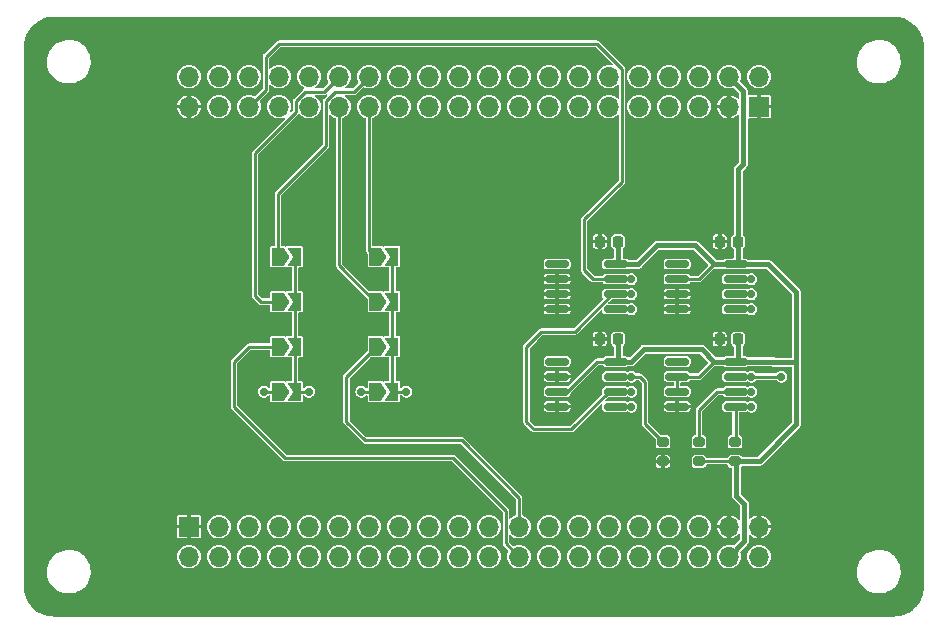
<source format=gbr>
G04 #@! TF.GenerationSoftware,KiCad,Pcbnew,7.0.6+dfsg-1*
G04 #@! TF.CreationDate,2023-08-25T11:52:39+08:00*
G04 #@! TF.ProjectId,mem24cxx,6d656d32-3463-4787-982e-6b696361645f,rev?*
G04 #@! TF.SameCoordinates,Original*
G04 #@! TF.FileFunction,Copper,L1,Top*
G04 #@! TF.FilePolarity,Positive*
%FSLAX46Y46*%
G04 Gerber Fmt 4.6, Leading zero omitted, Abs format (unit mm)*
G04 Created by KiCad (PCBNEW 7.0.6+dfsg-1) date 2023-08-25 11:52:39*
%MOMM*%
%LPD*%
G01*
G04 APERTURE LIST*
G04 Aperture macros list*
%AMRoundRect*
0 Rectangle with rounded corners*
0 $1 Rounding radius*
0 $2 $3 $4 $5 $6 $7 $8 $9 X,Y pos of 4 corners*
0 Add a 4 corners polygon primitive as box body*
4,1,4,$2,$3,$4,$5,$6,$7,$8,$9,$2,$3,0*
0 Add four circle primitives for the rounded corners*
1,1,$1+$1,$2,$3*
1,1,$1+$1,$4,$5*
1,1,$1+$1,$6,$7*
1,1,$1+$1,$8,$9*
0 Add four rect primitives between the rounded corners*
20,1,$1+$1,$2,$3,$4,$5,0*
20,1,$1+$1,$4,$5,$6,$7,0*
20,1,$1+$1,$6,$7,$8,$9,0*
20,1,$1+$1,$8,$9,$2,$3,0*%
%AMFreePoly0*
4,1,6,1.000000,0.000000,0.500000,-0.750000,-0.500000,-0.750000,-0.500000,0.750000,0.500000,0.750000,1.000000,0.000000,1.000000,0.000000,$1*%
%AMFreePoly1*
4,1,6,0.500000,-0.750000,-0.650000,-0.750000,-0.150000,0.000000,-0.650000,0.750000,0.500000,0.750000,0.500000,-0.750000,0.500000,-0.750000,$1*%
G04 Aperture macros list end*
G04 #@! TA.AperFunction,SMDPad,CuDef*
%ADD10RoundRect,0.150000X-0.825000X-0.150000X0.825000X-0.150000X0.825000X0.150000X-0.825000X0.150000X0*%
G04 #@! TD*
G04 #@! TA.AperFunction,SMDPad,CuDef*
%ADD11FreePoly0,0.000000*%
G04 #@! TD*
G04 #@! TA.AperFunction,SMDPad,CuDef*
%ADD12FreePoly1,0.000000*%
G04 #@! TD*
G04 #@! TA.AperFunction,SMDPad,CuDef*
%ADD13RoundRect,0.225000X0.225000X0.250000X-0.225000X0.250000X-0.225000X-0.250000X0.225000X-0.250000X0*%
G04 #@! TD*
G04 #@! TA.AperFunction,ComponentPad*
%ADD14R,1.700000X1.700000*%
G04 #@! TD*
G04 #@! TA.AperFunction,ComponentPad*
%ADD15O,1.700000X1.700000*%
G04 #@! TD*
G04 #@! TA.AperFunction,SMDPad,CuDef*
%ADD16RoundRect,0.200000X0.275000X-0.200000X0.275000X0.200000X-0.275000X0.200000X-0.275000X-0.200000X0*%
G04 #@! TD*
G04 #@! TA.AperFunction,SMDPad,CuDef*
%ADD17RoundRect,0.200000X-0.275000X0.200000X-0.275000X-0.200000X0.275000X-0.200000X0.275000X0.200000X0*%
G04 #@! TD*
G04 #@! TA.AperFunction,ViaPad*
%ADD18C,0.700000*%
G04 #@! TD*
G04 #@! TA.AperFunction,Conductor*
%ADD19C,0.228600*%
G04 #@! TD*
G04 #@! TA.AperFunction,Conductor*
%ADD20C,0.457200*%
G04 #@! TD*
G04 APERTURE END LIST*
D10*
G04 #@! TO.P,U4,1,NC*
G04 #@! TO.N,unconnected-(U4-NC-Pad1)*
X201360000Y-124460000D03*
G04 #@! TO.P,U4,2,A1*
G04 #@! TO.N,+3V3*
X201360000Y-125730000D03*
G04 #@! TO.P,U4,3,A2*
X201360000Y-127000000D03*
G04 #@! TO.P,U4,4,GND*
G04 #@! TO.N,GND*
X201360000Y-128270000D03*
G04 #@! TO.P,U4,5,SDA*
G04 #@! TO.N,SDA*
X206310000Y-128270000D03*
G04 #@! TO.P,U4,6,SCL*
G04 #@! TO.N,SCL*
X206310000Y-127000000D03*
G04 #@! TO.P,U4,7,WP*
G04 #@! TO.N,WP*
X206310000Y-125730000D03*
G04 #@! TO.P,U4,8,VCC*
G04 #@! TO.N,+3V3*
X206310000Y-124460000D03*
G04 #@! TD*
G04 #@! TO.P,U1,1,NC*
G04 #@! TO.N,unconnected-(U1-NC-Pad1)*
X191200000Y-116205000D03*
G04 #@! TO.P,U1,2,A1*
G04 #@! TO.N,GND*
X191200000Y-117475000D03*
G04 #@! TO.P,U1,3,A2*
X191200000Y-118745000D03*
G04 #@! TO.P,U1,4,GND*
X191200000Y-120015000D03*
G04 #@! TO.P,U1,5,SDA*
G04 #@! TO.N,SDA*
X196150000Y-120015000D03*
G04 #@! TO.P,U1,6,SCL*
G04 #@! TO.N,SCL*
X196150000Y-118745000D03*
G04 #@! TO.P,U1,7,WP*
G04 #@! TO.N,WP*
X196150000Y-117475000D03*
G04 #@! TO.P,U1,8,VCC*
G04 #@! TO.N,+3V3*
X196150000Y-116205000D03*
G04 #@! TD*
D11*
G04 #@! TO.P,JP3,1,A*
G04 #@! TO.N,SCL2*
X167550000Y-123190000D03*
D12*
G04 #@! TO.P,JP3,2,B*
G04 #@! TO.N,SCL*
X169000000Y-123190000D03*
G04 #@! TD*
D13*
G04 #@! TO.P,C3,1*
G04 #@! TO.N,+3V3*
X206515000Y-114300000D03*
G04 #@! TO.P,C3,2*
G04 #@! TO.N,GND*
X204965000Y-114300000D03*
G04 #@! TD*
D11*
G04 #@! TO.P,JP1,1,A*
G04 #@! TO.N,SCL1*
X167550000Y-115570000D03*
D12*
G04 #@! TO.P,JP1,2,B*
G04 #@! TO.N,SCL*
X169000000Y-115570000D03*
G04 #@! TD*
D11*
G04 #@! TO.P,JP8,1,A*
G04 #@! TO.N,SDA3*
X175805000Y-127000000D03*
D12*
G04 #@! TO.P,JP8,2,B*
G04 #@! TO.N,SDA*
X177255000Y-127000000D03*
G04 #@! TD*
D11*
G04 #@! TO.P,JP4,1,A*
G04 #@! TO.N,SCL3*
X167550000Y-127000000D03*
D12*
G04 #@! TO.P,JP4,2,B*
G04 #@! TO.N,SCL*
X169000000Y-127000000D03*
G04 #@! TD*
D11*
G04 #@! TO.P,JP7,1,A*
G04 #@! TO.N,SDA2*
X175805000Y-123190000D03*
D12*
G04 #@! TO.P,JP7,2,B*
G04 #@! TO.N,SDA*
X177255000Y-123190000D03*
G04 #@! TD*
D14*
G04 #@! TO.P,J2,1,GND*
G04 #@! TO.N,GND*
X208280000Y-102870000D03*
D15*
G04 #@! TO.P,J2,2,5V*
G04 #@! TO.N,unconnected-(J2-5V-Pad2)*
X208280000Y-100330000D03*
G04 #@! TO.P,J2,3,GND*
G04 #@! TO.N,GND*
X205740000Y-102870000D03*
G04 #@! TO.P,J2,4,3.3V*
G04 #@! TO.N,+3V3*
X205740000Y-100330000D03*
G04 #@! TO.P,J2,5,U16*
G04 #@! TO.N,unconnected-(J2-U16-Pad5)*
X203200000Y-102870000D03*
G04 #@! TO.P,J2,6,U15*
G04 #@! TO.N,unconnected-(J2-U15-Pad6)*
X203200000Y-100330000D03*
G04 #@! TO.P,J2,7,U14*
G04 #@! TO.N,unconnected-(J2-U14-Pad7)*
X200660000Y-102870000D03*
G04 #@! TO.P,J2,8,U13*
G04 #@! TO.N,unconnected-(J2-U13-Pad8)*
X200660000Y-100330000D03*
G04 #@! TO.P,J2,9,PA9*
G04 #@! TO.N,SDA3*
X198120000Y-102870000D03*
G04 #@! TO.P,J2,10,PA8*
G04 #@! TO.N,SCL3*
X198120000Y-100330000D03*
G04 #@! TO.P,J2,11,PA11*
G04 #@! TO.N,unconnected-(J2-PA11-Pad11)*
X195580000Y-102870000D03*
G04 #@! TO.P,J2,12,PA10*
G04 #@! TO.N,unconnected-(J2-PA10-Pad12)*
X195580000Y-100330000D03*
G04 #@! TO.P,J2,13,PA13*
G04 #@! TO.N,unconnected-(J2-PA13-Pad13)*
X193040000Y-102870000D03*
G04 #@! TO.P,J2,14,PA12*
G04 #@! TO.N,unconnected-(J2-PA12-Pad14)*
X193040000Y-100330000D03*
G04 #@! TO.P,J2,15,PA15*
G04 #@! TO.N,unconnected-(J2-PA15-Pad15)*
X190500000Y-102870000D03*
G04 #@! TO.P,J2,16,PA14*
G04 #@! TO.N,unconnected-(J2-PA14-Pad16)*
X190500000Y-100330000D03*
G04 #@! TO.P,J2,17,U12*
G04 #@! TO.N,unconnected-(J2-U12-Pad17)*
X187960000Y-102870000D03*
G04 #@! TO.P,J2,18,U11*
G04 #@! TO.N,unconnected-(J2-U11-Pad18)*
X187960000Y-100330000D03*
G04 #@! TO.P,J2,19,PC11*
G04 #@! TO.N,unconnected-(J2-PC11-Pad19)*
X185420000Y-102870000D03*
G04 #@! TO.P,J2,20,PC10*
G04 #@! TO.N,unconnected-(J2-PC10-Pad20)*
X185420000Y-100330000D03*
G04 #@! TO.P,J2,21,U8*
G04 #@! TO.N,unconnected-(J2-U8-Pad21)*
X182880000Y-102870000D03*
G04 #@! TO.P,J2,22,PC12*
G04 #@! TO.N,unconnected-(J2-PC12-Pad22)*
X182880000Y-100330000D03*
G04 #@! TO.P,J2,23,23*
G04 #@! TO.N,unconnected-(J2-Pad23)*
X180340000Y-102870000D03*
G04 #@! TO.P,J2,24,PD2*
G04 #@! TO.N,unconnected-(J2-PD2-Pad24)*
X180340000Y-100330000D03*
G04 #@! TO.P,J2,25,PB5*
G04 #@! TO.N,unconnected-(J2-PB5-Pad25)*
X177800000Y-102870000D03*
G04 #@! TO.P,J2,26,PB4*
G04 #@! TO.N,unconnected-(J2-PB4-Pad26)*
X177800000Y-100330000D03*
G04 #@! TO.P,J2,27,PB7*
G04 #@! TO.N,SDA1*
X175260000Y-102870000D03*
G04 #@! TO.P,J2,28,PB6*
G04 #@! TO.N,SCL1*
X175260000Y-100330000D03*
G04 #@! TO.P,J2,29,PB9*
G04 #@! TO.N,SDA1A*
X172720000Y-102870000D03*
G04 #@! TO.P,J2,30,PB8*
G04 #@! TO.N,SCL1A*
X172720000Y-100330000D03*
G04 #@! TO.P,J2,31,U10*
G04 #@! TO.N,unconnected-(J2-U10-Pad31)*
X170180000Y-102870000D03*
G04 #@! TO.P,J2,32,U9*
G04 #@! TO.N,unconnected-(J2-U9-Pad32)*
X170180000Y-100330000D03*
G04 #@! TO.P,J2,33,PC13*
G04 #@! TO.N,unconnected-(J2-PC13-Pad33)*
X167640000Y-102870000D03*
G04 #@! TO.P,J2,34,PC14*
G04 #@! TO.N,unconnected-(J2-PC14-Pad34)*
X167640000Y-100330000D03*
G04 #@! TO.P,J2,35,PC15*
G04 #@! TO.N,WP*
X165100000Y-102870000D03*
G04 #@! TO.P,J2,36,U7*
G04 #@! TO.N,unconnected-(J2-U7-Pad36)*
X165100000Y-100330000D03*
G04 #@! TO.P,J2,37,U6*
G04 #@! TO.N,unconnected-(J2-U6-Pad37)*
X162560000Y-102870000D03*
G04 #@! TO.P,J2,38,U5*
G04 #@! TO.N,unconnected-(J2-U5-Pad38)*
X162560000Y-100330000D03*
G04 #@! TO.P,J2,39,GND*
G04 #@! TO.N,GND*
X160020000Y-102870000D03*
G04 #@! TO.P,J2,40,VB*
G04 #@! TO.N,unconnected-(J2-VB-Pad40)*
X160020000Y-100330000D03*
G04 #@! TD*
D13*
G04 #@! TO.P,C2,1*
G04 #@! TO.N,+3V3*
X196355000Y-122555000D03*
G04 #@! TO.P,C2,2*
G04 #@! TO.N,GND*
X194805000Y-122555000D03*
G04 #@! TD*
D16*
G04 #@! TO.P,R1,1*
G04 #@! TO.N,+3V3*
X203200000Y-132905000D03*
G04 #@! TO.P,R1,2*
G04 #@! TO.N,SCL*
X203200000Y-131255000D03*
G04 #@! TD*
D10*
G04 #@! TO.P,U3,1,NC*
G04 #@! TO.N,unconnected-(U3-NC-Pad1)*
X201360000Y-116205000D03*
G04 #@! TO.P,U3,2,A1*
G04 #@! TO.N,+3V3*
X201360000Y-117475000D03*
G04 #@! TO.P,U3,3,A2*
G04 #@! TO.N,GND*
X201360000Y-118745000D03*
G04 #@! TO.P,U3,4,GND*
X201360000Y-120015000D03*
G04 #@! TO.P,U3,5,SDA*
G04 #@! TO.N,SDA*
X206310000Y-120015000D03*
G04 #@! TO.P,U3,6,SCL*
G04 #@! TO.N,SCL*
X206310000Y-118745000D03*
G04 #@! TO.P,U3,7,WP*
G04 #@! TO.N,WP*
X206310000Y-117475000D03*
G04 #@! TO.P,U3,8,VCC*
G04 #@! TO.N,+3V3*
X206310000Y-116205000D03*
G04 #@! TD*
D17*
G04 #@! TO.P,R3,1*
G04 #@! TO.N,WP*
X200152000Y-131255000D03*
G04 #@! TO.P,R3,2*
G04 #@! TO.N,GND*
X200152000Y-132905000D03*
G04 #@! TD*
D11*
G04 #@! TO.P,JP5,1,A*
G04 #@! TO.N,SDA1*
X175805000Y-115570000D03*
D12*
G04 #@! TO.P,JP5,2,B*
G04 #@! TO.N,SDA*
X177255000Y-115570000D03*
G04 #@! TD*
D13*
G04 #@! TO.P,C1,1*
G04 #@! TO.N,+3V3*
X196355000Y-114300000D03*
G04 #@! TO.P,C1,2*
G04 #@! TO.N,GND*
X194805000Y-114300000D03*
G04 #@! TD*
G04 #@! TO.P,C4,1*
G04 #@! TO.N,+3V3*
X206515000Y-122555000D03*
G04 #@! TO.P,C4,2*
G04 #@! TO.N,GND*
X204965000Y-122555000D03*
G04 #@! TD*
D11*
G04 #@! TO.P,JP2,1,A*
G04 #@! TO.N,SCL1A*
X167550000Y-119380000D03*
D12*
G04 #@! TO.P,JP2,2,B*
G04 #@! TO.N,SCL*
X169000000Y-119380000D03*
G04 #@! TD*
D11*
G04 #@! TO.P,JP6,1,A*
G04 #@! TO.N,SDA1A*
X175805000Y-119380000D03*
D12*
G04 #@! TO.P,JP6,2,B*
G04 #@! TO.N,SDA*
X177255000Y-119380000D03*
G04 #@! TD*
D10*
G04 #@! TO.P,U2,1,NC*
G04 #@! TO.N,unconnected-(U2-NC-Pad1)*
X191200000Y-124460000D03*
G04 #@! TO.P,U2,2,A1*
G04 #@! TO.N,GND*
X191200000Y-125730000D03*
G04 #@! TO.P,U2,3,A2*
G04 #@! TO.N,+3V3*
X191200000Y-127000000D03*
G04 #@! TO.P,U2,4,GND*
G04 #@! TO.N,GND*
X191200000Y-128270000D03*
G04 #@! TO.P,U2,5,SDA*
G04 #@! TO.N,SDA*
X196150000Y-128270000D03*
G04 #@! TO.P,U2,6,SCL*
G04 #@! TO.N,SCL*
X196150000Y-127000000D03*
G04 #@! TO.P,U2,7,WP*
G04 #@! TO.N,WP*
X196150000Y-125730000D03*
G04 #@! TO.P,U2,8,VCC*
G04 #@! TO.N,+3V3*
X196150000Y-124460000D03*
G04 #@! TD*
D16*
G04 #@! TO.P,R2,1*
G04 #@! TO.N,+3V3*
X206248000Y-132905000D03*
G04 #@! TO.P,R2,2*
G04 #@! TO.N,SDA*
X206248000Y-131255000D03*
G04 #@! TD*
D14*
G04 #@! TO.P,J1,1,GND*
G04 #@! TO.N,GND*
X160020000Y-138430000D03*
D15*
G04 #@! TO.P,J1,2,VA*
G04 #@! TO.N,unconnected-(J1-VA-Pad2)*
X160020000Y-140970000D03*
G04 #@! TO.P,J1,3,NRST*
G04 #@! TO.N,unconnected-(J1-NRST-Pad3)*
X162560000Y-138430000D03*
G04 #@! TO.P,J1,4,BO0*
G04 #@! TO.N,unconnected-(J1-BO0-Pad4)*
X162560000Y-140970000D03*
G04 #@! TO.P,J1,5,PC1*
G04 #@! TO.N,unconnected-(J1-PC1-Pad5)*
X165100000Y-138430000D03*
G04 #@! TO.P,J1,6,PC0*
G04 #@! TO.N,unconnected-(J1-PC0-Pad6)*
X165100000Y-140970000D03*
G04 #@! TO.P,J1,7,PC3*
G04 #@! TO.N,unconnected-(J1-PC3-Pad7)*
X167640000Y-138430000D03*
G04 #@! TO.P,J1,8,PC2*
G04 #@! TO.N,unconnected-(J1-PC2-Pad8)*
X167640000Y-140970000D03*
G04 #@! TO.P,J1,9,PA1*
G04 #@! TO.N,unconnected-(J1-PA1-Pad9)*
X170180000Y-138430000D03*
G04 #@! TO.P,J1,10,PA0*
G04 #@! TO.N,unconnected-(J1-PA0-Pad10)*
X170180000Y-140970000D03*
G04 #@! TO.P,J1,11,PA3*
G04 #@! TO.N,unconnected-(J1-PA3-Pad11)*
X172720000Y-138430000D03*
G04 #@! TO.P,J1,12,PA2*
G04 #@! TO.N,unconnected-(J1-PA2-Pad12)*
X172720000Y-140970000D03*
G04 #@! TO.P,J1,13,PA5*
G04 #@! TO.N,unconnected-(J1-PA5-Pad13)*
X175260000Y-138430000D03*
G04 #@! TO.P,J1,14,PA4*
G04 #@! TO.N,unconnected-(J1-PA4-Pad14)*
X175260000Y-140970000D03*
G04 #@! TO.P,J1,15,PA7*
G04 #@! TO.N,unconnected-(J1-PA7-Pad15)*
X177800000Y-138430000D03*
G04 #@! TO.P,J1,16,PA6*
G04 #@! TO.N,unconnected-(J1-PA6-Pad16)*
X177800000Y-140970000D03*
G04 #@! TO.P,J1,17,PC5*
G04 #@! TO.N,unconnected-(J1-PC5-Pad17)*
X180340000Y-138430000D03*
G04 #@! TO.P,J1,18,PC4*
G04 #@! TO.N,unconnected-(J1-PC4-Pad18)*
X180340000Y-140970000D03*
G04 #@! TO.P,J1,19,PB1*
G04 #@! TO.N,unconnected-(J1-PB1-Pad19)*
X182880000Y-138430000D03*
G04 #@! TO.P,J1,20,PB0*
G04 #@! TO.N,unconnected-(J1-PB0-Pad20)*
X182880000Y-140970000D03*
G04 #@! TO.P,J1,21,U0*
G04 #@! TO.N,unconnected-(J1-U0-Pad21)*
X185420000Y-138430000D03*
G04 #@! TO.P,J1,22,PB2*
G04 #@! TO.N,unconnected-(J1-PB2-Pad22)*
X185420000Y-140970000D03*
G04 #@! TO.P,J1,23,PB11*
G04 #@! TO.N,SDA2*
X187960000Y-138430000D03*
G04 #@! TO.P,J1,24,PB10*
G04 #@! TO.N,SCL2*
X187960000Y-140970000D03*
G04 #@! TO.P,J1,25,PB13*
G04 #@! TO.N,unconnected-(J1-PB13-Pad25)*
X190500000Y-138430000D03*
G04 #@! TO.P,J1,26,PB12*
G04 #@! TO.N,unconnected-(J1-PB12-Pad26)*
X190500000Y-140970000D03*
G04 #@! TO.P,J1,27,PB15*
G04 #@! TO.N,unconnected-(J1-PB15-Pad27)*
X193040000Y-138430000D03*
G04 #@! TO.P,J1,28,PB14*
G04 #@! TO.N,unconnected-(J1-PB14-Pad28)*
X193040000Y-140970000D03*
G04 #@! TO.P,J1,29,PC7*
G04 #@! TO.N,unconnected-(J1-PC7-Pad29)*
X195580000Y-138430000D03*
G04 #@! TO.P,J1,30,PC6*
G04 #@! TO.N,unconnected-(J1-PC6-Pad30)*
X195580000Y-140970000D03*
G04 #@! TO.P,J1,31,PC9*
G04 #@! TO.N,unconnected-(J1-PC9-Pad31)*
X198120000Y-138430000D03*
G04 #@! TO.P,J1,32,PC8*
G04 #@! TO.N,unconnected-(J1-PC8-Pad32)*
X198120000Y-140970000D03*
G04 #@! TO.P,J1,33,U2*
G04 #@! TO.N,unconnected-(J1-U2-Pad33)*
X200660000Y-138430000D03*
G04 #@! TO.P,J1,34,U1*
G04 #@! TO.N,unconnected-(J1-U1-Pad34)*
X200660000Y-140970000D03*
G04 #@! TO.P,J1,35,U4*
G04 #@! TO.N,unconnected-(J1-U4-Pad35)*
X203200000Y-138430000D03*
G04 #@! TO.P,J1,36,U3*
G04 #@! TO.N,unconnected-(J1-U3-Pad36)*
X203200000Y-140970000D03*
G04 #@! TO.P,J1,37,GND*
G04 #@! TO.N,GND*
X205740000Y-138430000D03*
G04 #@! TO.P,J1,38,3.3V*
G04 #@! TO.N,+3V3*
X205740000Y-140970000D03*
G04 #@! TO.P,J1,39,GND*
G04 #@! TO.N,GND*
X208280000Y-138430000D03*
G04 #@! TO.P,J1,40,5V*
G04 #@! TO.N,unconnected-(J1-5V-Pad40)*
X208280000Y-140970000D03*
G04 #@! TD*
D18*
G04 #@! TO.N,GND*
X218440000Y-103505000D03*
X199390000Y-127635000D03*
X149860000Y-136525000D03*
X149860000Y-104775000D03*
X218440000Y-104775000D03*
X218440000Y-137795000D03*
X188595000Y-118745000D03*
X169164000Y-129540000D03*
X170180000Y-104648000D03*
X169164000Y-113284000D03*
X149860000Y-139065000D03*
X149860000Y-102235000D03*
X218440000Y-136525000D03*
X218440000Y-102235000D03*
X149860000Y-103505000D03*
X199390000Y-124460000D03*
X218440000Y-139065000D03*
X149860000Y-137795000D03*
X188595000Y-117475000D03*
X193675000Y-127000000D03*
G04 #@! TO.N,SDA3*
X174625000Y-127000000D03*
G04 #@! TO.N,SCL3*
X166370000Y-127000000D03*
G04 #@! TO.N,SDA*
X178435000Y-127000000D03*
X197485000Y-120015000D03*
X207645000Y-120015000D03*
X197485000Y-128270000D03*
X207645000Y-128270000D03*
G04 #@! TO.N,SCL*
X197485000Y-118745000D03*
X207645000Y-127000000D03*
X207645000Y-118745000D03*
X197485000Y-127000000D03*
X170180000Y-127000000D03*
G04 #@! TO.N,WP*
X207645000Y-125730000D03*
X197485000Y-117475000D03*
X210185000Y-125730000D03*
X197485000Y-125730000D03*
X207645000Y-117475000D03*
G04 #@! TD*
D19*
G04 #@! TO.N,SDA2*
X175805000Y-123190000D02*
X175805000Y-123280000D01*
X173355000Y-125730000D02*
X173355000Y-129540000D01*
X173355000Y-129540000D02*
X174947500Y-131132500D01*
X187960000Y-138430000D02*
X187960000Y-135980000D01*
X187960000Y-135980000D02*
X183112500Y-131132500D01*
X175805000Y-123280000D02*
X173355000Y-125730000D01*
X183112500Y-131132500D02*
X174947500Y-131132500D01*
G04 #@! TO.N,SCL2*
X182370000Y-132610000D02*
X168170000Y-132610000D01*
X165100000Y-123190000D02*
X167550000Y-123190000D01*
X187960000Y-140970000D02*
X186843300Y-139853300D01*
X186843300Y-139853300D02*
X186843300Y-137083300D01*
X163830000Y-128270000D02*
X163830000Y-124460000D01*
X186843300Y-137083300D02*
X182370000Y-132610000D01*
X168170000Y-132610000D02*
X163830000Y-128270000D01*
X163830000Y-124460000D02*
X165100000Y-123190000D01*
D20*
G04 #@! TO.N,+3V3*
X204470000Y-116205000D02*
X206310000Y-116205000D01*
X208335000Y-132890000D02*
X211455000Y-129770000D01*
X211455000Y-129770000D02*
X211455000Y-124510000D01*
X196355000Y-116000000D02*
X196150000Y-116205000D01*
X206248000Y-132905000D02*
X206263000Y-132890000D01*
X206335000Y-116230000D02*
X209075000Y-116230000D01*
X206310000Y-124460000D02*
X204470000Y-124460000D01*
X196355000Y-122555000D02*
X196355000Y-124255000D01*
X198534000Y-123411000D02*
X197485000Y-124460000D01*
X206971000Y-101561000D02*
X206971000Y-107730000D01*
X206263000Y-132890000D02*
X208335000Y-132890000D01*
X204470000Y-116205000D02*
X202875000Y-114610000D01*
D19*
X203708000Y-132905000D02*
X206248000Y-132905000D01*
D20*
X204470000Y-124460000D02*
X203421000Y-123411000D01*
X206515000Y-108186000D02*
X206971000Y-107730000D01*
D19*
X192024000Y-127000000D02*
X194564000Y-124460000D01*
D20*
X211455000Y-124510000D02*
X209490000Y-124510000D01*
X206515000Y-114300000D02*
X206515000Y-116000000D01*
X202875000Y-114610000D02*
X199669000Y-114610000D01*
D19*
X194564000Y-124460000D02*
X196150000Y-124460000D01*
D20*
X205740000Y-140970000D02*
X207049000Y-139661000D01*
X206515000Y-124255000D02*
X206310000Y-124460000D01*
X207049000Y-139661000D02*
X207049000Y-136490000D01*
X206248000Y-132905000D02*
X206360000Y-133017000D01*
X206360000Y-133017000D02*
X206360000Y-135801000D01*
D19*
X191200000Y-127000000D02*
X192024000Y-127000000D01*
D20*
X203421000Y-123411000D02*
X198534000Y-123411000D01*
X197485000Y-124460000D02*
X196150000Y-124460000D01*
X206515000Y-122555000D02*
X206515000Y-124255000D01*
D19*
X201360000Y-117475000D02*
X203200000Y-117475000D01*
D20*
X196355000Y-124255000D02*
X196150000Y-124460000D01*
X211455000Y-118610000D02*
X211455000Y-124510000D01*
X206515000Y-116000000D02*
X206310000Y-116205000D01*
X206515000Y-114300000D02*
X206515000Y-108186000D01*
D19*
X201360000Y-125730000D02*
X203200000Y-125730000D01*
D20*
X206360000Y-135801000D02*
X207049000Y-136490000D01*
X198074000Y-116205000D02*
X196150000Y-116205000D01*
X199669000Y-114610000D02*
X198074000Y-116205000D01*
X206310000Y-116205000D02*
X206335000Y-116230000D01*
X209440000Y-124460000D02*
X209490000Y-124510000D01*
D19*
X201360000Y-125730000D02*
X201360000Y-127000000D01*
D20*
X209075000Y-116230000D02*
X211455000Y-118610000D01*
X206310000Y-124460000D02*
X209440000Y-124460000D01*
X205740000Y-100330000D02*
X206971000Y-101561000D01*
D19*
X203200000Y-117475000D02*
X204470000Y-116205000D01*
X203200000Y-125730000D02*
X204470000Y-124460000D01*
D20*
X196355000Y-114300000D02*
X196355000Y-116000000D01*
D19*
G04 #@! TO.N,SDA3*
X175805000Y-127000000D02*
X174625000Y-127000000D01*
G04 #@! TO.N,SCL3*
X167550000Y-127000000D02*
X166370000Y-127000000D01*
G04 #@! TO.N,SDA1*
X175805000Y-115570000D02*
X175260000Y-115025000D01*
X175260000Y-115025000D02*
X175260000Y-102870000D01*
G04 #@! TO.N,SCL1*
X172410747Y-101600000D02*
X171603300Y-102407447D01*
X167550000Y-110236000D02*
X167550000Y-115570000D01*
X173990000Y-101600000D02*
X172410747Y-101600000D01*
X171603300Y-102407447D02*
X171603300Y-106182700D01*
X171603300Y-106182700D02*
X167550000Y-110236000D01*
X175260000Y-100330000D02*
X173990000Y-101600000D01*
G04 #@! TO.N,SDA1A*
X172720000Y-116295000D02*
X172720000Y-102870000D01*
X175805000Y-119380000D02*
X172720000Y-116295000D01*
G04 #@! TO.N,SCL1A*
X166116000Y-119380000D02*
X165608000Y-118872000D01*
X165608000Y-118872000D02*
X165608000Y-106807000D01*
X171450000Y-101600000D02*
X172720000Y-100330000D01*
X167550000Y-119380000D02*
X166116000Y-119380000D01*
X169870747Y-101600000D02*
X171450000Y-101600000D01*
X165608000Y-106807000D02*
X169063300Y-103351700D01*
X169063300Y-103351700D02*
X169063300Y-102407447D01*
X169063300Y-102407447D02*
X169870747Y-101600000D01*
G04 #@! TO.N,SDA*
X207645000Y-120015000D02*
X206310000Y-120015000D01*
X206310000Y-131193000D02*
X206248000Y-131255000D01*
X177255000Y-119380000D02*
X177255000Y-123190000D01*
X177255000Y-127000000D02*
X178435000Y-127000000D01*
X196150000Y-128270000D02*
X197485000Y-128270000D01*
X207645000Y-128270000D02*
X206310000Y-128270000D01*
X177255000Y-123190000D02*
X177255000Y-127000000D01*
X206310000Y-128270000D02*
X206310000Y-131193000D01*
X196150000Y-120015000D02*
X197485000Y-120015000D01*
X177255000Y-115570000D02*
X177255000Y-119380000D01*
G04 #@! TO.N,SCL*
X195580000Y-127000000D02*
X196150000Y-127000000D01*
X169000000Y-119380000D02*
X169000000Y-123190000D01*
X207645000Y-118745000D02*
X206310000Y-118745000D01*
X203200000Y-131255000D02*
X203200000Y-128524000D01*
X195855697Y-118745000D02*
X192680697Y-121920000D01*
X169000000Y-123190000D02*
X169000000Y-127000000D01*
X169000000Y-127000000D02*
X170180000Y-127000000D01*
X207645000Y-127000000D02*
X206310000Y-127000000D01*
X192680697Y-121920000D02*
X189865000Y-121920000D01*
X189230000Y-130175000D02*
X192405000Y-130175000D01*
X188595000Y-123190000D02*
X188595000Y-129540000D01*
X196150000Y-118745000D02*
X197485000Y-118745000D01*
X203200000Y-128524000D02*
X204724000Y-127000000D01*
X189865000Y-121920000D02*
X188595000Y-123190000D01*
X204724000Y-127000000D02*
X206310000Y-127000000D01*
X169000000Y-115570000D02*
X169000000Y-119380000D01*
X188595000Y-129540000D02*
X189230000Y-130175000D01*
X196150000Y-118745000D02*
X195855697Y-118745000D01*
X196150000Y-127000000D02*
X197485000Y-127000000D01*
X192405000Y-130175000D02*
X195580000Y-127000000D01*
G04 #@! TO.N,WP*
X193495348Y-112421352D02*
X196696700Y-109220000D01*
X194564000Y-97536000D02*
X167640000Y-97536000D01*
X207645000Y-125730000D02*
X210185000Y-125730000D01*
X196696700Y-99668700D02*
X194564000Y-97536000D01*
X196150000Y-125730000D02*
X197485000Y-125730000D01*
X196150000Y-117475000D02*
X194225000Y-117475000D01*
X166523300Y-98652700D02*
X166523300Y-101446700D01*
X194225000Y-117475000D02*
X193495348Y-116745348D01*
X167640000Y-97536000D02*
X166523300Y-98652700D01*
X207645000Y-125730000D02*
X206310000Y-125730000D01*
X196696700Y-109220000D02*
X196696700Y-99668700D01*
X207645000Y-117475000D02*
X206310000Y-117475000D01*
X193495348Y-116745348D02*
X193495348Y-112421352D01*
X198170000Y-125730000D02*
X197485000Y-125730000D01*
X198628000Y-126188000D02*
X198170000Y-125730000D01*
X196150000Y-117475000D02*
X197485000Y-117475000D01*
X166523300Y-101446700D02*
X165100000Y-102870000D01*
X198628000Y-129731000D02*
X198628000Y-126188000D01*
X200152000Y-131255000D02*
X198628000Y-129731000D01*
G04 #@! TD*
G04 #@! TA.AperFunction,Conductor*
G04 #@! TO.N,GND*
G36*
X171983300Y-103560807D02*
G01*
X172003832Y-103578228D01*
X172007412Y-103582590D01*
X172160114Y-103707910D01*
X172160118Y-103707913D01*
X172160122Y-103707916D01*
X172334350Y-103801042D01*
X172334352Y-103801042D01*
X172334353Y-103801043D01*
X172350573Y-103805963D01*
X172399429Y-103820783D01*
X172440578Y-103851650D01*
X172452800Y-103892745D01*
X172452800Y-116261271D01*
X172451355Y-116275942D01*
X172447564Y-116294999D01*
X172468302Y-116399255D01*
X172468304Y-116399259D01*
X172488675Y-116429747D01*
X172527358Y-116487641D01*
X172543513Y-116498435D01*
X172554910Y-116507788D01*
X173846270Y-117799148D01*
X175127079Y-119079956D01*
X175148819Y-119126576D01*
X175149105Y-119133130D01*
X175149105Y-120130000D01*
X175160971Y-120189656D01*
X175160972Y-120189658D01*
X175194766Y-120240234D01*
X175245342Y-120274028D01*
X175275171Y-120279961D01*
X175304999Y-120285895D01*
X175305000Y-120285895D01*
X176305003Y-120285895D01*
X176335568Y-120282869D01*
X176335570Y-120282868D01*
X176335574Y-120282868D01*
X176391746Y-120259531D01*
X176400872Y-120250385D01*
X176447469Y-120228598D01*
X176495879Y-120240977D01*
X176545342Y-120274028D01*
X176575171Y-120279961D01*
X176604999Y-120285895D01*
X176605000Y-120285895D01*
X176912600Y-120285895D01*
X176960938Y-120303488D01*
X176986658Y-120348037D01*
X176987800Y-120361095D01*
X176987800Y-122208905D01*
X176970207Y-122257243D01*
X176925658Y-122282963D01*
X176912600Y-122284105D01*
X176604996Y-122284105D01*
X176574748Y-122287068D01*
X176574745Y-122287069D01*
X176574746Y-122287069D01*
X176518525Y-122310288D01*
X176518523Y-122310289D01*
X176518522Y-122310290D01*
X176509045Y-122319747D01*
X176462401Y-122341436D01*
X176414149Y-122329041D01*
X176364661Y-122295973D01*
X176364656Y-122295971D01*
X176305001Y-122284105D01*
X176305000Y-122284105D01*
X175305000Y-122284105D01*
X175304999Y-122284105D01*
X175245343Y-122295971D01*
X175245342Y-122295972D01*
X175194766Y-122329766D01*
X175160972Y-122380342D01*
X175160971Y-122380343D01*
X175149105Y-122439999D01*
X175149105Y-123526868D01*
X175131512Y-123575206D01*
X175127079Y-123580042D01*
X173189910Y-125517210D01*
X173178518Y-125526560D01*
X173162360Y-125537357D01*
X173122410Y-125597144D01*
X173122410Y-125597146D01*
X173103303Y-125625742D01*
X173103302Y-125625744D01*
X173082564Y-125729999D01*
X173086355Y-125749056D01*
X173087800Y-125763728D01*
X173087800Y-129506271D01*
X173086355Y-129520942D01*
X173082564Y-129539999D01*
X173103302Y-129644255D01*
X173103304Y-129644259D01*
X173134287Y-129690628D01*
X173162358Y-129732641D01*
X173178513Y-129743435D01*
X173189910Y-129752788D01*
X174734707Y-131297584D01*
X174744059Y-131308979D01*
X174754857Y-131325140D01*
X174819057Y-131368036D01*
X174843243Y-131384197D01*
X174947500Y-131404935D01*
X174966554Y-131401145D01*
X174981225Y-131399700D01*
X182970674Y-131399700D01*
X183019012Y-131417293D01*
X183023848Y-131421726D01*
X187670773Y-136068651D01*
X187692513Y-136115271D01*
X187692799Y-136121825D01*
X187692800Y-137407254D01*
X187675207Y-137455592D01*
X187639430Y-137479216D01*
X187574349Y-137498958D01*
X187400118Y-137592086D01*
X187400114Y-137592089D01*
X187247411Y-137717409D01*
X187243824Y-137721780D01*
X187199556Y-137747979D01*
X187148804Y-137739594D01*
X187115316Y-137700548D01*
X187110500Y-137674072D01*
X187110500Y-137117027D01*
X187111945Y-137102356D01*
X187115736Y-137083300D01*
X187094997Y-136979044D01*
X187050849Y-136912971D01*
X187035941Y-136890659D01*
X187035940Y-136890657D01*
X187019782Y-136879861D01*
X187008387Y-136870509D01*
X182582788Y-132444910D01*
X182573435Y-132433513D01*
X182562641Y-132417358D01*
X182527746Y-132394043D01*
X182474259Y-132358304D01*
X182474255Y-132358302D01*
X182395887Y-132342713D01*
X182370000Y-132337564D01*
X182369999Y-132337564D01*
X182350942Y-132341355D01*
X182336271Y-132342800D01*
X168311826Y-132342800D01*
X168263488Y-132325207D01*
X168258652Y-132320774D01*
X164119226Y-128181348D01*
X164097486Y-128134728D01*
X164097200Y-128128174D01*
X164097200Y-124601825D01*
X164114793Y-124553487D01*
X164119226Y-124548651D01*
X165188651Y-123479226D01*
X165235271Y-123457486D01*
X165241825Y-123457200D01*
X166818905Y-123457200D01*
X166867243Y-123474793D01*
X166892963Y-123519342D01*
X166894105Y-123532400D01*
X166894105Y-123940000D01*
X166905971Y-123999656D01*
X166905972Y-123999658D01*
X166939766Y-124050234D01*
X166990342Y-124084028D01*
X167020171Y-124089961D01*
X167049999Y-124095895D01*
X167050000Y-124095895D01*
X168050003Y-124095895D01*
X168080568Y-124092869D01*
X168080570Y-124092868D01*
X168080574Y-124092868D01*
X168136746Y-124069531D01*
X168145872Y-124060385D01*
X168192469Y-124038598D01*
X168240879Y-124050977D01*
X168290342Y-124084028D01*
X168320171Y-124089961D01*
X168349999Y-124095895D01*
X168350000Y-124095895D01*
X168657600Y-124095895D01*
X168705938Y-124113488D01*
X168731658Y-124158037D01*
X168732800Y-124171095D01*
X168732800Y-126018905D01*
X168715207Y-126067243D01*
X168670658Y-126092963D01*
X168657600Y-126094105D01*
X168349996Y-126094105D01*
X168319748Y-126097068D01*
X168319745Y-126097069D01*
X168319746Y-126097069D01*
X168263525Y-126120288D01*
X168263523Y-126120289D01*
X168263522Y-126120290D01*
X168254045Y-126129747D01*
X168207401Y-126151436D01*
X168159149Y-126139041D01*
X168109661Y-126105973D01*
X168109656Y-126105971D01*
X168050001Y-126094105D01*
X168050000Y-126094105D01*
X167050000Y-126094105D01*
X167049999Y-126094105D01*
X166990343Y-126105971D01*
X166990342Y-126105972D01*
X166939766Y-126139766D01*
X166905972Y-126190342D01*
X166905971Y-126190343D01*
X166894105Y-126249999D01*
X166894105Y-126635281D01*
X166876512Y-126683619D01*
X166831963Y-126709339D01*
X166781305Y-126700406D01*
X166762073Y-126684527D01*
X166754555Y-126675851D01*
X166702716Y-126616026D01*
X166581060Y-126537842D01*
X166581059Y-126537841D01*
X166581058Y-126537841D01*
X166442308Y-126497100D01*
X166442306Y-126497100D01*
X166297694Y-126497100D01*
X166297691Y-126497100D01*
X166158941Y-126537841D01*
X166037284Y-126616026D01*
X165942581Y-126725318D01*
X165882510Y-126856854D01*
X165882510Y-126856856D01*
X165882509Y-126856858D01*
X165882509Y-126856860D01*
X165861929Y-127000000D01*
X165882509Y-127143140D01*
X165882509Y-127143141D01*
X165882510Y-127143143D01*
X165882510Y-127143145D01*
X165942581Y-127274681D01*
X165942582Y-127274682D01*
X165942583Y-127274684D01*
X166037284Y-127383974D01*
X166158940Y-127462158D01*
X166297694Y-127502900D01*
X166297697Y-127502900D01*
X166442303Y-127502900D01*
X166442306Y-127502900D01*
X166581060Y-127462158D01*
X166702716Y-127383974D01*
X166762074Y-127315471D01*
X166807023Y-127290463D01*
X166857534Y-127300198D01*
X166889969Y-127340123D01*
X166894105Y-127364718D01*
X166894105Y-127750000D01*
X166905971Y-127809656D01*
X166905972Y-127809658D01*
X166939766Y-127860234D01*
X166990342Y-127894028D01*
X167020171Y-127899961D01*
X167049999Y-127905895D01*
X167050000Y-127905895D01*
X168050003Y-127905895D01*
X168080568Y-127902869D01*
X168080570Y-127902868D01*
X168080574Y-127902868D01*
X168136746Y-127879531D01*
X168145872Y-127870385D01*
X168192469Y-127848598D01*
X168240879Y-127860977D01*
X168290342Y-127894028D01*
X168320171Y-127899961D01*
X168349999Y-127905895D01*
X168350000Y-127905895D01*
X169500001Y-127905895D01*
X169519886Y-127901939D01*
X169559658Y-127894028D01*
X169610234Y-127860234D01*
X169644028Y-127809658D01*
X169655895Y-127750000D01*
X169655895Y-127364718D01*
X169673488Y-127316380D01*
X169718037Y-127290660D01*
X169768695Y-127299593D01*
X169787924Y-127315469D01*
X169847284Y-127383974D01*
X169968940Y-127462158D01*
X170107694Y-127502900D01*
X170107697Y-127502900D01*
X170252303Y-127502900D01*
X170252306Y-127502900D01*
X170391060Y-127462158D01*
X170512716Y-127383974D01*
X170607417Y-127274684D01*
X170650648Y-127180022D01*
X170667489Y-127143145D01*
X170667489Y-127143144D01*
X170667491Y-127143140D01*
X170688071Y-127000000D01*
X170667491Y-126856860D01*
X170667489Y-126856855D01*
X170667489Y-126856854D01*
X170607418Y-126725318D01*
X170607417Y-126725317D01*
X170607417Y-126725316D01*
X170512716Y-126616026D01*
X170391060Y-126537842D01*
X170391059Y-126537841D01*
X170391058Y-126537841D01*
X170252308Y-126497100D01*
X170252306Y-126497100D01*
X170107694Y-126497100D01*
X170107691Y-126497100D01*
X169968941Y-126537841D01*
X169847283Y-126616026D01*
X169787927Y-126684527D01*
X169742976Y-126709537D01*
X169692466Y-126699801D01*
X169660031Y-126659876D01*
X169655895Y-126635281D01*
X169655895Y-126249999D01*
X169644028Y-126190343D01*
X169644028Y-126190342D01*
X169610234Y-126139766D01*
X169559658Y-126105972D01*
X169559656Y-126105971D01*
X169500001Y-126094105D01*
X169500000Y-126094105D01*
X169342400Y-126094105D01*
X169294062Y-126076512D01*
X169268342Y-126031963D01*
X169267200Y-126018905D01*
X169267200Y-124171095D01*
X169284793Y-124122757D01*
X169329342Y-124097037D01*
X169342400Y-124095895D01*
X169500001Y-124095895D01*
X169519885Y-124091939D01*
X169559658Y-124084028D01*
X169610234Y-124050234D01*
X169644028Y-123999658D01*
X169655895Y-123940000D01*
X169655895Y-122440000D01*
X169644028Y-122380342D01*
X169610234Y-122329766D01*
X169559658Y-122295972D01*
X169559656Y-122295971D01*
X169500001Y-122284105D01*
X169500000Y-122284105D01*
X169342400Y-122284105D01*
X169294062Y-122266512D01*
X169268342Y-122221963D01*
X169267200Y-122208905D01*
X169267200Y-120361095D01*
X169284793Y-120312757D01*
X169329342Y-120287037D01*
X169342400Y-120285895D01*
X169500001Y-120285895D01*
X169519886Y-120281939D01*
X169559658Y-120274028D01*
X169610234Y-120240234D01*
X169644028Y-120189658D01*
X169655895Y-120130000D01*
X169655895Y-118630000D01*
X169655096Y-118625985D01*
X169644028Y-118570343D01*
X169644028Y-118570342D01*
X169610234Y-118519766D01*
X169559658Y-118485972D01*
X169559656Y-118485971D01*
X169500001Y-118474105D01*
X169500000Y-118474105D01*
X169342400Y-118474105D01*
X169294062Y-118456512D01*
X169268342Y-118411963D01*
X169267200Y-118398905D01*
X169267200Y-116551095D01*
X169284793Y-116502757D01*
X169329342Y-116477037D01*
X169342400Y-116475895D01*
X169500001Y-116475895D01*
X169519885Y-116471939D01*
X169559658Y-116464028D01*
X169610234Y-116430234D01*
X169644028Y-116379658D01*
X169655895Y-116320000D01*
X169655895Y-114820000D01*
X169644028Y-114760342D01*
X169610234Y-114709766D01*
X169559658Y-114675972D01*
X169559656Y-114675971D01*
X169500001Y-114664105D01*
X169500000Y-114664105D01*
X168350000Y-114664105D01*
X168349996Y-114664105D01*
X168319748Y-114667068D01*
X168319745Y-114667069D01*
X168319746Y-114667069D01*
X168263525Y-114690288D01*
X168263523Y-114690289D01*
X168263522Y-114690290D01*
X168254045Y-114699747D01*
X168207401Y-114721436D01*
X168159149Y-114709041D01*
X168109661Y-114675973D01*
X168109656Y-114675971D01*
X168050001Y-114664105D01*
X168050000Y-114664105D01*
X167892400Y-114664105D01*
X167844062Y-114646512D01*
X167818342Y-114601963D01*
X167817200Y-114588905D01*
X167817200Y-110377824D01*
X167834793Y-110329486D01*
X167839215Y-110324662D01*
X171768392Y-106395484D01*
X171779781Y-106386137D01*
X171795941Y-106375341D01*
X171854997Y-106286956D01*
X171854996Y-106286955D01*
X171856764Y-106284310D01*
X171857171Y-106276018D01*
X171875736Y-106182700D01*
X171871945Y-106163642D01*
X171870500Y-106148971D01*
X171870500Y-103625932D01*
X171888093Y-103577594D01*
X171932642Y-103551874D01*
X171983300Y-103560807D01*
G37*
G04 #@! TD.AperFunction*
G04 #@! TA.AperFunction,Conductor*
G36*
X171699361Y-101829477D02*
G01*
X171720079Y-101876560D01*
X171705685Y-101925945D01*
X171698214Y-101934653D01*
X171438210Y-102194657D01*
X171426818Y-102204007D01*
X171410660Y-102214804D01*
X171370710Y-102274591D01*
X171370710Y-102274593D01*
X171351603Y-102303189D01*
X171351602Y-102303191D01*
X171330864Y-102407446D01*
X171334655Y-102426503D01*
X171336100Y-102441175D01*
X171336100Y-102845461D01*
X171328058Y-102867554D01*
X171333746Y-102875868D01*
X171336100Y-102894538D01*
X171336100Y-106040873D01*
X171318507Y-106089211D01*
X171314074Y-106094047D01*
X167384910Y-110023210D01*
X167373518Y-110032560D01*
X167357360Y-110043357D01*
X167317410Y-110103144D01*
X167317410Y-110103146D01*
X167298303Y-110131742D01*
X167298302Y-110131744D01*
X167277564Y-110235999D01*
X167281354Y-110255054D01*
X167282799Y-110269724D01*
X167282799Y-112455080D01*
X167282800Y-114588905D01*
X167265207Y-114637243D01*
X167220658Y-114662963D01*
X167207600Y-114664105D01*
X167049999Y-114664105D01*
X166990343Y-114675971D01*
X166990342Y-114675972D01*
X166939766Y-114709766D01*
X166905972Y-114760342D01*
X166905971Y-114760343D01*
X166894105Y-114819999D01*
X166894105Y-116320000D01*
X166905971Y-116379656D01*
X166905972Y-116379658D01*
X166939766Y-116430234D01*
X166990342Y-116464028D01*
X167016242Y-116469180D01*
X167049999Y-116475895D01*
X167050000Y-116475895D01*
X168050003Y-116475895D01*
X168080568Y-116472869D01*
X168080570Y-116472868D01*
X168080574Y-116472868D01*
X168136746Y-116449531D01*
X168145872Y-116440385D01*
X168192469Y-116418598D01*
X168240879Y-116430977D01*
X168290342Y-116464028D01*
X168316242Y-116469180D01*
X168349999Y-116475895D01*
X168350000Y-116475895D01*
X168657600Y-116475895D01*
X168705938Y-116493488D01*
X168731658Y-116538037D01*
X168732800Y-116551095D01*
X168732800Y-118398905D01*
X168715207Y-118447243D01*
X168670658Y-118472963D01*
X168657600Y-118474105D01*
X168349996Y-118474105D01*
X168319748Y-118477068D01*
X168319745Y-118477069D01*
X168319746Y-118477069D01*
X168263525Y-118500288D01*
X168263523Y-118500289D01*
X168263522Y-118500290D01*
X168254045Y-118509747D01*
X168207401Y-118531436D01*
X168159149Y-118519041D01*
X168109661Y-118485973D01*
X168109656Y-118485971D01*
X168050001Y-118474105D01*
X168050000Y-118474105D01*
X167050000Y-118474105D01*
X167049999Y-118474105D01*
X166990343Y-118485971D01*
X166990342Y-118485972D01*
X166939766Y-118519766D01*
X166905972Y-118570342D01*
X166905971Y-118570343D01*
X166894105Y-118629999D01*
X166894105Y-119037600D01*
X166876512Y-119085938D01*
X166831963Y-119111658D01*
X166818905Y-119112800D01*
X166257826Y-119112800D01*
X166209488Y-119095207D01*
X166204652Y-119090774D01*
X165897226Y-118783348D01*
X165875486Y-118736728D01*
X165875200Y-118730174D01*
X165875200Y-106948824D01*
X165892793Y-106900486D01*
X165897215Y-106895661D01*
X169228389Y-103564486D01*
X169239778Y-103555139D01*
X169255941Y-103544341D01*
X169280425Y-103507695D01*
X169321907Y-103477279D01*
X169373237Y-103480642D01*
X169401082Y-103501768D01*
X169467410Y-103582589D01*
X169620114Y-103707910D01*
X169620118Y-103707913D01*
X169620122Y-103707916D01*
X169775778Y-103791115D01*
X169794352Y-103801043D01*
X169794356Y-103801044D01*
X169837593Y-103814159D01*
X169983397Y-103858389D01*
X170180000Y-103877753D01*
X170376603Y-103858389D01*
X170565650Y-103801042D01*
X170739878Y-103707916D01*
X170892589Y-103582589D01*
X171017916Y-103429878D01*
X171111042Y-103255650D01*
X171168389Y-103066603D01*
X171186062Y-102887166D01*
X171192458Y-102873831D01*
X171190235Y-102871181D01*
X171186062Y-102852832D01*
X171180672Y-102798111D01*
X171168389Y-102673397D01*
X171111102Y-102484548D01*
X171111044Y-102484356D01*
X171111043Y-102484352D01*
X171090035Y-102445048D01*
X171017916Y-102310122D01*
X171017913Y-102310118D01*
X171017910Y-102310114D01*
X170892589Y-102157410D01*
X170739885Y-102032089D01*
X170739880Y-102032085D01*
X170739878Y-102032084D01*
X170739875Y-102032082D01*
X170739873Y-102032081D01*
X170696168Y-102008720D01*
X170661831Y-101970418D01*
X170660148Y-101919006D01*
X170691906Y-101878540D01*
X170731617Y-101867200D01*
X171416271Y-101867200D01*
X171430942Y-101868645D01*
X171450000Y-101872436D01*
X171554257Y-101851697D01*
X171603262Y-101818952D01*
X171653226Y-101806726D01*
X171699361Y-101829477D01*
G37*
G04 #@! TD.AperFunction*
G04 #@! TA.AperFunction,Conductor*
G36*
X219711048Y-95250559D02*
G01*
X219724491Y-95251313D01*
X219825603Y-95256992D01*
X219998990Y-95267480D01*
X220003007Y-95267941D01*
X220140416Y-95291288D01*
X220290437Y-95318782D01*
X220294026Y-95319625D01*
X220431976Y-95359368D01*
X220431990Y-95359372D01*
X220573882Y-95403587D01*
X220577070Y-95404741D01*
X220711424Y-95460393D01*
X220845524Y-95520747D01*
X220848281Y-95522126D01*
X220976422Y-95592947D01*
X220976439Y-95592956D01*
X221101708Y-95668684D01*
X221104008Y-95670192D01*
X221223222Y-95754779D01*
X221224596Y-95755803D01*
X221338967Y-95845407D01*
X221340817Y-95846956D01*
X221449961Y-95944493D01*
X221451449Y-95945900D01*
X221554097Y-96048548D01*
X221555508Y-96050040D01*
X221653036Y-96159174D01*
X221654597Y-96161038D01*
X221744185Y-96275390D01*
X221745236Y-96276799D01*
X221829801Y-96395983D01*
X221831314Y-96398290D01*
X221907043Y-96523560D01*
X221977872Y-96651717D01*
X221979251Y-96654474D01*
X222039609Y-96788581D01*
X222095254Y-96922921D01*
X222096414Y-96926125D01*
X222140624Y-97067998D01*
X222180368Y-97205954D01*
X222181222Y-97209587D01*
X222208723Y-97359656D01*
X222232055Y-97496979D01*
X222232518Y-97501010D01*
X222243012Y-97674475D01*
X222249441Y-97788951D01*
X222249500Y-97791060D01*
X222249500Y-143508939D01*
X222249441Y-143511048D01*
X222243012Y-143625524D01*
X222232518Y-143798988D01*
X222232055Y-143803018D01*
X222208723Y-143940343D01*
X222181222Y-144090411D01*
X222180368Y-144094044D01*
X222140624Y-144232001D01*
X222096414Y-144373873D01*
X222095254Y-144377077D01*
X222039609Y-144511418D01*
X221979251Y-144645524D01*
X221977872Y-144648281D01*
X221907043Y-144776439D01*
X221831314Y-144901709D01*
X221829801Y-144904015D01*
X221745236Y-145023199D01*
X221744169Y-145024630D01*
X221654599Y-145138957D01*
X221653036Y-145140824D01*
X221555530Y-145249935D01*
X221554080Y-145251468D01*
X221451468Y-145354080D01*
X221449935Y-145355530D01*
X221340824Y-145453036D01*
X221338957Y-145454599D01*
X221224630Y-145544169D01*
X221223199Y-145545236D01*
X221104015Y-145629801D01*
X221101709Y-145631314D01*
X220976439Y-145707043D01*
X220848281Y-145777872D01*
X220845524Y-145779251D01*
X220711418Y-145839609D01*
X220577077Y-145895254D01*
X220573873Y-145896414D01*
X220432001Y-145940624D01*
X220294044Y-145980368D01*
X220290411Y-145981222D01*
X220140343Y-146008723D01*
X220003018Y-146032055D01*
X219998988Y-146032518D01*
X219825524Y-146043012D01*
X219711048Y-146049441D01*
X219708939Y-146049500D01*
X148591061Y-146049500D01*
X148588952Y-146049441D01*
X148474475Y-146043012D01*
X148301010Y-146032518D01*
X148296979Y-146032055D01*
X148159656Y-146008723D01*
X148009587Y-145981222D01*
X148005954Y-145980368D01*
X147867998Y-145940624D01*
X147726125Y-145896414D01*
X147722921Y-145895254D01*
X147588581Y-145839609D01*
X147454474Y-145779251D01*
X147451717Y-145777872D01*
X147323560Y-145707043D01*
X147198290Y-145631314D01*
X147195983Y-145629801D01*
X147076799Y-145545236D01*
X147075390Y-145544185D01*
X146961038Y-145454597D01*
X146959174Y-145453036D01*
X146850040Y-145355508D01*
X146848548Y-145354097D01*
X146745900Y-145251449D01*
X146744493Y-145249961D01*
X146646956Y-145140817D01*
X146645407Y-145138967D01*
X146555803Y-145024596D01*
X146554779Y-145023222D01*
X146470192Y-144904008D01*
X146468684Y-144901708D01*
X146392956Y-144776439D01*
X146373272Y-144740824D01*
X146322126Y-144648281D01*
X146320747Y-144645524D01*
X146260390Y-144511418D01*
X146204744Y-144377078D01*
X146203584Y-144373873D01*
X146159375Y-144232001D01*
X146154307Y-144214409D01*
X146119625Y-144094026D01*
X146118782Y-144090437D01*
X146091288Y-143940416D01*
X146067941Y-143803007D01*
X146067480Y-143798988D01*
X146066782Y-143787443D01*
X146056992Y-143625603D01*
X146050559Y-143511048D01*
X146050500Y-143508940D01*
X146050500Y-142307765D01*
X148005788Y-142307765D01*
X148035414Y-142577022D01*
X148103926Y-142839084D01*
X148103928Y-142839089D01*
X148209869Y-143088388D01*
X148209871Y-143088392D01*
X148350983Y-143319612D01*
X148350984Y-143319613D01*
X148524251Y-143527816D01*
X148524255Y-143527820D01*
X148725998Y-143708582D01*
X148951910Y-143858044D01*
X149197176Y-143973020D01*
X149456569Y-144051060D01*
X149724561Y-144090500D01*
X149724565Y-144090500D01*
X149927635Y-144090500D01*
X150130147Y-144075678D01*
X150130149Y-144075677D01*
X150130156Y-144075677D01*
X150394553Y-144016780D01*
X150647558Y-143920014D01*
X150883777Y-143787441D01*
X151098177Y-143621888D01*
X151286186Y-143426881D01*
X151443799Y-143206579D01*
X151567656Y-142965675D01*
X151577093Y-142938011D01*
X151655116Y-142709312D01*
X151655116Y-142709309D01*
X151655118Y-142709305D01*
X151704319Y-142442933D01*
X151709259Y-142307765D01*
X216585788Y-142307765D01*
X216615414Y-142577022D01*
X216683926Y-142839084D01*
X216683928Y-142839089D01*
X216789869Y-143088388D01*
X216789871Y-143088392D01*
X216930983Y-143319612D01*
X216930984Y-143319613D01*
X217104251Y-143527816D01*
X217104255Y-143527820D01*
X217305998Y-143708582D01*
X217531910Y-143858044D01*
X217777176Y-143973020D01*
X218036569Y-144051060D01*
X218304561Y-144090500D01*
X218304565Y-144090500D01*
X218507635Y-144090500D01*
X218710147Y-144075678D01*
X218710149Y-144075677D01*
X218710156Y-144075677D01*
X218974553Y-144016780D01*
X219227558Y-143920014D01*
X219463777Y-143787441D01*
X219678177Y-143621888D01*
X219866186Y-143426881D01*
X220023799Y-143206579D01*
X220147656Y-142965675D01*
X220157093Y-142938011D01*
X220235116Y-142709312D01*
X220235116Y-142709309D01*
X220235118Y-142709305D01*
X220284319Y-142442933D01*
X220294212Y-142172235D01*
X220264586Y-141902982D01*
X220264079Y-141901044D01*
X220196073Y-141640915D01*
X220196071Y-141640910D01*
X220090130Y-141391610D01*
X219949018Y-141160390D01*
X219790575Y-140970000D01*
X219775748Y-140952183D01*
X219775744Y-140952179D01*
X219670766Y-140858119D01*
X219574002Y-140771418D01*
X219349632Y-140622976D01*
X219348089Y-140621955D01*
X219102822Y-140506979D01*
X218955051Y-140462521D01*
X218843431Y-140428940D01*
X218676147Y-140404321D01*
X218575440Y-140389500D01*
X218575439Y-140389500D01*
X218372369Y-140389500D01*
X218372365Y-140389500D01*
X218169852Y-140404321D01*
X217905442Y-140463221D01*
X217652439Y-140559987D01*
X217416226Y-140692556D01*
X217201827Y-140858108D01*
X217201815Y-140858119D01*
X217013818Y-141053114D01*
X217013810Y-141053124D01*
X216856201Y-141273420D01*
X216856200Y-141273422D01*
X216732341Y-141514330D01*
X216644883Y-141770687D01*
X216644881Y-141770697D01*
X216595681Y-142037064D01*
X216585788Y-142307761D01*
X216585788Y-142307765D01*
X151709259Y-142307765D01*
X151714212Y-142172235D01*
X151684586Y-141902982D01*
X151684079Y-141901044D01*
X151616073Y-141640915D01*
X151616071Y-141640910D01*
X151510130Y-141391610D01*
X151369018Y-141160390D01*
X151210575Y-140970000D01*
X159012247Y-140970000D01*
X159031610Y-141166599D01*
X159031610Y-141166601D01*
X159088955Y-141355643D01*
X159088956Y-141355647D01*
X159088958Y-141355650D01*
X159173773Y-141514330D01*
X159182086Y-141529881D01*
X159182089Y-141529885D01*
X159307410Y-141682589D01*
X159460114Y-141807910D01*
X159460118Y-141807913D01*
X159460122Y-141807916D01*
X159634350Y-141901042D01*
X159634352Y-141901043D01*
X159634356Y-141901044D01*
X159640745Y-141902982D01*
X159823397Y-141958389D01*
X160020000Y-141977753D01*
X160216603Y-141958389D01*
X160405650Y-141901042D01*
X160579878Y-141807916D01*
X160732589Y-141682589D01*
X160857916Y-141529878D01*
X160951042Y-141355650D01*
X161008389Y-141166603D01*
X161027753Y-140970000D01*
X161552247Y-140970000D01*
X161571610Y-141166599D01*
X161571610Y-141166601D01*
X161628955Y-141355643D01*
X161628956Y-141355647D01*
X161628958Y-141355650D01*
X161713773Y-141514330D01*
X161722086Y-141529881D01*
X161722089Y-141529885D01*
X161847410Y-141682589D01*
X162000114Y-141807910D01*
X162000118Y-141807913D01*
X162000122Y-141807916D01*
X162174350Y-141901042D01*
X162174352Y-141901043D01*
X162174356Y-141901044D01*
X162180745Y-141902982D01*
X162363397Y-141958389D01*
X162560000Y-141977753D01*
X162756603Y-141958389D01*
X162945650Y-141901042D01*
X163119878Y-141807916D01*
X163272589Y-141682589D01*
X163397916Y-141529878D01*
X163491042Y-141355650D01*
X163548389Y-141166603D01*
X163567753Y-140970000D01*
X164092247Y-140970000D01*
X164111610Y-141166599D01*
X164111610Y-141166601D01*
X164168955Y-141355643D01*
X164168956Y-141355647D01*
X164168958Y-141355650D01*
X164253773Y-141514330D01*
X164262086Y-141529881D01*
X164262089Y-141529885D01*
X164387410Y-141682589D01*
X164540114Y-141807910D01*
X164540118Y-141807913D01*
X164540122Y-141807916D01*
X164714350Y-141901042D01*
X164714352Y-141901043D01*
X164714356Y-141901044D01*
X164720745Y-141902982D01*
X164903397Y-141958389D01*
X165100000Y-141977753D01*
X165296603Y-141958389D01*
X165485650Y-141901042D01*
X165659878Y-141807916D01*
X165812589Y-141682589D01*
X165937916Y-141529878D01*
X166031042Y-141355650D01*
X166088389Y-141166603D01*
X166107753Y-140970000D01*
X166107753Y-140969999D01*
X166632247Y-140969999D01*
X166651610Y-141166599D01*
X166651610Y-141166601D01*
X166708955Y-141355643D01*
X166708956Y-141355647D01*
X166708958Y-141355650D01*
X166793773Y-141514330D01*
X166802086Y-141529881D01*
X166802089Y-141529885D01*
X166927410Y-141682589D01*
X167080114Y-141807910D01*
X167080118Y-141807913D01*
X167080122Y-141807916D01*
X167254350Y-141901042D01*
X167254352Y-141901043D01*
X167254356Y-141901044D01*
X167260745Y-141902982D01*
X167443397Y-141958389D01*
X167640000Y-141977753D01*
X167836603Y-141958389D01*
X168025650Y-141901042D01*
X168199878Y-141807916D01*
X168352589Y-141682589D01*
X168477916Y-141529878D01*
X168571042Y-141355650D01*
X168628389Y-141166603D01*
X168647753Y-140970000D01*
X169172247Y-140970000D01*
X169191610Y-141166599D01*
X169191610Y-141166601D01*
X169248955Y-141355643D01*
X169248956Y-141355647D01*
X169248958Y-141355650D01*
X169333773Y-141514330D01*
X169342086Y-141529881D01*
X169342089Y-141529885D01*
X169467410Y-141682589D01*
X169620114Y-141807910D01*
X169620118Y-141807913D01*
X169620122Y-141807916D01*
X169794350Y-141901042D01*
X169794352Y-141901043D01*
X169794356Y-141901044D01*
X169800745Y-141902982D01*
X169983397Y-141958389D01*
X170180000Y-141977753D01*
X170376603Y-141958389D01*
X170565650Y-141901042D01*
X170739878Y-141807916D01*
X170892589Y-141682589D01*
X171017916Y-141529878D01*
X171111042Y-141355650D01*
X171168389Y-141166603D01*
X171187753Y-140970000D01*
X171712247Y-140970000D01*
X171731610Y-141166599D01*
X171731610Y-141166601D01*
X171788955Y-141355643D01*
X171788956Y-141355647D01*
X171788958Y-141355650D01*
X171873773Y-141514330D01*
X171882086Y-141529881D01*
X171882089Y-141529885D01*
X172007410Y-141682589D01*
X172160114Y-141807910D01*
X172160118Y-141807913D01*
X172160122Y-141807916D01*
X172334350Y-141901042D01*
X172334352Y-141901043D01*
X172334356Y-141901044D01*
X172340745Y-141902982D01*
X172523397Y-141958389D01*
X172720000Y-141977753D01*
X172916603Y-141958389D01*
X173105650Y-141901042D01*
X173279878Y-141807916D01*
X173432589Y-141682589D01*
X173557916Y-141529878D01*
X173651042Y-141355650D01*
X173708389Y-141166603D01*
X173727753Y-140970000D01*
X173727753Y-140969999D01*
X174252247Y-140969999D01*
X174271610Y-141166599D01*
X174271610Y-141166601D01*
X174328955Y-141355643D01*
X174328956Y-141355647D01*
X174328958Y-141355650D01*
X174413773Y-141514330D01*
X174422086Y-141529881D01*
X174422089Y-141529885D01*
X174547410Y-141682589D01*
X174700114Y-141807910D01*
X174700118Y-141807913D01*
X174700122Y-141807916D01*
X174874350Y-141901042D01*
X174874352Y-141901043D01*
X174874356Y-141901044D01*
X174880745Y-141902982D01*
X175063397Y-141958389D01*
X175260000Y-141977753D01*
X175456603Y-141958389D01*
X175645650Y-141901042D01*
X175819878Y-141807916D01*
X175972589Y-141682589D01*
X176097916Y-141529878D01*
X176191042Y-141355650D01*
X176248389Y-141166603D01*
X176267753Y-140970000D01*
X176792247Y-140970000D01*
X176811610Y-141166599D01*
X176811610Y-141166601D01*
X176868955Y-141355643D01*
X176868956Y-141355647D01*
X176868958Y-141355650D01*
X176953773Y-141514330D01*
X176962086Y-141529881D01*
X176962089Y-141529885D01*
X177087410Y-141682589D01*
X177240114Y-141807910D01*
X177240118Y-141807913D01*
X177240122Y-141807916D01*
X177414350Y-141901042D01*
X177414352Y-141901043D01*
X177414356Y-141901044D01*
X177420745Y-141902982D01*
X177603397Y-141958389D01*
X177800000Y-141977753D01*
X177996603Y-141958389D01*
X178185650Y-141901042D01*
X178359878Y-141807916D01*
X178512589Y-141682589D01*
X178637916Y-141529878D01*
X178731042Y-141355650D01*
X178788389Y-141166603D01*
X178807753Y-140970000D01*
X179332247Y-140970000D01*
X179351610Y-141166599D01*
X179351610Y-141166601D01*
X179408955Y-141355643D01*
X179408956Y-141355647D01*
X179408958Y-141355650D01*
X179493773Y-141514330D01*
X179502086Y-141529881D01*
X179502089Y-141529885D01*
X179627410Y-141682589D01*
X179780114Y-141807910D01*
X179780118Y-141807913D01*
X179780122Y-141807916D01*
X179954350Y-141901042D01*
X179954352Y-141901043D01*
X179954356Y-141901044D01*
X179960745Y-141902982D01*
X180143397Y-141958389D01*
X180340000Y-141977753D01*
X180536603Y-141958389D01*
X180725650Y-141901042D01*
X180899878Y-141807916D01*
X181052589Y-141682589D01*
X181177916Y-141529878D01*
X181271042Y-141355650D01*
X181328389Y-141166603D01*
X181347753Y-140970000D01*
X181872247Y-140970000D01*
X181891610Y-141166599D01*
X181891610Y-141166601D01*
X181948955Y-141355643D01*
X181948956Y-141355647D01*
X181948958Y-141355650D01*
X182033773Y-141514330D01*
X182042086Y-141529881D01*
X182042089Y-141529885D01*
X182167410Y-141682589D01*
X182320114Y-141807910D01*
X182320118Y-141807913D01*
X182320122Y-141807916D01*
X182494350Y-141901042D01*
X182494352Y-141901043D01*
X182494356Y-141901044D01*
X182500745Y-141902982D01*
X182683397Y-141958389D01*
X182880000Y-141977753D01*
X183076603Y-141958389D01*
X183265650Y-141901042D01*
X183439878Y-141807916D01*
X183592589Y-141682589D01*
X183717916Y-141529878D01*
X183811042Y-141355650D01*
X183868389Y-141166603D01*
X183887753Y-140970000D01*
X183887753Y-140969999D01*
X184412247Y-140969999D01*
X184431610Y-141166599D01*
X184431610Y-141166601D01*
X184488955Y-141355643D01*
X184488956Y-141355647D01*
X184488958Y-141355650D01*
X184573773Y-141514330D01*
X184582086Y-141529881D01*
X184582089Y-141529885D01*
X184707410Y-141682589D01*
X184860114Y-141807910D01*
X184860118Y-141807913D01*
X184860122Y-141807916D01*
X185034350Y-141901042D01*
X185034352Y-141901043D01*
X185034356Y-141901044D01*
X185040745Y-141902982D01*
X185223397Y-141958389D01*
X185420000Y-141977753D01*
X185616603Y-141958389D01*
X185805650Y-141901042D01*
X185979878Y-141807916D01*
X186132589Y-141682589D01*
X186257916Y-141529878D01*
X186351042Y-141355650D01*
X186408389Y-141166603D01*
X186427753Y-140970000D01*
X186408389Y-140773397D01*
X186351042Y-140584350D01*
X186257916Y-140410122D01*
X186257913Y-140410118D01*
X186257910Y-140410114D01*
X186132589Y-140257410D01*
X185979885Y-140132089D01*
X185979881Y-140132086D01*
X185979879Y-140132085D01*
X185979878Y-140132084D01*
X185846606Y-140060849D01*
X185805647Y-140038956D01*
X185805643Y-140038955D01*
X185616600Y-139981610D01*
X185420000Y-139962247D01*
X185223400Y-139981610D01*
X185223398Y-139981610D01*
X185034356Y-140038955D01*
X185034352Y-140038956D01*
X184860118Y-140132086D01*
X184860114Y-140132089D01*
X184707410Y-140257410D01*
X184582089Y-140410114D01*
X184582086Y-140410118D01*
X184488956Y-140584352D01*
X184488955Y-140584356D01*
X184431610Y-140773398D01*
X184431610Y-140773400D01*
X184412247Y-140969999D01*
X183887753Y-140969999D01*
X183868389Y-140773397D01*
X183811042Y-140584350D01*
X183717916Y-140410122D01*
X183717913Y-140410118D01*
X183717910Y-140410114D01*
X183592589Y-140257410D01*
X183439885Y-140132089D01*
X183439881Y-140132086D01*
X183439879Y-140132085D01*
X183439878Y-140132084D01*
X183306606Y-140060849D01*
X183265647Y-140038956D01*
X183265643Y-140038955D01*
X183076600Y-139981610D01*
X182880000Y-139962247D01*
X182683400Y-139981610D01*
X182683398Y-139981610D01*
X182494356Y-140038955D01*
X182494352Y-140038956D01*
X182320118Y-140132086D01*
X182320114Y-140132089D01*
X182167410Y-140257410D01*
X182042089Y-140410114D01*
X182042086Y-140410118D01*
X181948956Y-140584352D01*
X181948955Y-140584356D01*
X181891610Y-140773398D01*
X181891610Y-140773400D01*
X181872247Y-140970000D01*
X181347753Y-140970000D01*
X181328389Y-140773397D01*
X181271042Y-140584350D01*
X181177916Y-140410122D01*
X181177913Y-140410118D01*
X181177910Y-140410114D01*
X181052589Y-140257410D01*
X180899885Y-140132089D01*
X180899881Y-140132086D01*
X180899879Y-140132085D01*
X180899878Y-140132084D01*
X180766606Y-140060849D01*
X180725647Y-140038956D01*
X180725643Y-140038955D01*
X180536600Y-139981610D01*
X180360377Y-139964254D01*
X180340000Y-139962247D01*
X180339999Y-139962247D01*
X180143400Y-139981610D01*
X180143398Y-139981610D01*
X179954356Y-140038955D01*
X179954352Y-140038956D01*
X179780118Y-140132086D01*
X179780114Y-140132089D01*
X179627410Y-140257410D01*
X179502089Y-140410114D01*
X179502086Y-140410118D01*
X179408956Y-140584352D01*
X179408955Y-140584356D01*
X179351610Y-140773398D01*
X179351610Y-140773400D01*
X179332247Y-140970000D01*
X178807753Y-140970000D01*
X178788389Y-140773397D01*
X178731042Y-140584350D01*
X178637916Y-140410122D01*
X178637913Y-140410118D01*
X178637910Y-140410114D01*
X178512589Y-140257410D01*
X178359885Y-140132089D01*
X178359881Y-140132086D01*
X178359879Y-140132085D01*
X178359878Y-140132084D01*
X178226606Y-140060849D01*
X178185647Y-140038956D01*
X178185643Y-140038955D01*
X177996600Y-139981610D01*
X177800000Y-139962247D01*
X177603400Y-139981610D01*
X177603398Y-139981610D01*
X177414356Y-140038955D01*
X177414352Y-140038956D01*
X177240118Y-140132086D01*
X177240114Y-140132089D01*
X177087410Y-140257410D01*
X176962089Y-140410114D01*
X176962086Y-140410118D01*
X176868956Y-140584352D01*
X176868955Y-140584356D01*
X176811610Y-140773398D01*
X176811610Y-140773400D01*
X176792247Y-140970000D01*
X176267753Y-140970000D01*
X176248389Y-140773397D01*
X176191042Y-140584350D01*
X176097916Y-140410122D01*
X176097913Y-140410118D01*
X176097910Y-140410114D01*
X175972589Y-140257410D01*
X175819885Y-140132089D01*
X175819881Y-140132086D01*
X175819879Y-140132085D01*
X175819878Y-140132084D01*
X175686606Y-140060849D01*
X175645647Y-140038956D01*
X175645643Y-140038955D01*
X175456600Y-139981610D01*
X175260000Y-139962247D01*
X175063400Y-139981610D01*
X175063398Y-139981610D01*
X174874356Y-140038955D01*
X174874352Y-140038956D01*
X174700118Y-140132086D01*
X174700114Y-140132089D01*
X174547410Y-140257410D01*
X174422089Y-140410114D01*
X174422086Y-140410118D01*
X174328956Y-140584352D01*
X174328955Y-140584356D01*
X174271610Y-140773398D01*
X174271610Y-140773400D01*
X174252247Y-140969999D01*
X173727753Y-140969999D01*
X173708389Y-140773397D01*
X173651042Y-140584350D01*
X173557916Y-140410122D01*
X173557913Y-140410118D01*
X173557910Y-140410114D01*
X173432589Y-140257410D01*
X173279885Y-140132089D01*
X173279881Y-140132086D01*
X173279879Y-140132085D01*
X173279878Y-140132084D01*
X173146606Y-140060849D01*
X173105647Y-140038956D01*
X173105643Y-140038955D01*
X172916600Y-139981610D01*
X172720000Y-139962247D01*
X172523400Y-139981610D01*
X172523398Y-139981610D01*
X172334356Y-140038955D01*
X172334352Y-140038956D01*
X172160118Y-140132086D01*
X172160114Y-140132089D01*
X172007410Y-140257410D01*
X171882089Y-140410114D01*
X171882086Y-140410118D01*
X171788956Y-140584352D01*
X171788955Y-140584356D01*
X171731610Y-140773398D01*
X171731610Y-140773400D01*
X171712247Y-140970000D01*
X171187753Y-140970000D01*
X171168389Y-140773397D01*
X171111042Y-140584350D01*
X171017916Y-140410122D01*
X171017913Y-140410118D01*
X171017910Y-140410114D01*
X170892589Y-140257410D01*
X170739885Y-140132089D01*
X170739881Y-140132086D01*
X170739879Y-140132085D01*
X170739878Y-140132084D01*
X170606606Y-140060849D01*
X170565647Y-140038956D01*
X170565643Y-140038955D01*
X170376600Y-139981610D01*
X170200377Y-139964254D01*
X170180000Y-139962247D01*
X170179999Y-139962247D01*
X169983400Y-139981610D01*
X169983398Y-139981610D01*
X169794356Y-140038955D01*
X169794352Y-140038956D01*
X169620118Y-140132086D01*
X169620114Y-140132089D01*
X169467410Y-140257410D01*
X169342089Y-140410114D01*
X169342086Y-140410118D01*
X169248956Y-140584352D01*
X169248955Y-140584356D01*
X169191610Y-140773398D01*
X169191610Y-140773400D01*
X169172247Y-140970000D01*
X168647753Y-140970000D01*
X168628389Y-140773397D01*
X168571042Y-140584350D01*
X168477916Y-140410122D01*
X168477913Y-140410118D01*
X168477910Y-140410114D01*
X168352589Y-140257410D01*
X168199885Y-140132089D01*
X168199881Y-140132086D01*
X168199879Y-140132085D01*
X168199878Y-140132084D01*
X168066606Y-140060849D01*
X168025647Y-140038956D01*
X168025643Y-140038955D01*
X167836600Y-139981610D01*
X167640000Y-139962247D01*
X167443400Y-139981610D01*
X167443398Y-139981610D01*
X167254356Y-140038955D01*
X167254352Y-140038956D01*
X167080118Y-140132086D01*
X167080114Y-140132089D01*
X166927410Y-140257410D01*
X166802089Y-140410114D01*
X166802086Y-140410118D01*
X166708956Y-140584352D01*
X166708955Y-140584356D01*
X166651610Y-140773398D01*
X166651610Y-140773400D01*
X166632247Y-140969999D01*
X166107753Y-140969999D01*
X166088389Y-140773397D01*
X166031042Y-140584350D01*
X165937916Y-140410122D01*
X165937913Y-140410118D01*
X165937910Y-140410114D01*
X165812589Y-140257410D01*
X165659885Y-140132089D01*
X165659881Y-140132086D01*
X165659879Y-140132085D01*
X165659878Y-140132084D01*
X165526606Y-140060849D01*
X165485647Y-140038956D01*
X165485643Y-140038955D01*
X165296600Y-139981610D01*
X165100000Y-139962247D01*
X164903400Y-139981610D01*
X164903398Y-139981610D01*
X164714356Y-140038955D01*
X164714352Y-140038956D01*
X164540118Y-140132086D01*
X164540114Y-140132089D01*
X164387410Y-140257410D01*
X164262089Y-140410114D01*
X164262086Y-140410118D01*
X164168956Y-140584352D01*
X164168955Y-140584356D01*
X164111610Y-140773398D01*
X164111610Y-140773400D01*
X164092247Y-140970000D01*
X163567753Y-140970000D01*
X163548389Y-140773397D01*
X163491042Y-140584350D01*
X163397916Y-140410122D01*
X163397913Y-140410118D01*
X163397910Y-140410114D01*
X163272589Y-140257410D01*
X163119885Y-140132089D01*
X163119881Y-140132086D01*
X163119879Y-140132085D01*
X163119878Y-140132084D01*
X162986606Y-140060849D01*
X162945647Y-140038956D01*
X162945643Y-140038955D01*
X162756600Y-139981610D01*
X162560000Y-139962247D01*
X162363400Y-139981610D01*
X162363398Y-139981610D01*
X162174356Y-140038955D01*
X162174352Y-140038956D01*
X162000118Y-140132086D01*
X162000114Y-140132089D01*
X161847410Y-140257410D01*
X161722089Y-140410114D01*
X161722086Y-140410118D01*
X161628956Y-140584352D01*
X161628955Y-140584356D01*
X161571610Y-140773398D01*
X161571610Y-140773400D01*
X161552247Y-140970000D01*
X161027753Y-140970000D01*
X161008389Y-140773397D01*
X160951042Y-140584350D01*
X160857916Y-140410122D01*
X160857913Y-140410118D01*
X160857910Y-140410114D01*
X160732589Y-140257410D01*
X160579885Y-140132089D01*
X160579881Y-140132086D01*
X160579879Y-140132085D01*
X160579878Y-140132084D01*
X160446606Y-140060849D01*
X160405647Y-140038956D01*
X160405643Y-140038955D01*
X160216600Y-139981610D01*
X160040377Y-139964254D01*
X160020000Y-139962247D01*
X160019999Y-139962247D01*
X159823400Y-139981610D01*
X159823398Y-139981610D01*
X159634356Y-140038955D01*
X159634352Y-140038956D01*
X159460118Y-140132086D01*
X159460114Y-140132089D01*
X159307410Y-140257410D01*
X159182089Y-140410114D01*
X159182086Y-140410118D01*
X159088956Y-140584352D01*
X159088955Y-140584356D01*
X159031610Y-140773398D01*
X159031610Y-140773400D01*
X159012247Y-140970000D01*
X151210575Y-140970000D01*
X151195748Y-140952183D01*
X151195744Y-140952179D01*
X151090766Y-140858119D01*
X150994002Y-140771418D01*
X150769632Y-140622976D01*
X150768089Y-140621955D01*
X150522822Y-140506979D01*
X150375051Y-140462521D01*
X150263431Y-140428940D01*
X150096147Y-140404321D01*
X149995440Y-140389500D01*
X149995439Y-140389500D01*
X149792369Y-140389500D01*
X149792365Y-140389500D01*
X149589852Y-140404321D01*
X149325442Y-140463221D01*
X149072439Y-140559987D01*
X148836226Y-140692556D01*
X148621827Y-140858108D01*
X148621815Y-140858119D01*
X148433818Y-141053114D01*
X148433810Y-141053124D01*
X148276201Y-141273420D01*
X148276200Y-141273422D01*
X148152341Y-141514330D01*
X148064883Y-141770687D01*
X148064881Y-141770697D01*
X148015681Y-142037064D01*
X148005788Y-142307761D01*
X148005788Y-142307765D01*
X146050500Y-142307765D01*
X146050500Y-139295012D01*
X159017600Y-139295012D01*
X159026441Y-139339462D01*
X159026442Y-139339464D01*
X159060126Y-139389873D01*
X159110535Y-139423557D01*
X159110537Y-139423558D01*
X159154987Y-139432400D01*
X159867600Y-139432400D01*
X159867600Y-138910074D01*
X159877685Y-138914680D01*
X159984237Y-138930000D01*
X160055763Y-138930000D01*
X160162315Y-138914680D01*
X160172400Y-138910074D01*
X160172400Y-139432400D01*
X160885013Y-139432400D01*
X160929462Y-139423558D01*
X160929464Y-139423557D01*
X160979873Y-139389873D01*
X161013557Y-139339464D01*
X161013558Y-139339462D01*
X161022400Y-139295012D01*
X161022400Y-138582400D01*
X160496360Y-138582400D01*
X160520000Y-138501889D01*
X160520000Y-138430000D01*
X161552247Y-138430000D01*
X161571610Y-138626599D01*
X161571610Y-138626601D01*
X161628955Y-138815643D01*
X161628956Y-138815647D01*
X161722086Y-138989881D01*
X161722089Y-138989885D01*
X161847410Y-139142589D01*
X162000114Y-139267910D01*
X162000118Y-139267913D01*
X162000122Y-139267916D01*
X162173476Y-139360575D01*
X162174352Y-139361043D01*
X162174356Y-139361044D01*
X162217593Y-139374159D01*
X162363397Y-139418389D01*
X162560000Y-139437753D01*
X162756603Y-139418389D01*
X162945650Y-139361042D01*
X163119878Y-139267916D01*
X163272589Y-139142589D01*
X163397916Y-138989878D01*
X163491042Y-138815650D01*
X163548389Y-138626603D01*
X163567753Y-138430000D01*
X163567753Y-138429999D01*
X164092247Y-138429999D01*
X164111610Y-138626599D01*
X164111610Y-138626601D01*
X164168955Y-138815643D01*
X164168956Y-138815647D01*
X164262086Y-138989881D01*
X164262089Y-138989885D01*
X164387410Y-139142589D01*
X164540114Y-139267910D01*
X164540118Y-139267913D01*
X164540122Y-139267916D01*
X164713476Y-139360575D01*
X164714352Y-139361043D01*
X164714356Y-139361044D01*
X164757593Y-139374159D01*
X164903397Y-139418389D01*
X165100000Y-139437753D01*
X165296603Y-139418389D01*
X165485650Y-139361042D01*
X165659878Y-139267916D01*
X165812589Y-139142589D01*
X165937916Y-138989878D01*
X166031042Y-138815650D01*
X166088389Y-138626603D01*
X166107753Y-138430000D01*
X166107753Y-138429999D01*
X166632247Y-138429999D01*
X166651610Y-138626599D01*
X166651610Y-138626601D01*
X166708955Y-138815643D01*
X166708956Y-138815647D01*
X166802086Y-138989881D01*
X166802089Y-138989885D01*
X166927410Y-139142589D01*
X167080114Y-139267910D01*
X167080118Y-139267913D01*
X167080122Y-139267916D01*
X167253476Y-139360575D01*
X167254352Y-139361043D01*
X167254356Y-139361044D01*
X167297593Y-139374159D01*
X167443397Y-139418389D01*
X167640000Y-139437753D01*
X167836603Y-139418389D01*
X168025650Y-139361042D01*
X168199878Y-139267916D01*
X168352589Y-139142589D01*
X168477916Y-138989878D01*
X168571042Y-138815650D01*
X168628389Y-138626603D01*
X168647753Y-138430000D01*
X168647753Y-138429999D01*
X169172247Y-138429999D01*
X169191610Y-138626599D01*
X169191610Y-138626601D01*
X169248955Y-138815643D01*
X169248956Y-138815647D01*
X169342086Y-138989881D01*
X169342089Y-138989885D01*
X169467410Y-139142589D01*
X169620114Y-139267910D01*
X169620118Y-139267913D01*
X169620122Y-139267916D01*
X169793476Y-139360575D01*
X169794352Y-139361043D01*
X169794356Y-139361044D01*
X169837593Y-139374159D01*
X169983397Y-139418389D01*
X170180000Y-139437753D01*
X170376603Y-139418389D01*
X170565650Y-139361042D01*
X170739878Y-139267916D01*
X170892589Y-139142589D01*
X171017916Y-138989878D01*
X171111042Y-138815650D01*
X171168389Y-138626603D01*
X171187753Y-138430000D01*
X171712247Y-138430000D01*
X171731610Y-138626599D01*
X171731610Y-138626601D01*
X171788955Y-138815643D01*
X171788956Y-138815647D01*
X171882086Y-138989881D01*
X171882089Y-138989885D01*
X172007410Y-139142589D01*
X172160114Y-139267910D01*
X172160118Y-139267913D01*
X172160122Y-139267916D01*
X172333476Y-139360575D01*
X172334352Y-139361043D01*
X172334356Y-139361044D01*
X172377593Y-139374159D01*
X172523397Y-139418389D01*
X172720000Y-139437753D01*
X172916603Y-139418389D01*
X173105650Y-139361042D01*
X173279878Y-139267916D01*
X173432589Y-139142589D01*
X173557916Y-138989878D01*
X173651042Y-138815650D01*
X173708389Y-138626603D01*
X173727753Y-138430000D01*
X173727753Y-138429999D01*
X174252247Y-138429999D01*
X174271610Y-138626599D01*
X174271610Y-138626601D01*
X174328955Y-138815643D01*
X174328956Y-138815647D01*
X174422086Y-138989881D01*
X174422089Y-138989885D01*
X174547410Y-139142589D01*
X174700114Y-139267910D01*
X174700118Y-139267913D01*
X174700122Y-139267916D01*
X174873476Y-139360575D01*
X174874352Y-139361043D01*
X174874356Y-139361044D01*
X174917593Y-139374159D01*
X175063397Y-139418389D01*
X175260000Y-139437753D01*
X175456603Y-139418389D01*
X175645650Y-139361042D01*
X175819878Y-139267916D01*
X175972589Y-139142589D01*
X176097916Y-138989878D01*
X176191042Y-138815650D01*
X176248389Y-138626603D01*
X176267753Y-138430000D01*
X176267753Y-138429999D01*
X176792247Y-138429999D01*
X176811610Y-138626599D01*
X176811610Y-138626601D01*
X176868955Y-138815643D01*
X176868956Y-138815647D01*
X176962086Y-138989881D01*
X176962089Y-138989885D01*
X177087410Y-139142589D01*
X177240114Y-139267910D01*
X177240118Y-139267913D01*
X177240122Y-139267916D01*
X177413476Y-139360575D01*
X177414352Y-139361043D01*
X177414356Y-139361044D01*
X177457593Y-139374159D01*
X177603397Y-139418389D01*
X177800000Y-139437753D01*
X177996603Y-139418389D01*
X178185650Y-139361042D01*
X178359878Y-139267916D01*
X178512589Y-139142589D01*
X178637916Y-138989878D01*
X178731042Y-138815650D01*
X178788389Y-138626603D01*
X178807753Y-138430000D01*
X179332247Y-138430000D01*
X179351610Y-138626599D01*
X179351610Y-138626601D01*
X179408955Y-138815643D01*
X179408956Y-138815647D01*
X179502086Y-138989881D01*
X179502089Y-138989885D01*
X179627410Y-139142589D01*
X179780114Y-139267910D01*
X179780118Y-139267913D01*
X179780122Y-139267916D01*
X179953476Y-139360575D01*
X179954352Y-139361043D01*
X179954356Y-139361044D01*
X179997593Y-139374159D01*
X180143397Y-139418389D01*
X180340000Y-139437753D01*
X180536603Y-139418389D01*
X180725650Y-139361042D01*
X180899878Y-139267916D01*
X181052589Y-139142589D01*
X181177916Y-138989878D01*
X181271042Y-138815650D01*
X181328389Y-138626603D01*
X181347753Y-138430000D01*
X181347753Y-138429999D01*
X181872247Y-138429999D01*
X181891610Y-138626599D01*
X181891610Y-138626601D01*
X181948955Y-138815643D01*
X181948956Y-138815647D01*
X182042086Y-138989881D01*
X182042089Y-138989885D01*
X182167410Y-139142589D01*
X182320114Y-139267910D01*
X182320118Y-139267913D01*
X182320122Y-139267916D01*
X182493476Y-139360575D01*
X182494352Y-139361043D01*
X182494356Y-139361044D01*
X182537593Y-139374159D01*
X182683397Y-139418389D01*
X182880000Y-139437753D01*
X183076603Y-139418389D01*
X183265650Y-139361042D01*
X183439878Y-139267916D01*
X183592589Y-139142589D01*
X183717916Y-138989878D01*
X183811042Y-138815650D01*
X183868389Y-138626603D01*
X183887753Y-138430000D01*
X183887753Y-138429999D01*
X184412247Y-138429999D01*
X184431610Y-138626599D01*
X184431610Y-138626601D01*
X184488955Y-138815643D01*
X184488956Y-138815647D01*
X184582086Y-138989881D01*
X184582089Y-138989885D01*
X184707410Y-139142589D01*
X184860114Y-139267910D01*
X184860118Y-139267913D01*
X184860122Y-139267916D01*
X185033476Y-139360575D01*
X185034352Y-139361043D01*
X185034356Y-139361044D01*
X185077593Y-139374159D01*
X185223397Y-139418389D01*
X185420000Y-139437753D01*
X185616603Y-139418389D01*
X185805650Y-139361042D01*
X185979878Y-139267916D01*
X186132589Y-139142589D01*
X186257916Y-138989878D01*
X186351042Y-138815650D01*
X186408389Y-138626603D01*
X186426062Y-138447166D01*
X186432458Y-138433831D01*
X186430235Y-138431181D01*
X186426062Y-138412832D01*
X186420672Y-138358111D01*
X186408389Y-138233397D01*
X186351102Y-138044548D01*
X186351044Y-138044356D01*
X186351043Y-138044352D01*
X186330035Y-138005048D01*
X186257916Y-137870122D01*
X186257913Y-137870118D01*
X186257910Y-137870114D01*
X186132589Y-137717410D01*
X185979885Y-137592089D01*
X185979881Y-137592086D01*
X185979879Y-137592085D01*
X185979878Y-137592084D01*
X185846018Y-137520535D01*
X185805647Y-137498956D01*
X185805643Y-137498955D01*
X185616600Y-137441610D01*
X185420000Y-137422247D01*
X185223400Y-137441610D01*
X185223398Y-137441610D01*
X185034356Y-137498955D01*
X185034352Y-137498956D01*
X184860118Y-137592086D01*
X184860114Y-137592089D01*
X184707410Y-137717410D01*
X184582089Y-137870114D01*
X184582086Y-137870118D01*
X184488956Y-138044352D01*
X184488955Y-138044356D01*
X184431610Y-138233398D01*
X184431610Y-138233400D01*
X184412247Y-138429999D01*
X183887753Y-138429999D01*
X183868389Y-138233397D01*
X183811102Y-138044548D01*
X183811044Y-138044356D01*
X183811043Y-138044352D01*
X183790035Y-138005048D01*
X183717916Y-137870122D01*
X183717913Y-137870118D01*
X183717910Y-137870114D01*
X183592589Y-137717410D01*
X183439885Y-137592089D01*
X183439881Y-137592086D01*
X183439879Y-137592085D01*
X183439878Y-137592084D01*
X183306018Y-137520535D01*
X183265647Y-137498956D01*
X183265643Y-137498955D01*
X183076600Y-137441610D01*
X182880000Y-137422247D01*
X182683400Y-137441610D01*
X182683398Y-137441610D01*
X182494356Y-137498955D01*
X182494352Y-137498956D01*
X182320118Y-137592086D01*
X182320114Y-137592089D01*
X182167410Y-137717410D01*
X182042089Y-137870114D01*
X182042086Y-137870118D01*
X181948956Y-138044352D01*
X181948955Y-138044356D01*
X181891610Y-138233398D01*
X181891610Y-138233400D01*
X181872247Y-138429999D01*
X181347753Y-138429999D01*
X181328389Y-138233397D01*
X181271102Y-138044548D01*
X181271044Y-138044356D01*
X181271043Y-138044352D01*
X181250035Y-138005048D01*
X181177916Y-137870122D01*
X181177913Y-137870118D01*
X181177910Y-137870114D01*
X181052589Y-137717410D01*
X180899885Y-137592089D01*
X180899881Y-137592086D01*
X180899879Y-137592085D01*
X180899878Y-137592084D01*
X180766018Y-137520535D01*
X180725647Y-137498956D01*
X180725643Y-137498955D01*
X180536600Y-137441610D01*
X180364112Y-137424621D01*
X180340000Y-137422247D01*
X180339999Y-137422247D01*
X180143400Y-137441610D01*
X180143398Y-137441610D01*
X179954356Y-137498955D01*
X179954352Y-137498956D01*
X179780118Y-137592086D01*
X179780114Y-137592089D01*
X179627410Y-137717410D01*
X179502089Y-137870114D01*
X179502086Y-137870118D01*
X179408956Y-138044352D01*
X179408955Y-138044356D01*
X179351610Y-138233398D01*
X179351610Y-138233400D01*
X179332247Y-138430000D01*
X178807753Y-138430000D01*
X178788389Y-138233397D01*
X178731102Y-138044548D01*
X178731044Y-138044356D01*
X178731043Y-138044352D01*
X178710035Y-138005048D01*
X178637916Y-137870122D01*
X178637913Y-137870118D01*
X178637910Y-137870114D01*
X178512589Y-137717410D01*
X178359885Y-137592089D01*
X178359881Y-137592086D01*
X178359879Y-137592085D01*
X178359878Y-137592084D01*
X178226018Y-137520535D01*
X178185647Y-137498956D01*
X178185643Y-137498955D01*
X177996600Y-137441610D01*
X177800000Y-137422247D01*
X177603400Y-137441610D01*
X177603398Y-137441610D01*
X177414356Y-137498955D01*
X177414352Y-137498956D01*
X177240118Y-137592086D01*
X177240114Y-137592089D01*
X177087410Y-137717410D01*
X176962089Y-137870114D01*
X176962086Y-137870118D01*
X176868956Y-138044352D01*
X176868955Y-138044356D01*
X176811610Y-138233398D01*
X176811610Y-138233400D01*
X176792247Y-138429999D01*
X176267753Y-138429999D01*
X176248389Y-138233397D01*
X176191102Y-138044548D01*
X176191044Y-138044356D01*
X176191043Y-138044352D01*
X176170035Y-138005048D01*
X176097916Y-137870122D01*
X176097913Y-137870118D01*
X176097910Y-137870114D01*
X175972589Y-137717410D01*
X175819885Y-137592089D01*
X175819881Y-137592086D01*
X175819879Y-137592085D01*
X175819878Y-137592084D01*
X175686018Y-137520535D01*
X175645647Y-137498956D01*
X175645643Y-137498955D01*
X175456600Y-137441610D01*
X175260000Y-137422247D01*
X175063400Y-137441610D01*
X175063398Y-137441610D01*
X174874356Y-137498955D01*
X174874352Y-137498956D01*
X174700118Y-137592086D01*
X174700114Y-137592089D01*
X174547410Y-137717410D01*
X174422089Y-137870114D01*
X174422086Y-137870118D01*
X174328956Y-138044352D01*
X174328955Y-138044356D01*
X174271610Y-138233398D01*
X174271610Y-138233400D01*
X174252247Y-138429999D01*
X173727753Y-138429999D01*
X173708389Y-138233397D01*
X173651102Y-138044548D01*
X173651044Y-138044356D01*
X173651043Y-138044352D01*
X173630035Y-138005048D01*
X173557916Y-137870122D01*
X173557913Y-137870118D01*
X173557910Y-137870114D01*
X173432589Y-137717410D01*
X173279885Y-137592089D01*
X173279881Y-137592086D01*
X173279879Y-137592085D01*
X173279878Y-137592084D01*
X173146018Y-137520535D01*
X173105647Y-137498956D01*
X173105643Y-137498955D01*
X172916600Y-137441610D01*
X172720000Y-137422247D01*
X172523400Y-137441610D01*
X172523398Y-137441610D01*
X172334356Y-137498955D01*
X172334352Y-137498956D01*
X172160118Y-137592086D01*
X172160114Y-137592089D01*
X172007410Y-137717410D01*
X171882089Y-137870114D01*
X171882086Y-137870118D01*
X171788956Y-138044352D01*
X171788955Y-138044356D01*
X171731610Y-138233398D01*
X171731610Y-138233400D01*
X171712247Y-138430000D01*
X171187753Y-138430000D01*
X171168389Y-138233397D01*
X171111102Y-138044548D01*
X171111044Y-138044356D01*
X171111043Y-138044352D01*
X171090035Y-138005048D01*
X171017916Y-137870122D01*
X171017913Y-137870118D01*
X171017910Y-137870114D01*
X170892589Y-137717410D01*
X170739885Y-137592089D01*
X170739881Y-137592086D01*
X170739879Y-137592085D01*
X170739878Y-137592084D01*
X170606018Y-137520535D01*
X170565647Y-137498956D01*
X170565643Y-137498955D01*
X170376600Y-137441610D01*
X170204112Y-137424621D01*
X170180000Y-137422247D01*
X170179999Y-137422247D01*
X169983400Y-137441610D01*
X169983398Y-137441610D01*
X169794356Y-137498955D01*
X169794352Y-137498956D01*
X169620118Y-137592086D01*
X169620114Y-137592089D01*
X169467410Y-137717410D01*
X169342089Y-137870114D01*
X169342086Y-137870118D01*
X169248956Y-138044352D01*
X169248955Y-138044356D01*
X169191610Y-138233398D01*
X169191610Y-138233400D01*
X169172247Y-138429999D01*
X168647753Y-138429999D01*
X168628389Y-138233397D01*
X168571102Y-138044548D01*
X168571044Y-138044356D01*
X168571043Y-138044352D01*
X168550035Y-138005048D01*
X168477916Y-137870122D01*
X168477913Y-137870118D01*
X168477910Y-137870114D01*
X168352589Y-137717410D01*
X168199885Y-137592089D01*
X168199881Y-137592086D01*
X168199879Y-137592085D01*
X168199878Y-137592084D01*
X168066018Y-137520535D01*
X168025647Y-137498956D01*
X168025643Y-137498955D01*
X167836600Y-137441610D01*
X167640000Y-137422247D01*
X167443400Y-137441610D01*
X167443398Y-137441610D01*
X167254356Y-137498955D01*
X167254352Y-137498956D01*
X167080118Y-137592086D01*
X167080114Y-137592089D01*
X166927410Y-137717410D01*
X166802089Y-137870114D01*
X166802086Y-137870118D01*
X166708956Y-138044352D01*
X166708955Y-138044356D01*
X166651610Y-138233398D01*
X166651610Y-138233400D01*
X166632247Y-138429999D01*
X166107753Y-138429999D01*
X166088389Y-138233397D01*
X166031102Y-138044548D01*
X166031044Y-138044356D01*
X166031043Y-138044352D01*
X166010035Y-138005048D01*
X165937916Y-137870122D01*
X165937913Y-137870118D01*
X165937910Y-137870114D01*
X165812589Y-137717410D01*
X165659885Y-137592089D01*
X165659881Y-137592086D01*
X165659879Y-137592085D01*
X165659878Y-137592084D01*
X165526018Y-137520535D01*
X165485647Y-137498956D01*
X165485643Y-137498955D01*
X165296600Y-137441610D01*
X165100000Y-137422247D01*
X164903400Y-137441610D01*
X164903398Y-137441610D01*
X164714356Y-137498955D01*
X164714352Y-137498956D01*
X164540118Y-137592086D01*
X164540114Y-137592089D01*
X164387410Y-137717410D01*
X164262089Y-137870114D01*
X164262086Y-137870118D01*
X164168956Y-138044352D01*
X164168955Y-138044356D01*
X164111610Y-138233398D01*
X164111610Y-138233400D01*
X164092247Y-138429999D01*
X163567753Y-138429999D01*
X163548389Y-138233397D01*
X163491102Y-138044548D01*
X163491044Y-138044356D01*
X163491043Y-138044352D01*
X163470035Y-138005048D01*
X163397916Y-137870122D01*
X163397913Y-137870118D01*
X163397910Y-137870114D01*
X163272589Y-137717410D01*
X163119885Y-137592089D01*
X163119881Y-137592086D01*
X163119879Y-137592085D01*
X163119878Y-137592084D01*
X162986018Y-137520535D01*
X162945647Y-137498956D01*
X162945643Y-137498955D01*
X162756600Y-137441610D01*
X162560000Y-137422247D01*
X162363400Y-137441610D01*
X162363398Y-137441610D01*
X162174356Y-137498955D01*
X162174352Y-137498956D01*
X162000118Y-137592086D01*
X162000114Y-137592089D01*
X161847410Y-137717410D01*
X161722089Y-137870114D01*
X161722086Y-137870118D01*
X161628956Y-138044352D01*
X161628955Y-138044356D01*
X161571610Y-138233398D01*
X161571610Y-138233400D01*
X161552247Y-138430000D01*
X160520000Y-138430000D01*
X160520000Y-138358111D01*
X160496360Y-138277600D01*
X161022400Y-138277600D01*
X161022400Y-137564987D01*
X161013558Y-137520537D01*
X161013557Y-137520535D01*
X160979873Y-137470126D01*
X160929464Y-137436442D01*
X160929462Y-137436441D01*
X160885013Y-137427600D01*
X160172400Y-137427600D01*
X160172400Y-137949925D01*
X160162315Y-137945320D01*
X160055763Y-137930000D01*
X159984237Y-137930000D01*
X159877685Y-137945320D01*
X159867600Y-137949925D01*
X159867600Y-137427600D01*
X159154987Y-137427600D01*
X159110537Y-137436441D01*
X159110535Y-137436442D01*
X159060126Y-137470126D01*
X159026442Y-137520535D01*
X159026441Y-137520537D01*
X159017600Y-137564987D01*
X159017600Y-138277600D01*
X159543640Y-138277600D01*
X159520000Y-138358111D01*
X159520000Y-138501889D01*
X159543640Y-138582400D01*
X159017600Y-138582400D01*
X159017600Y-139295012D01*
X146050500Y-139295012D01*
X146050500Y-128270000D01*
X163557564Y-128270000D01*
X163578302Y-128374255D01*
X163578302Y-128374256D01*
X163578303Y-128374257D01*
X163597593Y-128403126D01*
X163621431Y-128438803D01*
X163637359Y-128462642D01*
X163653513Y-128473435D01*
X163664910Y-128482788D01*
X167957209Y-132775087D01*
X167966561Y-132786482D01*
X167977357Y-132802640D01*
X167999671Y-132817549D01*
X168065744Y-132861697D01*
X168170000Y-132882436D01*
X168189057Y-132878645D01*
X168203729Y-132877200D01*
X182228174Y-132877200D01*
X182276512Y-132894793D01*
X182281348Y-132899226D01*
X186554074Y-137171952D01*
X186575814Y-137218572D01*
X186576100Y-137225126D01*
X186576100Y-138405461D01*
X186568058Y-138427554D01*
X186573746Y-138435868D01*
X186576100Y-138454538D01*
X186576100Y-139819571D01*
X186574655Y-139834242D01*
X186570864Y-139853299D01*
X186570864Y-139853300D01*
X186591602Y-139957555D01*
X186591603Y-139957557D01*
X186609803Y-139984795D01*
X186650660Y-140045942D01*
X186666813Y-140056735D01*
X186678210Y-140066088D01*
X187047870Y-140435748D01*
X187069610Y-140482368D01*
X187061017Y-140524370D01*
X187028958Y-140584348D01*
X187028955Y-140584356D01*
X186971610Y-140773398D01*
X186971610Y-140773400D01*
X186952247Y-140970000D01*
X186971610Y-141166599D01*
X186971610Y-141166601D01*
X187028955Y-141355643D01*
X187028956Y-141355647D01*
X187028958Y-141355650D01*
X187113773Y-141514330D01*
X187122086Y-141529881D01*
X187122089Y-141529885D01*
X187247410Y-141682589D01*
X187400114Y-141807910D01*
X187400118Y-141807913D01*
X187400122Y-141807916D01*
X187574350Y-141901042D01*
X187574352Y-141901043D01*
X187574356Y-141901044D01*
X187580745Y-141902982D01*
X187763397Y-141958389D01*
X187960000Y-141977753D01*
X188156603Y-141958389D01*
X188345650Y-141901042D01*
X188519878Y-141807916D01*
X188672589Y-141682589D01*
X188797916Y-141529878D01*
X188891042Y-141355650D01*
X188948389Y-141166603D01*
X188967753Y-140970000D01*
X189492247Y-140970000D01*
X189511610Y-141166599D01*
X189511610Y-141166601D01*
X189568955Y-141355643D01*
X189568956Y-141355647D01*
X189568958Y-141355650D01*
X189653773Y-141514330D01*
X189662086Y-141529881D01*
X189662089Y-141529885D01*
X189787410Y-141682589D01*
X189940114Y-141807910D01*
X189940118Y-141807913D01*
X189940122Y-141807916D01*
X190114350Y-141901042D01*
X190114352Y-141901043D01*
X190114356Y-141901044D01*
X190120745Y-141902982D01*
X190303397Y-141958389D01*
X190500000Y-141977753D01*
X190696603Y-141958389D01*
X190885650Y-141901042D01*
X191059878Y-141807916D01*
X191212589Y-141682589D01*
X191337916Y-141529878D01*
X191431042Y-141355650D01*
X191488389Y-141166603D01*
X191507753Y-140970000D01*
X192032247Y-140970000D01*
X192051610Y-141166599D01*
X192051610Y-141166601D01*
X192108955Y-141355643D01*
X192108956Y-141355647D01*
X192108958Y-141355650D01*
X192193773Y-141514330D01*
X192202086Y-141529881D01*
X192202089Y-141529885D01*
X192327410Y-141682589D01*
X192480114Y-141807910D01*
X192480118Y-141807913D01*
X192480122Y-141807916D01*
X192654350Y-141901042D01*
X192654352Y-141901043D01*
X192654356Y-141901044D01*
X192660745Y-141902982D01*
X192843397Y-141958389D01*
X193040000Y-141977753D01*
X193236603Y-141958389D01*
X193425650Y-141901042D01*
X193599878Y-141807916D01*
X193752589Y-141682589D01*
X193877916Y-141529878D01*
X193971042Y-141355650D01*
X194028389Y-141166603D01*
X194047753Y-140970000D01*
X194572247Y-140970000D01*
X194591610Y-141166599D01*
X194591610Y-141166601D01*
X194648955Y-141355643D01*
X194648956Y-141355647D01*
X194648958Y-141355650D01*
X194733773Y-141514330D01*
X194742086Y-141529881D01*
X194742089Y-141529885D01*
X194867410Y-141682589D01*
X195020114Y-141807910D01*
X195020118Y-141807913D01*
X195020122Y-141807916D01*
X195194350Y-141901042D01*
X195194352Y-141901043D01*
X195194356Y-141901044D01*
X195200745Y-141902982D01*
X195383397Y-141958389D01*
X195580000Y-141977753D01*
X195776603Y-141958389D01*
X195965650Y-141901042D01*
X196139878Y-141807916D01*
X196292589Y-141682589D01*
X196417916Y-141529878D01*
X196511042Y-141355650D01*
X196568389Y-141166603D01*
X196587753Y-140970000D01*
X197112247Y-140970000D01*
X197131610Y-141166599D01*
X197131610Y-141166601D01*
X197188955Y-141355643D01*
X197188956Y-141355647D01*
X197188958Y-141355650D01*
X197273773Y-141514330D01*
X197282086Y-141529881D01*
X197282089Y-141529885D01*
X197407410Y-141682589D01*
X197560114Y-141807910D01*
X197560118Y-141807913D01*
X197560122Y-141807916D01*
X197734350Y-141901042D01*
X197734352Y-141901043D01*
X197734356Y-141901044D01*
X197740745Y-141902982D01*
X197923397Y-141958389D01*
X198120000Y-141977753D01*
X198316603Y-141958389D01*
X198505650Y-141901042D01*
X198679878Y-141807916D01*
X198832589Y-141682589D01*
X198957916Y-141529878D01*
X199051042Y-141355650D01*
X199108389Y-141166603D01*
X199127753Y-140970000D01*
X199652247Y-140970000D01*
X199671610Y-141166599D01*
X199671610Y-141166601D01*
X199728955Y-141355643D01*
X199728956Y-141355647D01*
X199728958Y-141355650D01*
X199813773Y-141514330D01*
X199822086Y-141529881D01*
X199822089Y-141529885D01*
X199947410Y-141682589D01*
X200100114Y-141807910D01*
X200100118Y-141807913D01*
X200100122Y-141807916D01*
X200274350Y-141901042D01*
X200274352Y-141901043D01*
X200274356Y-141901044D01*
X200280745Y-141902982D01*
X200463397Y-141958389D01*
X200660000Y-141977753D01*
X200856603Y-141958389D01*
X201045650Y-141901042D01*
X201219878Y-141807916D01*
X201372589Y-141682589D01*
X201497916Y-141529878D01*
X201591042Y-141355650D01*
X201648389Y-141166603D01*
X201667753Y-140970000D01*
X201667753Y-140969999D01*
X202192247Y-140969999D01*
X202211610Y-141166599D01*
X202211610Y-141166601D01*
X202268955Y-141355643D01*
X202268956Y-141355647D01*
X202268958Y-141355650D01*
X202353773Y-141514330D01*
X202362086Y-141529881D01*
X202362089Y-141529885D01*
X202487410Y-141682589D01*
X202640114Y-141807910D01*
X202640118Y-141807913D01*
X202640122Y-141807916D01*
X202814350Y-141901042D01*
X202814352Y-141901043D01*
X202814356Y-141901044D01*
X202820745Y-141902982D01*
X203003397Y-141958389D01*
X203200000Y-141977753D01*
X203396603Y-141958389D01*
X203585650Y-141901042D01*
X203759878Y-141807916D01*
X203912589Y-141682589D01*
X204037916Y-141529878D01*
X204131042Y-141355650D01*
X204188389Y-141166603D01*
X204207753Y-140970000D01*
X204188389Y-140773397D01*
X204131042Y-140584350D01*
X204037916Y-140410122D01*
X204037913Y-140410118D01*
X204037910Y-140410114D01*
X203912589Y-140257410D01*
X203759885Y-140132089D01*
X203759881Y-140132086D01*
X203759879Y-140132085D01*
X203759878Y-140132084D01*
X203626606Y-140060849D01*
X203585647Y-140038956D01*
X203585643Y-140038955D01*
X203396600Y-139981610D01*
X203200000Y-139962247D01*
X203003400Y-139981610D01*
X203003398Y-139981610D01*
X202814356Y-140038955D01*
X202814352Y-140038956D01*
X202640118Y-140132086D01*
X202640114Y-140132089D01*
X202487410Y-140257410D01*
X202362089Y-140410114D01*
X202362086Y-140410118D01*
X202268956Y-140584352D01*
X202268955Y-140584356D01*
X202211610Y-140773398D01*
X202211610Y-140773400D01*
X202192247Y-140969999D01*
X201667753Y-140969999D01*
X201648389Y-140773397D01*
X201591042Y-140584350D01*
X201497916Y-140410122D01*
X201497913Y-140410118D01*
X201497910Y-140410114D01*
X201372589Y-140257410D01*
X201219885Y-140132089D01*
X201219881Y-140132086D01*
X201219879Y-140132085D01*
X201219878Y-140132084D01*
X201086606Y-140060849D01*
X201045647Y-140038956D01*
X201045643Y-140038955D01*
X200856600Y-139981610D01*
X200680377Y-139964254D01*
X200660000Y-139962247D01*
X200659999Y-139962247D01*
X200463400Y-139981610D01*
X200463398Y-139981610D01*
X200274356Y-140038955D01*
X200274352Y-140038956D01*
X200100118Y-140132086D01*
X200100114Y-140132089D01*
X199947410Y-140257410D01*
X199822089Y-140410114D01*
X199822086Y-140410118D01*
X199728956Y-140584352D01*
X199728955Y-140584356D01*
X199671610Y-140773398D01*
X199671610Y-140773400D01*
X199652247Y-140970000D01*
X199127753Y-140970000D01*
X199108389Y-140773397D01*
X199051042Y-140584350D01*
X198957916Y-140410122D01*
X198957913Y-140410118D01*
X198957910Y-140410114D01*
X198832589Y-140257410D01*
X198679885Y-140132089D01*
X198679881Y-140132086D01*
X198679879Y-140132085D01*
X198679878Y-140132084D01*
X198546606Y-140060849D01*
X198505647Y-140038956D01*
X198505643Y-140038955D01*
X198316600Y-139981610D01*
X198120000Y-139962247D01*
X197923400Y-139981610D01*
X197923398Y-139981610D01*
X197734356Y-140038955D01*
X197734352Y-140038956D01*
X197560118Y-140132086D01*
X197560114Y-140132089D01*
X197407410Y-140257410D01*
X197282089Y-140410114D01*
X197282086Y-140410118D01*
X197188956Y-140584352D01*
X197188955Y-140584356D01*
X197131610Y-140773398D01*
X197131610Y-140773400D01*
X197112247Y-140970000D01*
X196587753Y-140970000D01*
X196568389Y-140773397D01*
X196511042Y-140584350D01*
X196417916Y-140410122D01*
X196417913Y-140410118D01*
X196417910Y-140410114D01*
X196292589Y-140257410D01*
X196139885Y-140132089D01*
X196139881Y-140132086D01*
X196139879Y-140132085D01*
X196139878Y-140132084D01*
X196006606Y-140060849D01*
X195965647Y-140038956D01*
X195965643Y-140038955D01*
X195776600Y-139981610D01*
X195580000Y-139962247D01*
X195383400Y-139981610D01*
X195383398Y-139981610D01*
X195194356Y-140038955D01*
X195194352Y-140038956D01*
X195020118Y-140132086D01*
X195020114Y-140132089D01*
X194867410Y-140257410D01*
X194742089Y-140410114D01*
X194742086Y-140410118D01*
X194648956Y-140584352D01*
X194648955Y-140584356D01*
X194591610Y-140773398D01*
X194591610Y-140773400D01*
X194572247Y-140970000D01*
X194047753Y-140970000D01*
X194028389Y-140773397D01*
X193971042Y-140584350D01*
X193877916Y-140410122D01*
X193877913Y-140410118D01*
X193877910Y-140410114D01*
X193752589Y-140257410D01*
X193599885Y-140132089D01*
X193599881Y-140132086D01*
X193599879Y-140132085D01*
X193599878Y-140132084D01*
X193466606Y-140060849D01*
X193425647Y-140038956D01*
X193425643Y-140038955D01*
X193236600Y-139981610D01*
X193040000Y-139962247D01*
X192843400Y-139981610D01*
X192843398Y-139981610D01*
X192654356Y-140038955D01*
X192654352Y-140038956D01*
X192480118Y-140132086D01*
X192480114Y-140132089D01*
X192327410Y-140257410D01*
X192202089Y-140410114D01*
X192202086Y-140410118D01*
X192108956Y-140584352D01*
X192108955Y-140584356D01*
X192051610Y-140773398D01*
X192051610Y-140773400D01*
X192032247Y-140970000D01*
X191507753Y-140970000D01*
X191488389Y-140773397D01*
X191431042Y-140584350D01*
X191337916Y-140410122D01*
X191337913Y-140410118D01*
X191337910Y-140410114D01*
X191212589Y-140257410D01*
X191059885Y-140132089D01*
X191059881Y-140132086D01*
X191059879Y-140132085D01*
X191059878Y-140132084D01*
X190926606Y-140060849D01*
X190885647Y-140038956D01*
X190885643Y-140038955D01*
X190696600Y-139981610D01*
X190520377Y-139964254D01*
X190500000Y-139962247D01*
X190499999Y-139962247D01*
X190303400Y-139981610D01*
X190303398Y-139981610D01*
X190114356Y-140038955D01*
X190114352Y-140038956D01*
X189940118Y-140132086D01*
X189940114Y-140132089D01*
X189787410Y-140257410D01*
X189662089Y-140410114D01*
X189662086Y-140410118D01*
X189568956Y-140584352D01*
X189568955Y-140584356D01*
X189511610Y-140773398D01*
X189511610Y-140773400D01*
X189492247Y-140970000D01*
X188967753Y-140970000D01*
X188948389Y-140773397D01*
X188891042Y-140584350D01*
X188797916Y-140410122D01*
X188797913Y-140410118D01*
X188797910Y-140410114D01*
X188672589Y-140257410D01*
X188519885Y-140132089D01*
X188519881Y-140132086D01*
X188519879Y-140132085D01*
X188519878Y-140132084D01*
X188386606Y-140060849D01*
X188345647Y-140038956D01*
X188345643Y-140038955D01*
X188156600Y-139981610D01*
X187960000Y-139962247D01*
X187763400Y-139981610D01*
X187763398Y-139981610D01*
X187574356Y-140038955D01*
X187574348Y-140038958D01*
X187514370Y-140071017D01*
X187463447Y-140078286D01*
X187425748Y-140057870D01*
X187132526Y-139764648D01*
X187110786Y-139718028D01*
X187110500Y-139711474D01*
X187110500Y-139185932D01*
X187128093Y-139137594D01*
X187172642Y-139111874D01*
X187223300Y-139120807D01*
X187243832Y-139138228D01*
X187247412Y-139142590D01*
X187400114Y-139267910D01*
X187400118Y-139267913D01*
X187400122Y-139267916D01*
X187573476Y-139360575D01*
X187574352Y-139361043D01*
X187574356Y-139361044D01*
X187617593Y-139374159D01*
X187763397Y-139418389D01*
X187960000Y-139437753D01*
X188156603Y-139418389D01*
X188345650Y-139361042D01*
X188519878Y-139267916D01*
X188672589Y-139142589D01*
X188797916Y-138989878D01*
X188891042Y-138815650D01*
X188948389Y-138626603D01*
X188967753Y-138430000D01*
X189492247Y-138430000D01*
X189511610Y-138626599D01*
X189511610Y-138626601D01*
X189568955Y-138815643D01*
X189568956Y-138815647D01*
X189662086Y-138989881D01*
X189662089Y-138989885D01*
X189787410Y-139142589D01*
X189940114Y-139267910D01*
X189940118Y-139267913D01*
X189940122Y-139267916D01*
X190113476Y-139360575D01*
X190114352Y-139361043D01*
X190114356Y-139361044D01*
X190157593Y-139374159D01*
X190303397Y-139418389D01*
X190500000Y-139437753D01*
X190696603Y-139418389D01*
X190885650Y-139361042D01*
X191059878Y-139267916D01*
X191212589Y-139142589D01*
X191337916Y-138989878D01*
X191431042Y-138815650D01*
X191488389Y-138626603D01*
X191507753Y-138430000D01*
X191507753Y-138429999D01*
X192032247Y-138429999D01*
X192051610Y-138626599D01*
X192051610Y-138626601D01*
X192108955Y-138815643D01*
X192108956Y-138815647D01*
X192202086Y-138989881D01*
X192202089Y-138989885D01*
X192327410Y-139142589D01*
X192480114Y-139267910D01*
X192480118Y-139267913D01*
X192480122Y-139267916D01*
X192653476Y-139360575D01*
X192654352Y-139361043D01*
X192654356Y-139361044D01*
X192697593Y-139374159D01*
X192843397Y-139418389D01*
X193040000Y-139437753D01*
X193236603Y-139418389D01*
X193425650Y-139361042D01*
X193599878Y-139267916D01*
X193752589Y-139142589D01*
X193877916Y-138989878D01*
X193971042Y-138815650D01*
X194028389Y-138626603D01*
X194047753Y-138430000D01*
X194047753Y-138429999D01*
X194572247Y-138429999D01*
X194591610Y-138626599D01*
X194591610Y-138626601D01*
X194648955Y-138815643D01*
X194648956Y-138815647D01*
X194742086Y-138989881D01*
X194742089Y-138989885D01*
X194867410Y-139142589D01*
X195020114Y-139267910D01*
X195020118Y-139267913D01*
X195020122Y-139267916D01*
X195193476Y-139360575D01*
X195194352Y-139361043D01*
X195194356Y-139361044D01*
X195237593Y-139374159D01*
X195383397Y-139418389D01*
X195580000Y-139437753D01*
X195776603Y-139418389D01*
X195965650Y-139361042D01*
X196139878Y-139267916D01*
X196292589Y-139142589D01*
X196417916Y-138989878D01*
X196511042Y-138815650D01*
X196568389Y-138626603D01*
X196587753Y-138430000D01*
X197112247Y-138430000D01*
X197131610Y-138626599D01*
X197131610Y-138626601D01*
X197188955Y-138815643D01*
X197188956Y-138815647D01*
X197282086Y-138989881D01*
X197282089Y-138989885D01*
X197407410Y-139142589D01*
X197560114Y-139267910D01*
X197560118Y-139267913D01*
X197560122Y-139267916D01*
X197733476Y-139360575D01*
X197734352Y-139361043D01*
X197734356Y-139361044D01*
X197777593Y-139374159D01*
X197923397Y-139418389D01*
X198120000Y-139437753D01*
X198316603Y-139418389D01*
X198505650Y-139361042D01*
X198679878Y-139267916D01*
X198832589Y-139142589D01*
X198957916Y-138989878D01*
X199051042Y-138815650D01*
X199108389Y-138626603D01*
X199127753Y-138430000D01*
X199127753Y-138429999D01*
X199652247Y-138429999D01*
X199671610Y-138626599D01*
X199671610Y-138626601D01*
X199728955Y-138815643D01*
X199728956Y-138815647D01*
X199822086Y-138989881D01*
X199822089Y-138989885D01*
X199947410Y-139142589D01*
X200100114Y-139267910D01*
X200100118Y-139267913D01*
X200100122Y-139267916D01*
X200273476Y-139360575D01*
X200274352Y-139361043D01*
X200274356Y-139361044D01*
X200317593Y-139374159D01*
X200463397Y-139418389D01*
X200660000Y-139437753D01*
X200856603Y-139418389D01*
X201045650Y-139361042D01*
X201219878Y-139267916D01*
X201372589Y-139142589D01*
X201497916Y-138989878D01*
X201591042Y-138815650D01*
X201648389Y-138626603D01*
X201667753Y-138430000D01*
X201667753Y-138429999D01*
X202192247Y-138429999D01*
X202211610Y-138626599D01*
X202211610Y-138626601D01*
X202268955Y-138815643D01*
X202268956Y-138815647D01*
X202362086Y-138989881D01*
X202362089Y-138989885D01*
X202487410Y-139142589D01*
X202640114Y-139267910D01*
X202640118Y-139267913D01*
X202640122Y-139267916D01*
X202813476Y-139360575D01*
X202814352Y-139361043D01*
X202814356Y-139361044D01*
X202857593Y-139374159D01*
X203003397Y-139418389D01*
X203200000Y-139437753D01*
X203396603Y-139418389D01*
X203585650Y-139361042D01*
X203759878Y-139267916D01*
X203912589Y-139142589D01*
X204037916Y-138989878D01*
X204131042Y-138815650D01*
X204188389Y-138626603D01*
X204207753Y-138430000D01*
X204188389Y-138233397D01*
X204131102Y-138044548D01*
X204131044Y-138044356D01*
X204131043Y-138044352D01*
X204110035Y-138005048D01*
X204037916Y-137870122D01*
X204037913Y-137870118D01*
X204037910Y-137870114D01*
X203912589Y-137717410D01*
X203759885Y-137592089D01*
X203759881Y-137592086D01*
X203759879Y-137592085D01*
X203759878Y-137592084D01*
X203626018Y-137520535D01*
X203585647Y-137498956D01*
X203585643Y-137498955D01*
X203396600Y-137441610D01*
X203200000Y-137422247D01*
X203003400Y-137441610D01*
X203003398Y-137441610D01*
X202814356Y-137498955D01*
X202814352Y-137498956D01*
X202640118Y-137592086D01*
X202640114Y-137592089D01*
X202487410Y-137717410D01*
X202362089Y-137870114D01*
X202362086Y-137870118D01*
X202268956Y-138044352D01*
X202268955Y-138044356D01*
X202211610Y-138233398D01*
X202211610Y-138233400D01*
X202192247Y-138429999D01*
X201667753Y-138429999D01*
X201648389Y-138233397D01*
X201591102Y-138044548D01*
X201591044Y-138044356D01*
X201591043Y-138044352D01*
X201570035Y-138005048D01*
X201497916Y-137870122D01*
X201497913Y-137870118D01*
X201497910Y-137870114D01*
X201372589Y-137717410D01*
X201219885Y-137592089D01*
X201219881Y-137592086D01*
X201219879Y-137592085D01*
X201219878Y-137592084D01*
X201086018Y-137520535D01*
X201045647Y-137498956D01*
X201045643Y-137498955D01*
X200856600Y-137441610D01*
X200684112Y-137424621D01*
X200660000Y-137422247D01*
X200659999Y-137422247D01*
X200463400Y-137441610D01*
X200463398Y-137441610D01*
X200274356Y-137498955D01*
X200274352Y-137498956D01*
X200100118Y-137592086D01*
X200100114Y-137592089D01*
X199947410Y-137717410D01*
X199822089Y-137870114D01*
X199822086Y-137870118D01*
X199728956Y-138044352D01*
X199728955Y-138044356D01*
X199671610Y-138233398D01*
X199671610Y-138233400D01*
X199652247Y-138429999D01*
X199127753Y-138429999D01*
X199108389Y-138233397D01*
X199051102Y-138044548D01*
X199051044Y-138044356D01*
X199051043Y-138044352D01*
X199030035Y-138005048D01*
X198957916Y-137870122D01*
X198957913Y-137870118D01*
X198957910Y-137870114D01*
X198832589Y-137717410D01*
X198679885Y-137592089D01*
X198679881Y-137592086D01*
X198679879Y-137592085D01*
X198679878Y-137592084D01*
X198546018Y-137520535D01*
X198505647Y-137498956D01*
X198505643Y-137498955D01*
X198316600Y-137441610D01*
X198120000Y-137422247D01*
X197923400Y-137441610D01*
X197923398Y-137441610D01*
X197734356Y-137498955D01*
X197734352Y-137498956D01*
X197560118Y-137592086D01*
X197560114Y-137592089D01*
X197407410Y-137717410D01*
X197282089Y-137870114D01*
X197282086Y-137870118D01*
X197188956Y-138044352D01*
X197188955Y-138044356D01*
X197131610Y-138233398D01*
X197131610Y-138233400D01*
X197112247Y-138430000D01*
X196587753Y-138430000D01*
X196568389Y-138233397D01*
X196511102Y-138044548D01*
X196511044Y-138044356D01*
X196511043Y-138044352D01*
X196490035Y-138005048D01*
X196417916Y-137870122D01*
X196417913Y-137870118D01*
X196417910Y-137870114D01*
X196292589Y-137717410D01*
X196139885Y-137592089D01*
X196139881Y-137592086D01*
X196139879Y-137592085D01*
X196139878Y-137592084D01*
X196006018Y-137520535D01*
X195965647Y-137498956D01*
X195965643Y-137498955D01*
X195776600Y-137441610D01*
X195580000Y-137422247D01*
X195383400Y-137441610D01*
X195383398Y-137441610D01*
X195194356Y-137498955D01*
X195194352Y-137498956D01*
X195020118Y-137592086D01*
X195020114Y-137592089D01*
X194867410Y-137717410D01*
X194742089Y-137870114D01*
X194742086Y-137870118D01*
X194648956Y-138044352D01*
X194648955Y-138044356D01*
X194591610Y-138233398D01*
X194591610Y-138233400D01*
X194572247Y-138429999D01*
X194047753Y-138429999D01*
X194028389Y-138233397D01*
X193971102Y-138044548D01*
X193971044Y-138044356D01*
X193971043Y-138044352D01*
X193950035Y-138005048D01*
X193877916Y-137870122D01*
X193877913Y-137870118D01*
X193877910Y-137870114D01*
X193752589Y-137717410D01*
X193599885Y-137592089D01*
X193599881Y-137592086D01*
X193599879Y-137592085D01*
X193599878Y-137592084D01*
X193466018Y-137520535D01*
X193425647Y-137498956D01*
X193425643Y-137498955D01*
X193236600Y-137441610D01*
X193040000Y-137422247D01*
X192843400Y-137441610D01*
X192843398Y-137441610D01*
X192654356Y-137498955D01*
X192654352Y-137498956D01*
X192480118Y-137592086D01*
X192480114Y-137592089D01*
X192327410Y-137717410D01*
X192202089Y-137870114D01*
X192202086Y-137870118D01*
X192108956Y-138044352D01*
X192108955Y-138044356D01*
X192051610Y-138233398D01*
X192051610Y-138233400D01*
X192032247Y-138429999D01*
X191507753Y-138429999D01*
X191488389Y-138233397D01*
X191431102Y-138044548D01*
X191431044Y-138044356D01*
X191431043Y-138044352D01*
X191410035Y-138005048D01*
X191337916Y-137870122D01*
X191337913Y-137870118D01*
X191337910Y-137870114D01*
X191212589Y-137717410D01*
X191059885Y-137592089D01*
X191059881Y-137592086D01*
X191059879Y-137592085D01*
X191059878Y-137592084D01*
X190926018Y-137520535D01*
X190885647Y-137498956D01*
X190885643Y-137498955D01*
X190696600Y-137441610D01*
X190524112Y-137424621D01*
X190500000Y-137422247D01*
X190499999Y-137422247D01*
X190303400Y-137441610D01*
X190303398Y-137441610D01*
X190114356Y-137498955D01*
X190114352Y-137498956D01*
X189940118Y-137592086D01*
X189940114Y-137592089D01*
X189787410Y-137717410D01*
X189662089Y-137870114D01*
X189662086Y-137870118D01*
X189568956Y-138044352D01*
X189568955Y-138044356D01*
X189511610Y-138233398D01*
X189511610Y-138233400D01*
X189492247Y-138430000D01*
X188967753Y-138430000D01*
X188948389Y-138233397D01*
X188891102Y-138044548D01*
X188891044Y-138044356D01*
X188891043Y-138044352D01*
X188870035Y-138005048D01*
X188797916Y-137870122D01*
X188797913Y-137870118D01*
X188797910Y-137870114D01*
X188672589Y-137717410D01*
X188519885Y-137592089D01*
X188519881Y-137592086D01*
X188519879Y-137592085D01*
X188519878Y-137592084D01*
X188345650Y-137498958D01*
X188280569Y-137479215D01*
X188239421Y-137448348D01*
X188227200Y-137407254D01*
X188227200Y-136013723D01*
X188228645Y-135999051D01*
X188232435Y-135980000D01*
X188211697Y-135875743D01*
X188195536Y-135851557D01*
X188152641Y-135787359D01*
X188152640Y-135787357D01*
X188136479Y-135776559D01*
X188125084Y-135767207D01*
X185415278Y-133057400D01*
X199524600Y-133057400D01*
X199524600Y-133138454D01*
X199534580Y-133206942D01*
X199586235Y-133312605D01*
X199669394Y-133395764D01*
X199775057Y-133447419D01*
X199775056Y-133447419D01*
X199843545Y-133457399D01*
X199843556Y-133457400D01*
X199999600Y-133457400D01*
X199999600Y-133057400D01*
X200304400Y-133057400D01*
X200304400Y-133457400D01*
X200460444Y-133457400D01*
X200460454Y-133457399D01*
X200528942Y-133447419D01*
X200634605Y-133395764D01*
X200717764Y-133312605D01*
X200769419Y-133206942D01*
X200779399Y-133138454D01*
X200779400Y-133138444D01*
X200779400Y-133057400D01*
X200304400Y-133057400D01*
X199999600Y-133057400D01*
X199524600Y-133057400D01*
X185415278Y-133057400D01*
X185110478Y-132752600D01*
X199524600Y-132752600D01*
X199999600Y-132752600D01*
X199999600Y-132352600D01*
X200304400Y-132352600D01*
X200304400Y-132752600D01*
X200779400Y-132752600D01*
X200779400Y-132671555D01*
X200779399Y-132671545D01*
X200769419Y-132603057D01*
X200717764Y-132497394D01*
X200634605Y-132414235D01*
X200528942Y-132362580D01*
X200528943Y-132362580D01*
X200460454Y-132352600D01*
X200304400Y-132352600D01*
X199999600Y-132352600D01*
X199843545Y-132352600D01*
X199775057Y-132362580D01*
X199669394Y-132414235D01*
X199586235Y-132497394D01*
X199534580Y-132603057D01*
X199524600Y-132671545D01*
X199524600Y-132752600D01*
X185110478Y-132752600D01*
X183325288Y-130967410D01*
X183315935Y-130956013D01*
X183305141Y-130939858D01*
X183270246Y-130916543D01*
X183216759Y-130880804D01*
X183216755Y-130880802D01*
X183138387Y-130865213D01*
X183112500Y-130860064D01*
X183112499Y-130860064D01*
X183093442Y-130863855D01*
X183078771Y-130865300D01*
X175089325Y-130865300D01*
X175040987Y-130847707D01*
X175036151Y-130843274D01*
X173732877Y-129539999D01*
X188322564Y-129539999D01*
X188343302Y-129644255D01*
X188343304Y-129644259D01*
X188374287Y-129690628D01*
X188402358Y-129732641D01*
X188418513Y-129743435D01*
X188429910Y-129752788D01*
X189017209Y-130340087D01*
X189026561Y-130351482D01*
X189037357Y-130367640D01*
X189059671Y-130382549D01*
X189125744Y-130426697D01*
X189230000Y-130447436D01*
X189249057Y-130443645D01*
X189263729Y-130442200D01*
X192371271Y-130442200D01*
X192385942Y-130443645D01*
X192405000Y-130447436D01*
X192509257Y-130426697D01*
X192575329Y-130382549D01*
X192575328Y-130382549D01*
X192597641Y-130367641D01*
X192597642Y-130367639D01*
X192598027Y-130367382D01*
X192598943Y-130365692D01*
X192608437Y-130351481D01*
X192617784Y-130340092D01*
X194893727Y-128064150D01*
X194940346Y-128042411D01*
X194990033Y-128055725D01*
X195019538Y-128097862D01*
X195022100Y-128117325D01*
X195022100Y-128465223D01*
X195025037Y-128490548D01*
X195070780Y-128594145D01*
X195070782Y-128594148D01*
X195150851Y-128674217D01*
X195150854Y-128674219D01*
X195150855Y-128674220D01*
X195254450Y-128719962D01*
X195279774Y-128722900D01*
X195279776Y-128722900D01*
X197020224Y-128722900D01*
X197020226Y-128722900D01*
X197045550Y-128719962D01*
X197132678Y-128681490D01*
X197183999Y-128678060D01*
X197203705Y-128687020D01*
X197273940Y-128732158D01*
X197412694Y-128772900D01*
X197412697Y-128772900D01*
X197557303Y-128772900D01*
X197557306Y-128772900D01*
X197696060Y-128732158D01*
X197817716Y-128653974D01*
X197912417Y-128544684D01*
X197972491Y-128413140D01*
X197993071Y-128270000D01*
X197972491Y-128126860D01*
X197972489Y-128126855D01*
X197972489Y-128126854D01*
X197912418Y-127995318D01*
X197912417Y-127995317D01*
X197912417Y-127995316D01*
X197817716Y-127886026D01*
X197696060Y-127807842D01*
X197696059Y-127807841D01*
X197696058Y-127807841D01*
X197557308Y-127767100D01*
X197557306Y-127767100D01*
X197412694Y-127767100D01*
X197412691Y-127767100D01*
X197273939Y-127807841D01*
X197203707Y-127852977D01*
X197153531Y-127864310D01*
X197132676Y-127858508D01*
X197045548Y-127820037D01*
X197026100Y-127817781D01*
X197020226Y-127817100D01*
X195322326Y-127817100D01*
X195273988Y-127799507D01*
X195248268Y-127754958D01*
X195257201Y-127704300D01*
X195269152Y-127688726D01*
X195482952Y-127474926D01*
X195529572Y-127453186D01*
X195536126Y-127452900D01*
X197020224Y-127452900D01*
X197020226Y-127452900D01*
X197045550Y-127449962D01*
X197132678Y-127411490D01*
X197183999Y-127408060D01*
X197203705Y-127417020D01*
X197273940Y-127462158D01*
X197412694Y-127502900D01*
X197412697Y-127502900D01*
X197557303Y-127502900D01*
X197557306Y-127502900D01*
X197696060Y-127462158D01*
X197817716Y-127383974D01*
X197912417Y-127274684D01*
X197955648Y-127180022D01*
X197972489Y-127143145D01*
X197972489Y-127143144D01*
X197972491Y-127143140D01*
X197993071Y-127000000D01*
X197972491Y-126856860D01*
X197972489Y-126856855D01*
X197972489Y-126856854D01*
X197912418Y-126725318D01*
X197912417Y-126725317D01*
X197912417Y-126725316D01*
X197817716Y-126616026D01*
X197696060Y-126537842D01*
X197696059Y-126537841D01*
X197696058Y-126537841D01*
X197557308Y-126497100D01*
X197557306Y-126497100D01*
X197412694Y-126497100D01*
X197412691Y-126497100D01*
X197273939Y-126537841D01*
X197203707Y-126582977D01*
X197153531Y-126594310D01*
X197132676Y-126588508D01*
X197045548Y-126550037D01*
X197026100Y-126547781D01*
X197020226Y-126547100D01*
X195279774Y-126547100D01*
X195274510Y-126547710D01*
X195254451Y-126550037D01*
X195150854Y-126595780D01*
X195150851Y-126595782D01*
X195070782Y-126675851D01*
X195070780Y-126675854D01*
X195025037Y-126779451D01*
X195022100Y-126804776D01*
X195022100Y-127148874D01*
X195004507Y-127197212D01*
X195000074Y-127202048D01*
X192316348Y-129885774D01*
X192269728Y-129907514D01*
X192263174Y-129907800D01*
X189371826Y-129907800D01*
X189323488Y-129890207D01*
X189318652Y-129885774D01*
X188884226Y-129451348D01*
X188862486Y-129404728D01*
X188862200Y-129398174D01*
X188862200Y-128422400D01*
X190072600Y-128422400D01*
X190072600Y-128465150D01*
X190075532Y-128490432D01*
X190121199Y-128593857D01*
X190121201Y-128593860D01*
X190201139Y-128673798D01*
X190201142Y-128673800D01*
X190304567Y-128719467D01*
X190329850Y-128722400D01*
X191047600Y-128722400D01*
X191047600Y-128422400D01*
X191352400Y-128422400D01*
X191352400Y-128722400D01*
X192070150Y-128722400D01*
X192095432Y-128719467D01*
X192198857Y-128673800D01*
X192198860Y-128673798D01*
X192278798Y-128593860D01*
X192278800Y-128593857D01*
X192324467Y-128490432D01*
X192327400Y-128465150D01*
X192327400Y-128422400D01*
X191352400Y-128422400D01*
X191047600Y-128422400D01*
X190072600Y-128422400D01*
X188862200Y-128422400D01*
X188862200Y-128117600D01*
X190072600Y-128117600D01*
X191047600Y-128117600D01*
X191047600Y-127817600D01*
X191352400Y-127817600D01*
X191352400Y-128117600D01*
X192327400Y-128117600D01*
X192327400Y-128074849D01*
X192324467Y-128049567D01*
X192278800Y-127946142D01*
X192278798Y-127946139D01*
X192198860Y-127866201D01*
X192198857Y-127866199D01*
X192095432Y-127820532D01*
X192070150Y-127817600D01*
X191352400Y-127817600D01*
X191047600Y-127817600D01*
X190329850Y-127817600D01*
X190304567Y-127820532D01*
X190201142Y-127866199D01*
X190201139Y-127866201D01*
X190121201Y-127946139D01*
X190121199Y-127946142D01*
X190075532Y-128049567D01*
X190072600Y-128074849D01*
X190072600Y-128117600D01*
X188862200Y-128117600D01*
X188862200Y-127195226D01*
X190072100Y-127195226D01*
X190073015Y-127203121D01*
X190075037Y-127220548D01*
X190120780Y-127324145D01*
X190120782Y-127324148D01*
X190200851Y-127404217D01*
X190200854Y-127404219D01*
X190200855Y-127404220D01*
X190304450Y-127449962D01*
X190329774Y-127452900D01*
X190329776Y-127452900D01*
X192070224Y-127452900D01*
X192070226Y-127452900D01*
X192095550Y-127449962D01*
X192199145Y-127404220D01*
X192279220Y-127324145D01*
X192324962Y-127220550D01*
X192327900Y-127195226D01*
X192327900Y-127105124D01*
X192345493Y-127056787D01*
X192349914Y-127051963D01*
X193476654Y-125925223D01*
X195022100Y-125925223D01*
X195025037Y-125950548D01*
X195070780Y-126054145D01*
X195070782Y-126054148D01*
X195150851Y-126134217D01*
X195150854Y-126134219D01*
X195150855Y-126134220D01*
X195254450Y-126179962D01*
X195279774Y-126182900D01*
X195279776Y-126182900D01*
X197020224Y-126182900D01*
X197020226Y-126182900D01*
X197045550Y-126179962D01*
X197132678Y-126141490D01*
X197183999Y-126138060D01*
X197203705Y-126147020D01*
X197273940Y-126192158D01*
X197412694Y-126232900D01*
X197412697Y-126232900D01*
X197557303Y-126232900D01*
X197557306Y-126232900D01*
X197696060Y-126192158D01*
X197817716Y-126113974D01*
X197896413Y-126023153D01*
X197941363Y-125998145D01*
X197953244Y-125997200D01*
X198028173Y-125997200D01*
X198076511Y-126014793D01*
X198081347Y-126019225D01*
X198338774Y-126276651D01*
X198360514Y-126323272D01*
X198360800Y-126329826D01*
X198360800Y-129697271D01*
X198359354Y-129711942D01*
X198355564Y-129731000D01*
X198358038Y-129743435D01*
X198376302Y-129835255D01*
X198376304Y-129835259D01*
X198412043Y-129888746D01*
X198435358Y-129923641D01*
X198451513Y-129934435D01*
X198462910Y-129943788D01*
X199502074Y-130982952D01*
X199523814Y-131029572D01*
X199524100Y-131036126D01*
X199524100Y-131488502D01*
X199534094Y-131557088D01*
X199585822Y-131662900D01*
X199669099Y-131746177D01*
X199669100Y-131746177D01*
X199669102Y-131746179D01*
X199774912Y-131797906D01*
X199825180Y-131805230D01*
X199843497Y-131807899D01*
X199843502Y-131807899D01*
X199843506Y-131807900D01*
X199843508Y-131807900D01*
X200460492Y-131807900D01*
X200460494Y-131807900D01*
X200460498Y-131807899D01*
X200460502Y-131807899D01*
X200470245Y-131806479D01*
X200529088Y-131797906D01*
X200634898Y-131746179D01*
X200718179Y-131662898D01*
X200769906Y-131557088D01*
X200779899Y-131488502D01*
X202572100Y-131488502D01*
X202582094Y-131557088D01*
X202633822Y-131662900D01*
X202717099Y-131746177D01*
X202717100Y-131746177D01*
X202717102Y-131746179D01*
X202822912Y-131797906D01*
X202873180Y-131805230D01*
X202891497Y-131807899D01*
X202891502Y-131807899D01*
X202891506Y-131807900D01*
X202891508Y-131807900D01*
X203508492Y-131807900D01*
X203508494Y-131807900D01*
X203508498Y-131807899D01*
X203508502Y-131807899D01*
X203518245Y-131806479D01*
X203577088Y-131797906D01*
X203682898Y-131746179D01*
X203766179Y-131662898D01*
X203817906Y-131557088D01*
X203827900Y-131488494D01*
X203827900Y-131021506D01*
X203817906Y-130952912D01*
X203766179Y-130847102D01*
X203766177Y-130847100D01*
X203766177Y-130847099D01*
X203682900Y-130763822D01*
X203682898Y-130763821D01*
X203577088Y-130712094D01*
X203531556Y-130705459D01*
X203486261Y-130681079D01*
X203467233Y-130633288D01*
X203467200Y-130631045D01*
X203467200Y-128665826D01*
X203484793Y-128617488D01*
X203489226Y-128612652D01*
X203636655Y-128465223D01*
X205182100Y-128465223D01*
X205185037Y-128490548D01*
X205230780Y-128594145D01*
X205230782Y-128594148D01*
X205310851Y-128674217D01*
X205310854Y-128674219D01*
X205310855Y-128674220D01*
X205414450Y-128719962D01*
X205439774Y-128722900D01*
X205967600Y-128722900D01*
X206015938Y-128740493D01*
X206041658Y-128785042D01*
X206042800Y-128798100D01*
X206042800Y-130626900D01*
X206025207Y-130675238D01*
X205980658Y-130700958D01*
X205967600Y-130702100D01*
X205939497Y-130702100D01*
X205870911Y-130712094D01*
X205765099Y-130763822D01*
X205681822Y-130847099D01*
X205630094Y-130952911D01*
X205620100Y-131021497D01*
X205620100Y-131488502D01*
X205630094Y-131557088D01*
X205681822Y-131662900D01*
X205765099Y-131746177D01*
X205765100Y-131746177D01*
X205765102Y-131746179D01*
X205870912Y-131797906D01*
X205921180Y-131805230D01*
X205939497Y-131807899D01*
X205939502Y-131807899D01*
X205939506Y-131807900D01*
X205939508Y-131807900D01*
X206556492Y-131807900D01*
X206556494Y-131807900D01*
X206556498Y-131807899D01*
X206556502Y-131807899D01*
X206566245Y-131806479D01*
X206625088Y-131797906D01*
X206730898Y-131746179D01*
X206814179Y-131662898D01*
X206865906Y-131557088D01*
X206875900Y-131488494D01*
X206875900Y-131021506D01*
X206865906Y-130952912D01*
X206814179Y-130847102D01*
X206814177Y-130847100D01*
X206814177Y-130847099D01*
X206730900Y-130763822D01*
X206619841Y-130709529D01*
X206621163Y-130706824D01*
X206589204Y-130682584D01*
X206577200Y-130641825D01*
X206577200Y-128798100D01*
X206594793Y-128749762D01*
X206639342Y-128724042D01*
X206652400Y-128722900D01*
X207180224Y-128722900D01*
X207180226Y-128722900D01*
X207205550Y-128719962D01*
X207292678Y-128681490D01*
X207343999Y-128678060D01*
X207363705Y-128687020D01*
X207433940Y-128732158D01*
X207572694Y-128772900D01*
X207572697Y-128772900D01*
X207717303Y-128772900D01*
X207717306Y-128772900D01*
X207856060Y-128732158D01*
X207977716Y-128653974D01*
X208072417Y-128544684D01*
X208132491Y-128413140D01*
X208153071Y-128270000D01*
X208132491Y-128126860D01*
X208132489Y-128126855D01*
X208132489Y-128126854D01*
X208072418Y-127995318D01*
X208072417Y-127995317D01*
X208072417Y-127995316D01*
X207977716Y-127886026D01*
X207856060Y-127807842D01*
X207856059Y-127807841D01*
X207856058Y-127807841D01*
X207717308Y-127767100D01*
X207717306Y-127767100D01*
X207572694Y-127767100D01*
X207572691Y-127767100D01*
X207433939Y-127807841D01*
X207363707Y-127852977D01*
X207313531Y-127864310D01*
X207292676Y-127858508D01*
X207205548Y-127820037D01*
X207186100Y-127817781D01*
X207180226Y-127817100D01*
X205439774Y-127817100D01*
X205434510Y-127817710D01*
X205414451Y-127820037D01*
X205310854Y-127865780D01*
X205310851Y-127865782D01*
X205230782Y-127945851D01*
X205230780Y-127945854D01*
X205185037Y-128049451D01*
X205182100Y-128074776D01*
X205182100Y-128465223D01*
X203636655Y-128465223D01*
X204812652Y-127289226D01*
X204859272Y-127267486D01*
X204865826Y-127267200D01*
X205156636Y-127267200D01*
X205204974Y-127284793D01*
X205225429Y-127312026D01*
X205230779Y-127324144D01*
X205230782Y-127324148D01*
X205310851Y-127404217D01*
X205310854Y-127404219D01*
X205310855Y-127404220D01*
X205414450Y-127449962D01*
X205439774Y-127452900D01*
X205439776Y-127452900D01*
X207180224Y-127452900D01*
X207180226Y-127452900D01*
X207205550Y-127449962D01*
X207292678Y-127411490D01*
X207343999Y-127408060D01*
X207363705Y-127417020D01*
X207433940Y-127462158D01*
X207572694Y-127502900D01*
X207572697Y-127502900D01*
X207717303Y-127502900D01*
X207717306Y-127502900D01*
X207856060Y-127462158D01*
X207977716Y-127383974D01*
X208072417Y-127274684D01*
X208115648Y-127180022D01*
X208132489Y-127143145D01*
X208132489Y-127143144D01*
X208132491Y-127143140D01*
X208153071Y-127000000D01*
X208132491Y-126856860D01*
X208132489Y-126856855D01*
X208132489Y-126856854D01*
X208072418Y-126725318D01*
X208072417Y-126725317D01*
X208072417Y-126725316D01*
X207977716Y-126616026D01*
X207856060Y-126537842D01*
X207856059Y-126537841D01*
X207856058Y-126537841D01*
X207717308Y-126497100D01*
X207717306Y-126497100D01*
X207572694Y-126497100D01*
X207572691Y-126497100D01*
X207433939Y-126537841D01*
X207363707Y-126582977D01*
X207313531Y-126594310D01*
X207292676Y-126588508D01*
X207205548Y-126550037D01*
X207186100Y-126547781D01*
X207180226Y-126547100D01*
X205439774Y-126547100D01*
X205434510Y-126547710D01*
X205414451Y-126550037D01*
X205310854Y-126595780D01*
X205310851Y-126595782D01*
X205230782Y-126675851D01*
X205230779Y-126675855D01*
X205225429Y-126687974D01*
X205189811Y-126725087D01*
X205156636Y-126732800D01*
X204757724Y-126732800D01*
X204743053Y-126731355D01*
X204724000Y-126727565D01*
X204723998Y-126727565D01*
X204701348Y-126732070D01*
X204701344Y-126732071D01*
X204619745Y-126748302D01*
X204619740Y-126748304D01*
X204531357Y-126807359D01*
X204520560Y-126823518D01*
X204511210Y-126834910D01*
X203034910Y-128311210D01*
X203023518Y-128320560D01*
X203007360Y-128331357D01*
X202967410Y-128391144D01*
X202967410Y-128391146D01*
X202948303Y-128419742D01*
X202948302Y-128419744D01*
X202927564Y-128523999D01*
X202931355Y-128543056D01*
X202932800Y-128557728D01*
X202932800Y-130631045D01*
X202915207Y-130679383D01*
X202870658Y-130705103D01*
X202868444Y-130705459D01*
X202822911Y-130712094D01*
X202717099Y-130763822D01*
X202633822Y-130847099D01*
X202582094Y-130952911D01*
X202572100Y-131021497D01*
X202572100Y-131488502D01*
X200779899Y-131488502D01*
X200779900Y-131488494D01*
X200779900Y-131021506D01*
X200769906Y-130952912D01*
X200718179Y-130847102D01*
X200718177Y-130847100D01*
X200718177Y-130847099D01*
X200634900Y-130763822D01*
X200634898Y-130763821D01*
X200529088Y-130712094D01*
X200460502Y-130702100D01*
X200460494Y-130702100D01*
X200008126Y-130702100D01*
X199959788Y-130684507D01*
X199954952Y-130680074D01*
X198917226Y-129642347D01*
X198895486Y-129595727D01*
X198895200Y-129589173D01*
X198895200Y-128422400D01*
X200232600Y-128422400D01*
X200232600Y-128465150D01*
X200235532Y-128490432D01*
X200281199Y-128593857D01*
X200281201Y-128593860D01*
X200361139Y-128673798D01*
X200361142Y-128673800D01*
X200464567Y-128719467D01*
X200489850Y-128722400D01*
X201207600Y-128722400D01*
X201207600Y-128422400D01*
X201512400Y-128422400D01*
X201512400Y-128722400D01*
X202230150Y-128722400D01*
X202255432Y-128719467D01*
X202358857Y-128673800D01*
X202358860Y-128673798D01*
X202438798Y-128593860D01*
X202438800Y-128593857D01*
X202484467Y-128490432D01*
X202487400Y-128465150D01*
X202487400Y-128422400D01*
X201512400Y-128422400D01*
X201207600Y-128422400D01*
X200232600Y-128422400D01*
X198895200Y-128422400D01*
X198895200Y-128117600D01*
X200232600Y-128117600D01*
X201207600Y-128117600D01*
X201207600Y-127817600D01*
X201512400Y-127817600D01*
X201512400Y-128117600D01*
X202487400Y-128117600D01*
X202487400Y-128074849D01*
X202484467Y-128049567D01*
X202438800Y-127946142D01*
X202438798Y-127946139D01*
X202358860Y-127866201D01*
X202358857Y-127866199D01*
X202255432Y-127820532D01*
X202230150Y-127817600D01*
X201512400Y-127817600D01*
X201207600Y-127817600D01*
X200489850Y-127817600D01*
X200464567Y-127820532D01*
X200361142Y-127866199D01*
X200361139Y-127866201D01*
X200281201Y-127946139D01*
X200281199Y-127946142D01*
X200235532Y-128049567D01*
X200232600Y-128074849D01*
X200232600Y-128117600D01*
X198895200Y-128117600D01*
X198895200Y-126221728D01*
X198896645Y-126207056D01*
X198897833Y-126201084D01*
X198900436Y-126188000D01*
X198879697Y-126083744D01*
X198835549Y-126017671D01*
X198822837Y-125998645D01*
X198820640Y-125995357D01*
X198804482Y-125984561D01*
X198793087Y-125975209D01*
X198382788Y-125564910D01*
X198373435Y-125553513D01*
X198362641Y-125537358D01*
X198320872Y-125509450D01*
X198274259Y-125478304D01*
X198274255Y-125478302D01*
X198191571Y-125461855D01*
X198170000Y-125457564D01*
X198169999Y-125457564D01*
X198150942Y-125461355D01*
X198136271Y-125462800D01*
X197953244Y-125462800D01*
X197904906Y-125445207D01*
X197896415Y-125436849D01*
X197817716Y-125346026D01*
X197696060Y-125267842D01*
X197696059Y-125267841D01*
X197696058Y-125267841D01*
X197557308Y-125227100D01*
X197557306Y-125227100D01*
X197412694Y-125227100D01*
X197412691Y-125227100D01*
X197273939Y-125267841D01*
X197203707Y-125312977D01*
X197153531Y-125324310D01*
X197132676Y-125318508D01*
X197045548Y-125280037D01*
X197026100Y-125277781D01*
X197020226Y-125277100D01*
X195279774Y-125277100D01*
X195274510Y-125277710D01*
X195254451Y-125280037D01*
X195150854Y-125325780D01*
X195150851Y-125325782D01*
X195070782Y-125405851D01*
X195070780Y-125405854D01*
X195025037Y-125509451D01*
X195022100Y-125534776D01*
X195022100Y-125925223D01*
X193476654Y-125925223D01*
X194652651Y-124749226D01*
X194699272Y-124727486D01*
X194705826Y-124727200D01*
X194996636Y-124727200D01*
X195044974Y-124744793D01*
X195065429Y-124772026D01*
X195070779Y-124784144D01*
X195070782Y-124784148D01*
X195150851Y-124864217D01*
X195150854Y-124864219D01*
X195150855Y-124864220D01*
X195254450Y-124909962D01*
X195279774Y-124912900D01*
X195279776Y-124912900D01*
X197020224Y-124912900D01*
X197020226Y-124912900D01*
X197045550Y-124909962D01*
X197149145Y-124864220D01*
X197149148Y-124864217D01*
X197149840Y-124863526D01*
X197150836Y-124863061D01*
X197154892Y-124860283D01*
X197155352Y-124860955D01*
X197196460Y-124841786D01*
X197203014Y-124841500D01*
X197437636Y-124841500D01*
X197453069Y-124843101D01*
X197469017Y-124846445D01*
X197506373Y-124841788D01*
X197511020Y-124841500D01*
X197516609Y-124841500D01*
X197516611Y-124841500D01*
X197535319Y-124838377D01*
X197540005Y-124837596D01*
X197567681Y-124834146D01*
X197595360Y-124830696D01*
X197595361Y-124830695D01*
X197601330Y-124828918D01*
X197601412Y-124829196D01*
X197604785Y-124828116D01*
X197604691Y-124827842D01*
X197610581Y-124825819D01*
X197610581Y-124825818D01*
X197610586Y-124825818D01*
X197659641Y-124799270D01*
X197709746Y-124774776D01*
X197709746Y-124774775D01*
X197714819Y-124771154D01*
X197714987Y-124771390D01*
X197717818Y-124769279D01*
X197717640Y-124769051D01*
X197722554Y-124765224D01*
X197722562Y-124765220D01*
X197760341Y-124724180D01*
X197829298Y-124655223D01*
X200232100Y-124655223D01*
X200235037Y-124680548D01*
X200280780Y-124784145D01*
X200280782Y-124784148D01*
X200360851Y-124864217D01*
X200360854Y-124864219D01*
X200360855Y-124864220D01*
X200464450Y-124909962D01*
X200489774Y-124912900D01*
X200489776Y-124912900D01*
X202230224Y-124912900D01*
X202230226Y-124912900D01*
X202255550Y-124909962D01*
X202359145Y-124864220D01*
X202439220Y-124784145D01*
X202484962Y-124680550D01*
X202487900Y-124655226D01*
X202487900Y-124264774D01*
X202484962Y-124239450D01*
X202439220Y-124135855D01*
X202439219Y-124135854D01*
X202439217Y-124135851D01*
X202359148Y-124055782D01*
X202359145Y-124055780D01*
X202255548Y-124010037D01*
X202236100Y-124007781D01*
X202230226Y-124007100D01*
X200489774Y-124007100D01*
X200484510Y-124007710D01*
X200464451Y-124010037D01*
X200360854Y-124055780D01*
X200360851Y-124055782D01*
X200280782Y-124135851D01*
X200280780Y-124135854D01*
X200235037Y-124239451D01*
X200232100Y-124264776D01*
X200232100Y-124655223D01*
X197829298Y-124655223D01*
X197960296Y-124524225D01*
X198669997Y-123814526D01*
X198716617Y-123792786D01*
X198723171Y-123792500D01*
X203231830Y-123792500D01*
X203280168Y-123810093D01*
X203285003Y-123814525D01*
X203958125Y-124487648D01*
X203979865Y-124534267D01*
X203966551Y-124583954D01*
X203958125Y-124593995D01*
X203111348Y-125440774D01*
X203064728Y-125462514D01*
X203058174Y-125462800D01*
X202513364Y-125462800D01*
X202465026Y-125445207D01*
X202444571Y-125417974D01*
X202439220Y-125405855D01*
X202439217Y-125405851D01*
X202359148Y-125325782D01*
X202359145Y-125325780D01*
X202255548Y-125280037D01*
X202236100Y-125277781D01*
X202230226Y-125277100D01*
X200489774Y-125277100D01*
X200484510Y-125277710D01*
X200464451Y-125280037D01*
X200360854Y-125325780D01*
X200360851Y-125325782D01*
X200280782Y-125405851D01*
X200280780Y-125405854D01*
X200235037Y-125509451D01*
X200232100Y-125534776D01*
X200232100Y-125925223D01*
X200235037Y-125950548D01*
X200280780Y-126054145D01*
X200280782Y-126054148D01*
X200360851Y-126134217D01*
X200360854Y-126134219D01*
X200360855Y-126134220D01*
X200464450Y-126179962D01*
X200489774Y-126182900D01*
X201017600Y-126182900D01*
X201065938Y-126200493D01*
X201091658Y-126245042D01*
X201092800Y-126258100D01*
X201092800Y-126471900D01*
X201075207Y-126520238D01*
X201030658Y-126545958D01*
X201017600Y-126547100D01*
X200489774Y-126547100D01*
X200484510Y-126547710D01*
X200464451Y-126550037D01*
X200360854Y-126595780D01*
X200360851Y-126595782D01*
X200280782Y-126675851D01*
X200280780Y-126675854D01*
X200235037Y-126779451D01*
X200232710Y-126799510D01*
X200232100Y-126804774D01*
X200232100Y-127195226D01*
X200233015Y-127203121D01*
X200235037Y-127220548D01*
X200280780Y-127324145D01*
X200280782Y-127324148D01*
X200360851Y-127404217D01*
X200360854Y-127404219D01*
X200360855Y-127404220D01*
X200464450Y-127449962D01*
X200489774Y-127452900D01*
X200489776Y-127452900D01*
X202230224Y-127452900D01*
X202230226Y-127452900D01*
X202255550Y-127449962D01*
X202359145Y-127404220D01*
X202439220Y-127324145D01*
X202484962Y-127220550D01*
X202487900Y-127195226D01*
X202487900Y-126804774D01*
X202484962Y-126779450D01*
X202439220Y-126675855D01*
X202439219Y-126675854D01*
X202439217Y-126675851D01*
X202359148Y-126595782D01*
X202359145Y-126595780D01*
X202255548Y-126550037D01*
X202236100Y-126547781D01*
X202230226Y-126547100D01*
X202230224Y-126547100D01*
X201702400Y-126547100D01*
X201654062Y-126529507D01*
X201628342Y-126484958D01*
X201627200Y-126471900D01*
X201627200Y-126258100D01*
X201644793Y-126209762D01*
X201689342Y-126184042D01*
X201702400Y-126182900D01*
X202230224Y-126182900D01*
X202230226Y-126182900D01*
X202255550Y-126179962D01*
X202359145Y-126134220D01*
X202439220Y-126054145D01*
X202444571Y-126042025D01*
X202480189Y-126004913D01*
X202513364Y-125997200D01*
X203166271Y-125997200D01*
X203180942Y-125998645D01*
X203200000Y-126002436D01*
X203304257Y-125981697D01*
X203370329Y-125937549D01*
X203370328Y-125937549D01*
X203388776Y-125925223D01*
X205182100Y-125925223D01*
X205185037Y-125950548D01*
X205230780Y-126054145D01*
X205230782Y-126054148D01*
X205310851Y-126134217D01*
X205310854Y-126134219D01*
X205310855Y-126134220D01*
X205414450Y-126179962D01*
X205439774Y-126182900D01*
X205439776Y-126182900D01*
X207180224Y-126182900D01*
X207180226Y-126182900D01*
X207205550Y-126179962D01*
X207292678Y-126141490D01*
X207343999Y-126138060D01*
X207363705Y-126147020D01*
X207433940Y-126192158D01*
X207572694Y-126232900D01*
X207572697Y-126232900D01*
X207717303Y-126232900D01*
X207717306Y-126232900D01*
X207856060Y-126192158D01*
X207977716Y-126113974D01*
X208056413Y-126023153D01*
X208101363Y-125998145D01*
X208113244Y-125997200D01*
X209716756Y-125997200D01*
X209765094Y-126014793D01*
X209773584Y-126023150D01*
X209852284Y-126113974D01*
X209973940Y-126192158D01*
X210112694Y-126232900D01*
X210112697Y-126232900D01*
X210257303Y-126232900D01*
X210257306Y-126232900D01*
X210396060Y-126192158D01*
X210517716Y-126113974D01*
X210612417Y-126004684D01*
X210650775Y-125920692D01*
X210672489Y-125873145D01*
X210672489Y-125873144D01*
X210672491Y-125873140D01*
X210693071Y-125730000D01*
X210672491Y-125586860D01*
X210672489Y-125586855D01*
X210672489Y-125586854D01*
X210612418Y-125455318D01*
X210612417Y-125455317D01*
X210612417Y-125455316D01*
X210517716Y-125346026D01*
X210396060Y-125267842D01*
X210396059Y-125267841D01*
X210396058Y-125267841D01*
X210257308Y-125227100D01*
X210257306Y-125227100D01*
X210112694Y-125227100D01*
X210112691Y-125227100D01*
X209973941Y-125267841D01*
X209883787Y-125325780D01*
X209852284Y-125346026D01*
X209773586Y-125436846D01*
X209728637Y-125461855D01*
X209716756Y-125462800D01*
X208113244Y-125462800D01*
X208064906Y-125445207D01*
X208056415Y-125436849D01*
X207977716Y-125346026D01*
X207856060Y-125267842D01*
X207856059Y-125267841D01*
X207856058Y-125267841D01*
X207717308Y-125227100D01*
X207717306Y-125227100D01*
X207572694Y-125227100D01*
X207572691Y-125227100D01*
X207433939Y-125267841D01*
X207363707Y-125312977D01*
X207313531Y-125324310D01*
X207292676Y-125318508D01*
X207205548Y-125280037D01*
X207186100Y-125277781D01*
X207180226Y-125277100D01*
X205439774Y-125277100D01*
X205434510Y-125277710D01*
X205414451Y-125280037D01*
X205310854Y-125325780D01*
X205310851Y-125325782D01*
X205230782Y-125405851D01*
X205230780Y-125405854D01*
X205185037Y-125509451D01*
X205182100Y-125534776D01*
X205182100Y-125925223D01*
X203388776Y-125925223D01*
X203392641Y-125922641D01*
X203392642Y-125922639D01*
X203393027Y-125922382D01*
X203393943Y-125920692D01*
X203403437Y-125906481D01*
X203412784Y-125895092D01*
X204444350Y-124863525D01*
X204490970Y-124841786D01*
X204497524Y-124841500D01*
X205256986Y-124841500D01*
X205305324Y-124859093D01*
X205310160Y-124863526D01*
X205310851Y-124864217D01*
X205310854Y-124864219D01*
X205310855Y-124864220D01*
X205414450Y-124909962D01*
X205439774Y-124912900D01*
X205439776Y-124912900D01*
X207180224Y-124912900D01*
X207180226Y-124912900D01*
X207205550Y-124909962D01*
X207309145Y-124864220D01*
X207309148Y-124864217D01*
X207309840Y-124863526D01*
X207310836Y-124863061D01*
X207314892Y-124860283D01*
X207315352Y-124860955D01*
X207356460Y-124841786D01*
X207363014Y-124841500D01*
X209270873Y-124841500D01*
X209299783Y-124848821D01*
X209300019Y-124848135D01*
X209303189Y-124849223D01*
X209304951Y-124850130D01*
X209306665Y-124850564D01*
X209311399Y-124853126D01*
X209311262Y-124853378D01*
X209314405Y-124854996D01*
X209314532Y-124854738D01*
X209320128Y-124857473D01*
X209320131Y-124857475D01*
X209373582Y-124873388D01*
X209426339Y-124891500D01*
X209426342Y-124891500D01*
X209432484Y-124892525D01*
X209432436Y-124892808D01*
X209435935Y-124893318D01*
X209435971Y-124893034D01*
X209442156Y-124893804D01*
X209442159Y-124893805D01*
X209495907Y-124891581D01*
X209497885Y-124891500D01*
X210998300Y-124891500D01*
X211046638Y-124909093D01*
X211072358Y-124953642D01*
X211073500Y-124966700D01*
X211073500Y-129580828D01*
X211055907Y-129629166D01*
X211051474Y-129634002D01*
X208199003Y-132486474D01*
X208152383Y-132508214D01*
X208145829Y-132508500D01*
X206856726Y-132508500D01*
X206808388Y-132490907D01*
X206803552Y-132486474D01*
X206730900Y-132413822D01*
X206690441Y-132394043D01*
X206625088Y-132362094D01*
X206556502Y-132352100D01*
X206556494Y-132352100D01*
X205939506Y-132352100D01*
X205939497Y-132352100D01*
X205870911Y-132362094D01*
X205765099Y-132413822D01*
X205681822Y-132497099D01*
X205633655Y-132595628D01*
X205596620Y-132631327D01*
X205566096Y-132637800D01*
X203881904Y-132637800D01*
X203833566Y-132620207D01*
X203814345Y-132595628D01*
X203771611Y-132508214D01*
X203766179Y-132497102D01*
X203766177Y-132497100D01*
X203766177Y-132497099D01*
X203682900Y-132413822D01*
X203642441Y-132394043D01*
X203577088Y-132362094D01*
X203508502Y-132352100D01*
X203508494Y-132352100D01*
X202891506Y-132352100D01*
X202891497Y-132352100D01*
X202822911Y-132362094D01*
X202717099Y-132413822D01*
X202633822Y-132497099D01*
X202582094Y-132602911D01*
X202572100Y-132671497D01*
X202572100Y-133138502D01*
X202582094Y-133207088D01*
X202633822Y-133312900D01*
X202717099Y-133396177D01*
X202717100Y-133396177D01*
X202717102Y-133396179D01*
X202822912Y-133447906D01*
X202873180Y-133455230D01*
X202891497Y-133457899D01*
X202891502Y-133457899D01*
X202891506Y-133457900D01*
X202891508Y-133457900D01*
X203508492Y-133457900D01*
X203508494Y-133457900D01*
X203508498Y-133457899D01*
X203508502Y-133457899D01*
X203518245Y-133456479D01*
X203577088Y-133447906D01*
X203682898Y-133396179D01*
X203766179Y-133312898D01*
X203814345Y-133214371D01*
X203851380Y-133178673D01*
X203881904Y-133172200D01*
X205566096Y-133172200D01*
X205614434Y-133189793D01*
X205633654Y-133214371D01*
X205653917Y-133255819D01*
X205681822Y-133312900D01*
X205765099Y-133396177D01*
X205765100Y-133396177D01*
X205765102Y-133396179D01*
X205870912Y-133447906D01*
X205914141Y-133454204D01*
X205959438Y-133478582D01*
X205978466Y-133526373D01*
X205978500Y-133528618D01*
X205978500Y-135753632D01*
X205976900Y-135769062D01*
X205973555Y-135785014D01*
X205973555Y-135785018D01*
X205978210Y-135822372D01*
X205978499Y-135827020D01*
X205978499Y-135832606D01*
X205982403Y-135856004D01*
X205989302Y-135911355D01*
X205991081Y-135917328D01*
X205990807Y-135917409D01*
X205991890Y-135920787D01*
X205992160Y-135920695D01*
X205994183Y-135926589D01*
X206020729Y-135975641D01*
X206045225Y-136025748D01*
X206048845Y-136030818D01*
X206048612Y-136030984D01*
X206050726Y-136033820D01*
X206050952Y-136033645D01*
X206054777Y-136038559D01*
X206095819Y-136076341D01*
X206645474Y-136625996D01*
X206667214Y-136672616D01*
X206667500Y-136679170D01*
X206667499Y-137769899D01*
X206649905Y-137818237D01*
X206605357Y-137843957D01*
X206554699Y-137835024D01*
X206534169Y-137817605D01*
X206452235Y-137717769D01*
X206299599Y-137592503D01*
X206299593Y-137592499D01*
X206125463Y-137499424D01*
X206125451Y-137499419D01*
X205936502Y-137442103D01*
X205936503Y-137442103D01*
X205892400Y-137437760D01*
X205892400Y-137949925D01*
X205882315Y-137945320D01*
X205775763Y-137930000D01*
X205704237Y-137930000D01*
X205597685Y-137945320D01*
X205587600Y-137949925D01*
X205587600Y-137437760D01*
X205587599Y-137437760D01*
X205543496Y-137442103D01*
X205354548Y-137499419D01*
X205354536Y-137499424D01*
X205180406Y-137592499D01*
X205180400Y-137592503D01*
X205027766Y-137717766D01*
X204902503Y-137870400D01*
X204902499Y-137870406D01*
X204809424Y-138044536D01*
X204809419Y-138044548D01*
X204752103Y-138233496D01*
X204747760Y-138277599D01*
X204747760Y-138277600D01*
X205263640Y-138277600D01*
X205240000Y-138358111D01*
X205240000Y-138501889D01*
X205263640Y-138582400D01*
X204747760Y-138582400D01*
X204752103Y-138626503D01*
X204809419Y-138815451D01*
X204809424Y-138815463D01*
X204902499Y-138989593D01*
X204902503Y-138989599D01*
X205027766Y-139142233D01*
X205180400Y-139267496D01*
X205180406Y-139267500D01*
X205354536Y-139360575D01*
X205354548Y-139360580D01*
X205543490Y-139417894D01*
X205543502Y-139417896D01*
X205587600Y-139422239D01*
X205587599Y-138910074D01*
X205597685Y-138914680D01*
X205704237Y-138930000D01*
X205775763Y-138930000D01*
X205882315Y-138914680D01*
X205892400Y-138910074D01*
X205892400Y-139422239D01*
X205936497Y-139417896D01*
X205936509Y-139417894D01*
X206125451Y-139360580D01*
X206125463Y-139360575D01*
X206299593Y-139267500D01*
X206299599Y-139267496D01*
X206452233Y-139142233D01*
X206534170Y-139042393D01*
X206578435Y-139016189D01*
X206629188Y-139024569D01*
X206662680Y-139063611D01*
X206667500Y-139090100D01*
X206667500Y-139471828D01*
X206649907Y-139520166D01*
X206645474Y-139525002D01*
X206162023Y-140008452D01*
X206115403Y-140030192D01*
X206087021Y-140027240D01*
X205936603Y-139981611D01*
X205936600Y-139981610D01*
X205740000Y-139962247D01*
X205543400Y-139981610D01*
X205543398Y-139981610D01*
X205354356Y-140038955D01*
X205354352Y-140038956D01*
X205180118Y-140132086D01*
X205180114Y-140132089D01*
X205027410Y-140257410D01*
X204902089Y-140410114D01*
X204902086Y-140410118D01*
X204808956Y-140584352D01*
X204808955Y-140584356D01*
X204751610Y-140773398D01*
X204751610Y-140773400D01*
X204732247Y-140970000D01*
X204751610Y-141166599D01*
X204751610Y-141166601D01*
X204808955Y-141355643D01*
X204808956Y-141355647D01*
X204808958Y-141355650D01*
X204893773Y-141514330D01*
X204902086Y-141529881D01*
X204902089Y-141529885D01*
X205027410Y-141682589D01*
X205180114Y-141807910D01*
X205180118Y-141807913D01*
X205180122Y-141807916D01*
X205354350Y-141901042D01*
X205354352Y-141901043D01*
X205354356Y-141901044D01*
X205360745Y-141902982D01*
X205543397Y-141958389D01*
X205740000Y-141977753D01*
X205936603Y-141958389D01*
X206125650Y-141901042D01*
X206299878Y-141807916D01*
X206452589Y-141682589D01*
X206577916Y-141529878D01*
X206671042Y-141355650D01*
X206728389Y-141166603D01*
X206747753Y-140970000D01*
X207272247Y-140970000D01*
X207291610Y-141166599D01*
X207291610Y-141166601D01*
X207348955Y-141355643D01*
X207348956Y-141355647D01*
X207348958Y-141355650D01*
X207433773Y-141514330D01*
X207442086Y-141529881D01*
X207442089Y-141529885D01*
X207567410Y-141682589D01*
X207720114Y-141807910D01*
X207720118Y-141807913D01*
X207720122Y-141807916D01*
X207894350Y-141901042D01*
X207894352Y-141901043D01*
X207894356Y-141901044D01*
X207900745Y-141902982D01*
X208083397Y-141958389D01*
X208280000Y-141977753D01*
X208476603Y-141958389D01*
X208665650Y-141901042D01*
X208839878Y-141807916D01*
X208992589Y-141682589D01*
X209117916Y-141529878D01*
X209211042Y-141355650D01*
X209268389Y-141166603D01*
X209287753Y-140970000D01*
X209268389Y-140773397D01*
X209211042Y-140584350D01*
X209117916Y-140410122D01*
X209117913Y-140410118D01*
X209117910Y-140410114D01*
X208992589Y-140257410D01*
X208839885Y-140132089D01*
X208839881Y-140132086D01*
X208839879Y-140132085D01*
X208839878Y-140132084D01*
X208706606Y-140060849D01*
X208665647Y-140038956D01*
X208665643Y-140038955D01*
X208476600Y-139981610D01*
X208280000Y-139962247D01*
X208083400Y-139981610D01*
X208083398Y-139981610D01*
X207894356Y-140038955D01*
X207894352Y-140038956D01*
X207720118Y-140132086D01*
X207720114Y-140132089D01*
X207567410Y-140257410D01*
X207442089Y-140410114D01*
X207442086Y-140410118D01*
X207348956Y-140584352D01*
X207348955Y-140584356D01*
X207291610Y-140773398D01*
X207291610Y-140773400D01*
X207272247Y-140970000D01*
X206747753Y-140970000D01*
X206728389Y-140773397D01*
X206682759Y-140622975D01*
X206685563Y-140571613D01*
X206701544Y-140547976D01*
X207285272Y-139964249D01*
X207297304Y-139954478D01*
X207310956Y-139945560D01*
X207334082Y-139915845D01*
X207337145Y-139912376D01*
X207341114Y-139908409D01*
X207354898Y-139889101D01*
X207389158Y-139845085D01*
X207389159Y-139845079D01*
X207392123Y-139839604D01*
X207392377Y-139839741D01*
X207393995Y-139836597D01*
X207393736Y-139836471D01*
X207396474Y-139830870D01*
X207396473Y-139830870D01*
X207396475Y-139830869D01*
X207412388Y-139777417D01*
X207430500Y-139724661D01*
X207430500Y-139724657D01*
X207431525Y-139718517D01*
X207431808Y-139718564D01*
X207432318Y-139715064D01*
X207432034Y-139715029D01*
X207432804Y-139708843D01*
X207432805Y-139708841D01*
X207430500Y-139653105D01*
X207430500Y-139185142D01*
X207448093Y-139136804D01*
X207492642Y-139111084D01*
X207543300Y-139120017D01*
X207563833Y-139137439D01*
X207567766Y-139142232D01*
X207720400Y-139267496D01*
X207720406Y-139267500D01*
X207894536Y-139360575D01*
X207894548Y-139360580D01*
X208083490Y-139417894D01*
X208083502Y-139417896D01*
X208127599Y-139422239D01*
X208127600Y-139422239D01*
X208127600Y-138910074D01*
X208137685Y-138914680D01*
X208244237Y-138930000D01*
X208315763Y-138930000D01*
X208422315Y-138914680D01*
X208432400Y-138910074D01*
X208432400Y-139422239D01*
X208476497Y-139417896D01*
X208476509Y-139417894D01*
X208665451Y-139360580D01*
X208665463Y-139360575D01*
X208839593Y-139267500D01*
X208839599Y-139267496D01*
X208992233Y-139142233D01*
X209117496Y-138989599D01*
X209117500Y-138989593D01*
X209210575Y-138815463D01*
X209210580Y-138815451D01*
X209267896Y-138626503D01*
X209272239Y-138582400D01*
X208756360Y-138582400D01*
X208780000Y-138501889D01*
X208780000Y-138358111D01*
X208756360Y-138277600D01*
X209272240Y-138277600D01*
X209272239Y-138277599D01*
X209267896Y-138233496D01*
X209210580Y-138044548D01*
X209210575Y-138044536D01*
X209117500Y-137870406D01*
X209117496Y-137870400D01*
X208992233Y-137717766D01*
X208839599Y-137592503D01*
X208839593Y-137592499D01*
X208665463Y-137499424D01*
X208665451Y-137499419D01*
X208476502Y-137442103D01*
X208476503Y-137442103D01*
X208432400Y-137437760D01*
X208432400Y-137949925D01*
X208422315Y-137945320D01*
X208315763Y-137930000D01*
X208244237Y-137930000D01*
X208137685Y-137945320D01*
X208127600Y-137949925D01*
X208127600Y-137437760D01*
X208083496Y-137442103D01*
X207894548Y-137499419D01*
X207894536Y-137499424D01*
X207720406Y-137592499D01*
X207720400Y-137592503D01*
X207567766Y-137717767D01*
X207563830Y-137722564D01*
X207519564Y-137748768D01*
X207468812Y-137740388D01*
X207435320Y-137701345D01*
X207430500Y-137674857D01*
X207430500Y-137109621D01*
X207430500Y-136537353D01*
X207432098Y-136521944D01*
X207435445Y-136505983D01*
X207433008Y-136486434D01*
X207430789Y-136468625D01*
X207430500Y-136463971D01*
X207430500Y-136458392D01*
X207430499Y-136458385D01*
X207426596Y-136434994D01*
X207425450Y-136425802D01*
X207419696Y-136379640D01*
X207419695Y-136379637D01*
X207417919Y-136373671D01*
X207418194Y-136373589D01*
X207417113Y-136370215D01*
X207416842Y-136370309D01*
X207414818Y-136364414D01*
X207388270Y-136315358D01*
X207363775Y-136265252D01*
X207360153Y-136260179D01*
X207360385Y-136260012D01*
X207358270Y-136257176D01*
X207358045Y-136257352D01*
X207354220Y-136252437D01*
X207313182Y-136214659D01*
X206763526Y-135665002D01*
X206741786Y-135618382D01*
X206741500Y-135611828D01*
X206741500Y-133416725D01*
X206759093Y-133368387D01*
X206763515Y-133363561D01*
X206814179Y-133312898D01*
X206814180Y-133312894D01*
X206817797Y-133307830D01*
X206818982Y-133308676D01*
X206850838Y-133277972D01*
X206881359Y-133271500D01*
X208287636Y-133271500D01*
X208303069Y-133273101D01*
X208319017Y-133276445D01*
X208356373Y-133271788D01*
X208361020Y-133271500D01*
X208366609Y-133271500D01*
X208366611Y-133271500D01*
X208385319Y-133268377D01*
X208390005Y-133267596D01*
X208417681Y-133264146D01*
X208445360Y-133260696D01*
X208445361Y-133260695D01*
X208451330Y-133258918D01*
X208451412Y-133259196D01*
X208454785Y-133258116D01*
X208454691Y-133257842D01*
X208460581Y-133255819D01*
X208460581Y-133255818D01*
X208460586Y-133255818D01*
X208509641Y-133229270D01*
X208559746Y-133204776D01*
X208559746Y-133204775D01*
X208564819Y-133201154D01*
X208564987Y-133201390D01*
X208567818Y-133199279D01*
X208567640Y-133199051D01*
X208572554Y-133195224D01*
X208572562Y-133195220D01*
X208610341Y-133154180D01*
X211691269Y-130073251D01*
X211703301Y-130063479D01*
X211716956Y-130054560D01*
X211740086Y-130024840D01*
X211743149Y-130021371D01*
X211747113Y-130017409D01*
X211760891Y-129998110D01*
X211795158Y-129954085D01*
X211795160Y-129954077D01*
X211798126Y-129948601D01*
X211798379Y-129948738D01*
X211799995Y-129945597D01*
X211799737Y-129945471D01*
X211802475Y-129939869D01*
X211818390Y-129886410D01*
X211818608Y-129885774D01*
X211836500Y-129833661D01*
X211836500Y-129833654D01*
X211837526Y-129827512D01*
X211837809Y-129827559D01*
X211838318Y-129824065D01*
X211838034Y-129824030D01*
X211838804Y-129817844D01*
X211838805Y-129817842D01*
X211836500Y-129762116D01*
X211836500Y-124527330D01*
X211836629Y-124524225D01*
X211840454Y-124478060D01*
X211838801Y-124471532D01*
X211836500Y-124453071D01*
X211836500Y-118657363D01*
X211838101Y-118641929D01*
X211841445Y-118625983D01*
X211837284Y-118592600D01*
X211836789Y-118588625D01*
X211836500Y-118583971D01*
X211836500Y-118578392D01*
X211836499Y-118578385D01*
X211832596Y-118554994D01*
X211828803Y-118524567D01*
X211825696Y-118499640D01*
X211825695Y-118499637D01*
X211823919Y-118493671D01*
X211824194Y-118493589D01*
X211823113Y-118490215D01*
X211822842Y-118490309D01*
X211820818Y-118484414D01*
X211794270Y-118435358D01*
X211769775Y-118385252D01*
X211766153Y-118380179D01*
X211766385Y-118380012D01*
X211764273Y-118377180D01*
X211764048Y-118377356D01*
X211760220Y-118372438D01*
X211719180Y-118334658D01*
X209378254Y-115993731D01*
X209368474Y-115981689D01*
X209359560Y-115968044D01*
X209359559Y-115968043D01*
X209329850Y-115944919D01*
X209326359Y-115941836D01*
X209322409Y-115937886D01*
X209322408Y-115937885D01*
X209322407Y-115937884D01*
X209303099Y-115924099D01*
X209259084Y-115889840D01*
X209253608Y-115886877D01*
X209253742Y-115886628D01*
X209250590Y-115885005D01*
X209250466Y-115885261D01*
X209244872Y-115882526D01*
X209244870Y-115882525D01*
X209191413Y-115866610D01*
X209180862Y-115862988D01*
X209138665Y-115848500D01*
X209132516Y-115847475D01*
X209132563Y-115847191D01*
X209129064Y-115846681D01*
X209129029Y-115846966D01*
X209122843Y-115846195D01*
X209122841Y-115846195D01*
X209091896Y-115847475D01*
X209067115Y-115848500D01*
X207388013Y-115848500D01*
X207339675Y-115830907D01*
X207334849Y-115826484D01*
X207309145Y-115800780D01*
X207205550Y-115755038D01*
X207205548Y-115755037D01*
X207186100Y-115752781D01*
X207180226Y-115752100D01*
X207180224Y-115752100D01*
X206971700Y-115752100D01*
X206923362Y-115734507D01*
X206897642Y-115689958D01*
X206896500Y-115676900D01*
X206896500Y-114941074D01*
X206914093Y-114892736D01*
X206938673Y-114873515D01*
X206962625Y-114861806D01*
X207051806Y-114772625D01*
X207107198Y-114659319D01*
X207110414Y-114637243D01*
X207117899Y-114585873D01*
X207117899Y-114585869D01*
X207117900Y-114585863D01*
X207117899Y-114014138D01*
X207107198Y-113940681D01*
X207051806Y-113827375D01*
X207051804Y-113827373D01*
X207051804Y-113827372D01*
X206962627Y-113738195D01*
X206938672Y-113726484D01*
X206902973Y-113689448D01*
X206896500Y-113658925D01*
X206896500Y-108375169D01*
X206914093Y-108326831D01*
X206918514Y-108322006D01*
X207207273Y-108033247D01*
X207219301Y-108023479D01*
X207232956Y-108014560D01*
X207256086Y-107984840D01*
X207259149Y-107981371D01*
X207263113Y-107977409D01*
X207276891Y-107958110D01*
X207311158Y-107914085D01*
X207311160Y-107914077D01*
X207314126Y-107908601D01*
X207314379Y-107908738D01*
X207315995Y-107905597D01*
X207315737Y-107905471D01*
X207318475Y-107899869D01*
X207320662Y-107892525D01*
X207334390Y-107846410D01*
X207352500Y-107793661D01*
X207352500Y-107793654D01*
X207353526Y-107787512D01*
X207353809Y-107787559D01*
X207354318Y-107784065D01*
X207354034Y-107784030D01*
X207354804Y-107777844D01*
X207354805Y-107777842D01*
X207352500Y-107722116D01*
X207352500Y-103947600D01*
X207370093Y-103899262D01*
X207414642Y-103873542D01*
X207427700Y-103872400D01*
X208127600Y-103872400D01*
X208127600Y-103350074D01*
X208137685Y-103354680D01*
X208244237Y-103370000D01*
X208315763Y-103370000D01*
X208422315Y-103354680D01*
X208432400Y-103350074D01*
X208432400Y-103872400D01*
X209145013Y-103872400D01*
X209189462Y-103863558D01*
X209189464Y-103863557D01*
X209239873Y-103829873D01*
X209273557Y-103779464D01*
X209273558Y-103779462D01*
X209282400Y-103735012D01*
X209282400Y-103022400D01*
X208756360Y-103022400D01*
X208780000Y-102941889D01*
X208780000Y-102798111D01*
X208756360Y-102717600D01*
X209282400Y-102717600D01*
X209282400Y-102004987D01*
X209273558Y-101960537D01*
X209273557Y-101960535D01*
X209239873Y-101910126D01*
X209189464Y-101876442D01*
X209189462Y-101876441D01*
X209145013Y-101867600D01*
X208432400Y-101867600D01*
X208432400Y-102389925D01*
X208422315Y-102385320D01*
X208315763Y-102370000D01*
X208244237Y-102370000D01*
X208137685Y-102385320D01*
X208127600Y-102389925D01*
X208127600Y-101867600D01*
X207427700Y-101867600D01*
X207379362Y-101850007D01*
X207353642Y-101805458D01*
X207352500Y-101792400D01*
X207352500Y-101608364D01*
X207354101Y-101592930D01*
X207357445Y-101576984D01*
X207354201Y-101550956D01*
X207352789Y-101539626D01*
X207352500Y-101534972D01*
X207352500Y-101529390D01*
X207348595Y-101505993D01*
X207348594Y-101505993D01*
X207341696Y-101450640D01*
X207341694Y-101450636D01*
X207339918Y-101444669D01*
X207340193Y-101444587D01*
X207339113Y-101441215D01*
X207338842Y-101441309D01*
X207336818Y-101435414D01*
X207310270Y-101386358D01*
X207285775Y-101336252D01*
X207282153Y-101331179D01*
X207282385Y-101331012D01*
X207280273Y-101328180D01*
X207280048Y-101328356D01*
X207276220Y-101323438D01*
X207235180Y-101285658D01*
X206701547Y-100752025D01*
X206679807Y-100705405D01*
X206682758Y-100677026D01*
X206728389Y-100526603D01*
X206747753Y-100330000D01*
X207272247Y-100330000D01*
X207291610Y-100526599D01*
X207291610Y-100526601D01*
X207348955Y-100715643D01*
X207348956Y-100715647D01*
X207381017Y-100775628D01*
X207407307Y-100824815D01*
X207442086Y-100889881D01*
X207442089Y-100889885D01*
X207567410Y-101042589D01*
X207720114Y-101167910D01*
X207720118Y-101167913D01*
X207720122Y-101167916D01*
X207858966Y-101242129D01*
X207894352Y-101261043D01*
X207894356Y-101261044D01*
X207926214Y-101270708D01*
X208083397Y-101318389D01*
X208280000Y-101337753D01*
X208476603Y-101318389D01*
X208665650Y-101261042D01*
X208839878Y-101167916D01*
X208992589Y-101042589D01*
X209117916Y-100889878D01*
X209211042Y-100715650D01*
X209268389Y-100526603D01*
X209287753Y-100330000D01*
X209268389Y-100133397D01*
X209211042Y-99944350D01*
X209117916Y-99770122D01*
X209117913Y-99770118D01*
X209117910Y-99770114D01*
X208992589Y-99617410D01*
X208839885Y-99492089D01*
X208839881Y-99492086D01*
X208839879Y-99492085D01*
X208839878Y-99492084D01*
X208752763Y-99445521D01*
X208665647Y-99398956D01*
X208665643Y-99398955D01*
X208476600Y-99341610D01*
X208304112Y-99324621D01*
X208280000Y-99322247D01*
X208279999Y-99322247D01*
X208083400Y-99341610D01*
X208083398Y-99341610D01*
X207894356Y-99398955D01*
X207894352Y-99398956D01*
X207720118Y-99492086D01*
X207720114Y-99492089D01*
X207567410Y-99617410D01*
X207442089Y-99770114D01*
X207442086Y-99770118D01*
X207348956Y-99944352D01*
X207348955Y-99944356D01*
X207291610Y-100133398D01*
X207291610Y-100133400D01*
X207272247Y-100330000D01*
X206747753Y-100330000D01*
X206728389Y-100133397D01*
X206671042Y-99944350D01*
X206577916Y-99770122D01*
X206577913Y-99770118D01*
X206577910Y-99770114D01*
X206452589Y-99617410D01*
X206299885Y-99492089D01*
X206299881Y-99492086D01*
X206299879Y-99492085D01*
X206299878Y-99492084D01*
X206212763Y-99445521D01*
X206125647Y-99398956D01*
X206125643Y-99398955D01*
X205936600Y-99341610D01*
X205740000Y-99322247D01*
X205543400Y-99341610D01*
X205543398Y-99341610D01*
X205354356Y-99398955D01*
X205354352Y-99398956D01*
X205180118Y-99492086D01*
X205180114Y-99492089D01*
X205027410Y-99617410D01*
X204902089Y-99770114D01*
X204902086Y-99770118D01*
X204808956Y-99944352D01*
X204808955Y-99944356D01*
X204751610Y-100133398D01*
X204751610Y-100133400D01*
X204732247Y-100330000D01*
X204751610Y-100526599D01*
X204751610Y-100526601D01*
X204808955Y-100715643D01*
X204808956Y-100715647D01*
X204841017Y-100775628D01*
X204867307Y-100824815D01*
X204902086Y-100889881D01*
X204902089Y-100889885D01*
X205027410Y-101042589D01*
X205180114Y-101167910D01*
X205180118Y-101167913D01*
X205180122Y-101167916D01*
X205318966Y-101242129D01*
X205354352Y-101261043D01*
X205354356Y-101261044D01*
X205386214Y-101270708D01*
X205543397Y-101318389D01*
X205740000Y-101337753D01*
X205936603Y-101318389D01*
X206087023Y-101272759D01*
X206138384Y-101275563D01*
X206162024Y-101291547D01*
X206567474Y-101696996D01*
X206589214Y-101743616D01*
X206589500Y-101750170D01*
X206589500Y-102114857D01*
X206571907Y-102163195D01*
X206527358Y-102188915D01*
X206476700Y-102179982D01*
X206456170Y-102162564D01*
X206452233Y-102157767D01*
X206299599Y-102032503D01*
X206299593Y-102032499D01*
X206125463Y-101939424D01*
X206125451Y-101939419D01*
X205936502Y-101882103D01*
X205936503Y-101882103D01*
X205892400Y-101877760D01*
X205892400Y-102389925D01*
X205882315Y-102385320D01*
X205775763Y-102370000D01*
X205704237Y-102370000D01*
X205597685Y-102385320D01*
X205587600Y-102389925D01*
X205587600Y-101877760D01*
X205587599Y-101877760D01*
X205543496Y-101882103D01*
X205354548Y-101939419D01*
X205354536Y-101939424D01*
X205180406Y-102032499D01*
X205180400Y-102032503D01*
X205027766Y-102157766D01*
X204902503Y-102310400D01*
X204902499Y-102310406D01*
X204809424Y-102484536D01*
X204809419Y-102484548D01*
X204752103Y-102673496D01*
X204747760Y-102717599D01*
X204747760Y-102717600D01*
X205263640Y-102717600D01*
X205240000Y-102798111D01*
X205240000Y-102941889D01*
X205263640Y-103022400D01*
X204747760Y-103022400D01*
X204752103Y-103066503D01*
X204809419Y-103255451D01*
X204809424Y-103255463D01*
X204902499Y-103429593D01*
X204902503Y-103429599D01*
X205027766Y-103582233D01*
X205180400Y-103707496D01*
X205180406Y-103707500D01*
X205354536Y-103800575D01*
X205354548Y-103800580D01*
X205543490Y-103857894D01*
X205543502Y-103857896D01*
X205587599Y-103862239D01*
X205587600Y-103862239D01*
X205587599Y-103350074D01*
X205597685Y-103354680D01*
X205704237Y-103370000D01*
X205775763Y-103370000D01*
X205882315Y-103354680D01*
X205892400Y-103350074D01*
X205892400Y-103862239D01*
X205936497Y-103857896D01*
X205936509Y-103857894D01*
X206125451Y-103800580D01*
X206125463Y-103800575D01*
X206299593Y-103707500D01*
X206299599Y-103707496D01*
X206452233Y-103582232D01*
X206456167Y-103577439D01*
X206500431Y-103551232D01*
X206551184Y-103559609D01*
X206584679Y-103598649D01*
X206589500Y-103625142D01*
X206589500Y-107540827D01*
X206571907Y-107589165D01*
X206567474Y-107594002D01*
X206278728Y-107882747D01*
X206266688Y-107892525D01*
X206253044Y-107901439D01*
X206229927Y-107931140D01*
X206226843Y-107934633D01*
X206222889Y-107938586D01*
X206222882Y-107938595D01*
X206214395Y-107950481D01*
X206209099Y-107957900D01*
X206208936Y-107958110D01*
X206174840Y-108001916D01*
X206171878Y-108007390D01*
X206171629Y-108007255D01*
X206170007Y-108010408D01*
X206170261Y-108010532D01*
X206167527Y-108016125D01*
X206167525Y-108016128D01*
X206167525Y-108016130D01*
X206151610Y-108069586D01*
X206151610Y-108069587D01*
X206133500Y-108122334D01*
X206132475Y-108128484D01*
X206132192Y-108128436D01*
X206131682Y-108131938D01*
X206131966Y-108131974D01*
X206131195Y-108138157D01*
X206133500Y-108193885D01*
X206133499Y-113658925D01*
X206115906Y-113707263D01*
X206091328Y-113726483D01*
X206067375Y-113738193D01*
X206067372Y-113738195D01*
X205978195Y-113827372D01*
X205922802Y-113940681D01*
X205922801Y-113940681D01*
X205912100Y-114014126D01*
X205912100Y-114585858D01*
X205912101Y-114585863D01*
X205922801Y-114659317D01*
X205922802Y-114659319D01*
X205978195Y-114772627D01*
X206067374Y-114861806D01*
X206091326Y-114873515D01*
X206127026Y-114910550D01*
X206133499Y-114941074D01*
X206133499Y-115316577D01*
X206133500Y-115676900D01*
X206115907Y-115725238D01*
X206071358Y-115750958D01*
X206058300Y-115752100D01*
X205439774Y-115752100D01*
X205434510Y-115752710D01*
X205414451Y-115755037D01*
X205310854Y-115800780D01*
X205310851Y-115800782D01*
X205310160Y-115801474D01*
X205309163Y-115801938D01*
X205305108Y-115804717D01*
X205304647Y-115804044D01*
X205263540Y-115823214D01*
X205256986Y-115823500D01*
X204659171Y-115823500D01*
X204610833Y-115805907D01*
X204605997Y-115801474D01*
X203256923Y-114452400D01*
X204362601Y-114452400D01*
X204362601Y-114585815D01*
X204373287Y-114659173D01*
X204373288Y-114659175D01*
X204428608Y-114772332D01*
X204517667Y-114861391D01*
X204630825Y-114916712D01*
X204704180Y-114927399D01*
X204812600Y-114927399D01*
X204812600Y-114452400D01*
X205117400Y-114452400D01*
X205117400Y-114927399D01*
X205225811Y-114927399D01*
X205225815Y-114927398D01*
X205299173Y-114916712D01*
X205299175Y-114916711D01*
X205412332Y-114861391D01*
X205501391Y-114772332D01*
X205556712Y-114659174D01*
X205567399Y-114585825D01*
X205567400Y-114585813D01*
X205567400Y-114452400D01*
X205117400Y-114452400D01*
X204812600Y-114452400D01*
X204362601Y-114452400D01*
X203256923Y-114452400D01*
X203178254Y-114373731D01*
X203168474Y-114361689D01*
X203159560Y-114348044D01*
X203156686Y-114345807D01*
X203129850Y-114324919D01*
X203126359Y-114321836D01*
X203122409Y-114317886D01*
X203122408Y-114317885D01*
X203122407Y-114317884D01*
X203103099Y-114304099D01*
X203059084Y-114269840D01*
X203053608Y-114266877D01*
X203053742Y-114266628D01*
X203050590Y-114265005D01*
X203050466Y-114265261D01*
X203044872Y-114262526D01*
X203044870Y-114262525D01*
X202991413Y-114246610D01*
X202978445Y-114242158D01*
X202938665Y-114228500D01*
X202932516Y-114227475D01*
X202932563Y-114227191D01*
X202929064Y-114226681D01*
X202929029Y-114226966D01*
X202922843Y-114226195D01*
X202922841Y-114226195D01*
X202891896Y-114227475D01*
X202867115Y-114228500D01*
X199716365Y-114228500D01*
X199700932Y-114226899D01*
X199684985Y-114223555D01*
X199684984Y-114223555D01*
X199676659Y-114224592D01*
X199647628Y-114228211D01*
X199642973Y-114228500D01*
X199637383Y-114228500D01*
X199613993Y-114232404D01*
X199558639Y-114239304D01*
X199552672Y-114241081D01*
X199552590Y-114240808D01*
X199549214Y-114241889D01*
X199549307Y-114242158D01*
X199543417Y-114244180D01*
X199538927Y-114246610D01*
X199494368Y-114270723D01*
X199474232Y-114280566D01*
X199444253Y-114295222D01*
X199439183Y-114298843D01*
X199439018Y-114298612D01*
X199436179Y-114300728D01*
X199436354Y-114300953D01*
X199431439Y-114304778D01*
X199393669Y-114345807D01*
X197938003Y-115801474D01*
X197891383Y-115823214D01*
X197884829Y-115823500D01*
X197203014Y-115823500D01*
X197154676Y-115805907D01*
X197149840Y-115801474D01*
X197149148Y-115800782D01*
X197149145Y-115800780D01*
X197045548Y-115755037D01*
X197026100Y-115752781D01*
X197020226Y-115752100D01*
X197020224Y-115752100D01*
X196811700Y-115752100D01*
X196763362Y-115734507D01*
X196737642Y-115689958D01*
X196736500Y-115676900D01*
X196736500Y-114941074D01*
X196754093Y-114892736D01*
X196778673Y-114873515D01*
X196802625Y-114861806D01*
X196891806Y-114772625D01*
X196947198Y-114659319D01*
X196950414Y-114637243D01*
X196957899Y-114585873D01*
X196957899Y-114585869D01*
X196957900Y-114585863D01*
X196957899Y-114147600D01*
X204362600Y-114147600D01*
X204812600Y-114147600D01*
X204812600Y-113672600D01*
X205117400Y-113672600D01*
X205117400Y-114147600D01*
X205567399Y-114147600D01*
X205567399Y-114014189D01*
X205567398Y-114014184D01*
X205556712Y-113940826D01*
X205556711Y-113940824D01*
X205501391Y-113827667D01*
X205412332Y-113738608D01*
X205299174Y-113683287D01*
X205225825Y-113672600D01*
X205117400Y-113672600D01*
X204812600Y-113672600D01*
X204704189Y-113672600D01*
X204704184Y-113672601D01*
X204630826Y-113683287D01*
X204630824Y-113683288D01*
X204517667Y-113738608D01*
X204428608Y-113827667D01*
X204373287Y-113940825D01*
X204362600Y-114014174D01*
X204362600Y-114147600D01*
X196957899Y-114147600D01*
X196957899Y-114014138D01*
X196947198Y-113940681D01*
X196891806Y-113827375D01*
X196891804Y-113827373D01*
X196891804Y-113827372D01*
X196802627Y-113738195D01*
X196778670Y-113726483D01*
X196689319Y-113682802D01*
X196689318Y-113682801D01*
X196615867Y-113672100D01*
X196094141Y-113672100D01*
X196094136Y-113672101D01*
X196020682Y-113682801D01*
X196020680Y-113682802D01*
X195907372Y-113738195D01*
X195818195Y-113827372D01*
X195762802Y-113940681D01*
X195762801Y-113940681D01*
X195752100Y-114014126D01*
X195752100Y-114585858D01*
X195752101Y-114585863D01*
X195762801Y-114659317D01*
X195762802Y-114659319D01*
X195818195Y-114772627D01*
X195907371Y-114861803D01*
X195907373Y-114861804D01*
X195907375Y-114861806D01*
X195931327Y-114873515D01*
X195967027Y-114910550D01*
X195973500Y-114941074D01*
X195973500Y-115676900D01*
X195955907Y-115725238D01*
X195911358Y-115750958D01*
X195898300Y-115752100D01*
X195279774Y-115752100D01*
X195274510Y-115752710D01*
X195254451Y-115755037D01*
X195150854Y-115800780D01*
X195150851Y-115800782D01*
X195070782Y-115880851D01*
X195070780Y-115880854D01*
X195025037Y-115984451D01*
X195022100Y-116009776D01*
X195022100Y-116400223D01*
X195025037Y-116425548D01*
X195070780Y-116529145D01*
X195070782Y-116529148D01*
X195150851Y-116609217D01*
X195150854Y-116609219D01*
X195150855Y-116609220D01*
X195254450Y-116654962D01*
X195279774Y-116657900D01*
X195279776Y-116657900D01*
X197020224Y-116657900D01*
X197020226Y-116657900D01*
X197045550Y-116654962D01*
X197149145Y-116609220D01*
X197149148Y-116609217D01*
X197149840Y-116608526D01*
X197150836Y-116608061D01*
X197154892Y-116605283D01*
X197155352Y-116605955D01*
X197196460Y-116586786D01*
X197203014Y-116586500D01*
X198026636Y-116586500D01*
X198042069Y-116588101D01*
X198058017Y-116591445D01*
X198095373Y-116586788D01*
X198100020Y-116586500D01*
X198105609Y-116586500D01*
X198105611Y-116586500D01*
X198124319Y-116583377D01*
X198129005Y-116582596D01*
X198156681Y-116579146D01*
X198184360Y-116575696D01*
X198184361Y-116575695D01*
X198190330Y-116573918D01*
X198190412Y-116574196D01*
X198193785Y-116573116D01*
X198193691Y-116572842D01*
X198199581Y-116570819D01*
X198199581Y-116570818D01*
X198199586Y-116570818D01*
X198248641Y-116544270D01*
X198298746Y-116519776D01*
X198298746Y-116519775D01*
X198303819Y-116516154D01*
X198303987Y-116516390D01*
X198306818Y-116514279D01*
X198306640Y-116514051D01*
X198311554Y-116510224D01*
X198311562Y-116510220D01*
X198349341Y-116469180D01*
X198418298Y-116400223D01*
X200232100Y-116400223D01*
X200235037Y-116425548D01*
X200280780Y-116529145D01*
X200280782Y-116529148D01*
X200360851Y-116609217D01*
X200360854Y-116609219D01*
X200360855Y-116609220D01*
X200464450Y-116654962D01*
X200489774Y-116657900D01*
X200489776Y-116657900D01*
X202230224Y-116657900D01*
X202230226Y-116657900D01*
X202255550Y-116654962D01*
X202359145Y-116609220D01*
X202439220Y-116529145D01*
X202484962Y-116425550D01*
X202487900Y-116400226D01*
X202487900Y-116009774D01*
X202484962Y-115984450D01*
X202439220Y-115880855D01*
X202439219Y-115880854D01*
X202439217Y-115880851D01*
X202359148Y-115800782D01*
X202359145Y-115800780D01*
X202255548Y-115755037D01*
X202236100Y-115752781D01*
X202230226Y-115752100D01*
X200489774Y-115752100D01*
X200484510Y-115752710D01*
X200464451Y-115755037D01*
X200360854Y-115800780D01*
X200360851Y-115800782D01*
X200280782Y-115880851D01*
X200280780Y-115880854D01*
X200235037Y-115984451D01*
X200232100Y-116009776D01*
X200232100Y-116400223D01*
X198418298Y-116400223D01*
X199804996Y-115013526D01*
X199851617Y-114991786D01*
X199858171Y-114991500D01*
X202685830Y-114991500D01*
X202734168Y-115009093D01*
X202739004Y-115013526D01*
X203958125Y-116232648D01*
X203979865Y-116279268D01*
X203966551Y-116328955D01*
X203958125Y-116338996D01*
X203111348Y-117185774D01*
X203064728Y-117207514D01*
X203058174Y-117207800D01*
X202513364Y-117207800D01*
X202465026Y-117190207D01*
X202444571Y-117162974D01*
X202439220Y-117150855D01*
X202439217Y-117150851D01*
X202359148Y-117070782D01*
X202359145Y-117070780D01*
X202255548Y-117025037D01*
X202236100Y-117022781D01*
X202230226Y-117022100D01*
X200489774Y-117022100D01*
X200484510Y-117022710D01*
X200464451Y-117025037D01*
X200360854Y-117070780D01*
X200360851Y-117070782D01*
X200280782Y-117150851D01*
X200280780Y-117150854D01*
X200235037Y-117254451D01*
X200232100Y-117279776D01*
X200232100Y-117670223D01*
X200235037Y-117695548D01*
X200280780Y-117799145D01*
X200280782Y-117799148D01*
X200360851Y-117879217D01*
X200360854Y-117879219D01*
X200360855Y-117879220D01*
X200464450Y-117924962D01*
X200489774Y-117927900D01*
X200489776Y-117927900D01*
X202230224Y-117927900D01*
X202230226Y-117927900D01*
X202255550Y-117924962D01*
X202359145Y-117879220D01*
X202439220Y-117799145D01*
X202444571Y-117787025D01*
X202480189Y-117749913D01*
X202513364Y-117742200D01*
X203166271Y-117742200D01*
X203180942Y-117743645D01*
X203200000Y-117747436D01*
X203304257Y-117726697D01*
X203370329Y-117682549D01*
X203370328Y-117682549D01*
X203388776Y-117670223D01*
X205182100Y-117670223D01*
X205185037Y-117695548D01*
X205230780Y-117799145D01*
X205230782Y-117799148D01*
X205310851Y-117879217D01*
X205310854Y-117879219D01*
X205310855Y-117879220D01*
X205414450Y-117924962D01*
X205439774Y-117927900D01*
X205439776Y-117927900D01*
X207180224Y-117927900D01*
X207180226Y-117927900D01*
X207205550Y-117924962D01*
X207292678Y-117886490D01*
X207343999Y-117883060D01*
X207363705Y-117892020D01*
X207433940Y-117937158D01*
X207572694Y-117977900D01*
X207572697Y-117977900D01*
X207717303Y-117977900D01*
X207717306Y-117977900D01*
X207856060Y-117937158D01*
X207977716Y-117858974D01*
X208072417Y-117749684D01*
X208110775Y-117665692D01*
X208132489Y-117618145D01*
X208132489Y-117618144D01*
X208132491Y-117618140D01*
X208153071Y-117475000D01*
X208132491Y-117331860D01*
X208132489Y-117331855D01*
X208132489Y-117331854D01*
X208072418Y-117200318D01*
X208072417Y-117200317D01*
X208072417Y-117200316D01*
X207977716Y-117091026D01*
X207856060Y-117012842D01*
X207856059Y-117012841D01*
X207856058Y-117012841D01*
X207717308Y-116972100D01*
X207717306Y-116972100D01*
X207572694Y-116972100D01*
X207572691Y-116972100D01*
X207433939Y-117012841D01*
X207363707Y-117057977D01*
X207313531Y-117069310D01*
X207292676Y-117063508D01*
X207205548Y-117025037D01*
X207186100Y-117022781D01*
X207180226Y-117022100D01*
X205439774Y-117022100D01*
X205434510Y-117022710D01*
X205414451Y-117025037D01*
X205310854Y-117070780D01*
X205310851Y-117070782D01*
X205230782Y-117150851D01*
X205230780Y-117150854D01*
X205185037Y-117254451D01*
X205182100Y-117279776D01*
X205182100Y-117670223D01*
X203388776Y-117670223D01*
X203392641Y-117667641D01*
X203392642Y-117667639D01*
X203393027Y-117667382D01*
X203393943Y-117665692D01*
X203403437Y-117651481D01*
X203412784Y-117640092D01*
X204444350Y-116608525D01*
X204490970Y-116586786D01*
X204497524Y-116586500D01*
X205256986Y-116586500D01*
X205305324Y-116604093D01*
X205310160Y-116608526D01*
X205310851Y-116609217D01*
X205310854Y-116609219D01*
X205310855Y-116609220D01*
X205414450Y-116654962D01*
X205439774Y-116657900D01*
X205439776Y-116657900D01*
X207180224Y-116657900D01*
X207180226Y-116657900D01*
X207205550Y-116654962D01*
X207205552Y-116654961D01*
X207289469Y-116617908D01*
X207319844Y-116611500D01*
X208885830Y-116611500D01*
X208934168Y-116629093D01*
X208939004Y-116633526D01*
X211051473Y-118745995D01*
X211073213Y-118792615D01*
X211073499Y-118799169D01*
X211073500Y-124053300D01*
X211055907Y-124101638D01*
X211011358Y-124127358D01*
X210998300Y-124128500D01*
X209659127Y-124128500D01*
X209630200Y-124121173D01*
X209629964Y-124121861D01*
X209626786Y-124120769D01*
X209625027Y-124119863D01*
X209623331Y-124119434D01*
X209618605Y-124116876D01*
X209618739Y-124116626D01*
X209615590Y-124115005D01*
X209615466Y-124115261D01*
X209609872Y-124112526D01*
X209609870Y-124112525D01*
X209556413Y-124096610D01*
X209545510Y-124092867D01*
X209503665Y-124078500D01*
X209497516Y-124077475D01*
X209497563Y-124077191D01*
X209494064Y-124076681D01*
X209494029Y-124076966D01*
X209487843Y-124076195D01*
X209487841Y-124076195D01*
X209456896Y-124077475D01*
X209432115Y-124078500D01*
X207363014Y-124078500D01*
X207314676Y-124060907D01*
X207309840Y-124056474D01*
X207309148Y-124055782D01*
X207309145Y-124055780D01*
X207205548Y-124010037D01*
X207186100Y-124007781D01*
X207180226Y-124007100D01*
X207180224Y-124007100D01*
X206971700Y-124007100D01*
X206923362Y-123989507D01*
X206897642Y-123944958D01*
X206896500Y-123931900D01*
X206896500Y-123196074D01*
X206914093Y-123147736D01*
X206938673Y-123128515D01*
X206962625Y-123116806D01*
X207051806Y-123027625D01*
X207107198Y-122914319D01*
X207109876Y-122895938D01*
X207117899Y-122840873D01*
X207117899Y-122840869D01*
X207117900Y-122840863D01*
X207117899Y-122269138D01*
X207107198Y-122195681D01*
X207051806Y-122082375D01*
X207051804Y-122082373D01*
X207051804Y-122082372D01*
X206962627Y-121993195D01*
X206962625Y-121993194D01*
X206849319Y-121937802D01*
X206849318Y-121937801D01*
X206775867Y-121927100D01*
X206254141Y-121927100D01*
X206254136Y-121927101D01*
X206180682Y-121937801D01*
X206180680Y-121937802D01*
X206067372Y-121993195D01*
X205978195Y-122082372D01*
X205922802Y-122195681D01*
X205922801Y-122195681D01*
X205912100Y-122269126D01*
X205912100Y-122840858D01*
X205912101Y-122840863D01*
X205922801Y-122914317D01*
X205922802Y-122914319D01*
X205978195Y-123027627D01*
X206067374Y-123116806D01*
X206091326Y-123128515D01*
X206127026Y-123165550D01*
X206133499Y-123196074D01*
X206133499Y-123575206D01*
X206133500Y-123931900D01*
X206115907Y-123980238D01*
X206071358Y-124005958D01*
X206058300Y-124007100D01*
X205439774Y-124007100D01*
X205434510Y-124007710D01*
X205414451Y-124010037D01*
X205310854Y-124055780D01*
X205310851Y-124055782D01*
X205310160Y-124056474D01*
X205309163Y-124056938D01*
X205305108Y-124059717D01*
X205304647Y-124059044D01*
X205263540Y-124078214D01*
X205256986Y-124078500D01*
X204659170Y-124078500D01*
X204610832Y-124060907D01*
X204605996Y-124056474D01*
X203724254Y-123174731D01*
X203714474Y-123162689D01*
X203705560Y-123149044D01*
X203705559Y-123149043D01*
X203675850Y-123125919D01*
X203672359Y-123122836D01*
X203668409Y-123118886D01*
X203668408Y-123118885D01*
X203668407Y-123118884D01*
X203649099Y-123105099D01*
X203605084Y-123070840D01*
X203599608Y-123067877D01*
X203599742Y-123067628D01*
X203596590Y-123066005D01*
X203596466Y-123066261D01*
X203590872Y-123063526D01*
X203590870Y-123063525D01*
X203537413Y-123047610D01*
X203524445Y-123043158D01*
X203484665Y-123029500D01*
X203478516Y-123028475D01*
X203478563Y-123028191D01*
X203475064Y-123027681D01*
X203475029Y-123027966D01*
X203468843Y-123027195D01*
X203468841Y-123027195D01*
X203437896Y-123028475D01*
X203413115Y-123029500D01*
X198581364Y-123029500D01*
X198565931Y-123027899D01*
X198549986Y-123024555D01*
X198549979Y-123024555D01*
X198532551Y-123026727D01*
X198512626Y-123029211D01*
X198507980Y-123029500D01*
X198502378Y-123029500D01*
X198478995Y-123033403D01*
X198423643Y-123040302D01*
X198417671Y-123042081D01*
X198417589Y-123041808D01*
X198414214Y-123042889D01*
X198414307Y-123043158D01*
X198408419Y-123045179D01*
X198359358Y-123071729D01*
X198309256Y-123096222D01*
X198304183Y-123099844D01*
X198304018Y-123099613D01*
X198301177Y-123101731D01*
X198301352Y-123101956D01*
X198296440Y-123105778D01*
X198296438Y-123105780D01*
X198296435Y-123105782D01*
X198296435Y-123105783D01*
X198258658Y-123146819D01*
X197349003Y-124056474D01*
X197302383Y-124078214D01*
X197295829Y-124078500D01*
X197203014Y-124078500D01*
X197154676Y-124060907D01*
X197149840Y-124056474D01*
X197149148Y-124055782D01*
X197149145Y-124055780D01*
X197045548Y-124010037D01*
X197026100Y-124007781D01*
X197020226Y-124007100D01*
X197020224Y-124007100D01*
X196811700Y-124007100D01*
X196763362Y-123989507D01*
X196737642Y-123944958D01*
X196736500Y-123931900D01*
X196736500Y-123196074D01*
X196754093Y-123147736D01*
X196778673Y-123128515D01*
X196802625Y-123116806D01*
X196891806Y-123027625D01*
X196947198Y-122914319D01*
X196949876Y-122895938D01*
X196957899Y-122840873D01*
X196957899Y-122840869D01*
X196957900Y-122840863D01*
X196957900Y-122707400D01*
X204362601Y-122707400D01*
X204362601Y-122840815D01*
X204373287Y-122914173D01*
X204373288Y-122914175D01*
X204428608Y-123027332D01*
X204517667Y-123116391D01*
X204630825Y-123171712D01*
X204704180Y-123182399D01*
X204812600Y-123182399D01*
X204812600Y-122707400D01*
X205117400Y-122707400D01*
X205117400Y-123182399D01*
X205225811Y-123182399D01*
X205225815Y-123182398D01*
X205299173Y-123171712D01*
X205299175Y-123171711D01*
X205412332Y-123116391D01*
X205501391Y-123027332D01*
X205556712Y-122914174D01*
X205567399Y-122840825D01*
X205567400Y-122840813D01*
X205567400Y-122707400D01*
X205117400Y-122707400D01*
X204812600Y-122707400D01*
X204362601Y-122707400D01*
X196957900Y-122707400D01*
X196957899Y-122402600D01*
X204362600Y-122402600D01*
X204812600Y-122402600D01*
X204812600Y-121927600D01*
X205117400Y-121927600D01*
X205117400Y-122402600D01*
X205567399Y-122402600D01*
X205567399Y-122269189D01*
X205567398Y-122269184D01*
X205556712Y-122195826D01*
X205556711Y-122195824D01*
X205501391Y-122082667D01*
X205412332Y-121993608D01*
X205299174Y-121938287D01*
X205225825Y-121927600D01*
X205117400Y-121927600D01*
X204812600Y-121927600D01*
X204704189Y-121927600D01*
X204704184Y-121927601D01*
X204630826Y-121938287D01*
X204630824Y-121938288D01*
X204517667Y-121993608D01*
X204428608Y-122082667D01*
X204373287Y-122195825D01*
X204362600Y-122269174D01*
X204362600Y-122402600D01*
X196957899Y-122402600D01*
X196957899Y-122269138D01*
X196947198Y-122195681D01*
X196891806Y-122082375D01*
X196891804Y-122082373D01*
X196891804Y-122082372D01*
X196802627Y-121993195D01*
X196802625Y-121993194D01*
X196689319Y-121937802D01*
X196689318Y-121937801D01*
X196615867Y-121927100D01*
X196094141Y-121927100D01*
X196094136Y-121927101D01*
X196020682Y-121937801D01*
X196020680Y-121937802D01*
X195907372Y-121993195D01*
X195818195Y-122082372D01*
X195762802Y-122195681D01*
X195762801Y-122195681D01*
X195752100Y-122269126D01*
X195752100Y-122840858D01*
X195752101Y-122840863D01*
X195762801Y-122914317D01*
X195762802Y-122914319D01*
X195818195Y-123027627D01*
X195907371Y-123116803D01*
X195907373Y-123116804D01*
X195907375Y-123116806D01*
X195931327Y-123128515D01*
X195967027Y-123165550D01*
X195973500Y-123196074D01*
X195973500Y-123931900D01*
X195955907Y-123980238D01*
X195911358Y-124005958D01*
X195898300Y-124007100D01*
X195279774Y-124007100D01*
X195274510Y-124007710D01*
X195254451Y-124010037D01*
X195150854Y-124055780D01*
X195150851Y-124055782D01*
X195070782Y-124135851D01*
X195070779Y-124135855D01*
X195065429Y-124147974D01*
X195029811Y-124185087D01*
X194996636Y-124192800D01*
X194597724Y-124192800D01*
X194583053Y-124191355D01*
X194564000Y-124187565D01*
X194563998Y-124187565D01*
X194541348Y-124192070D01*
X194541344Y-124192071D01*
X194459745Y-124208302D01*
X194459740Y-124208304D01*
X194371357Y-124267359D01*
X194360560Y-124283518D01*
X194351210Y-124294910D01*
X192121047Y-126525074D01*
X192074427Y-126546814D01*
X192067873Y-126547100D01*
X190329774Y-126547100D01*
X190324510Y-126547710D01*
X190304451Y-126550037D01*
X190200854Y-126595780D01*
X190200851Y-126595782D01*
X190120782Y-126675851D01*
X190120780Y-126675854D01*
X190075037Y-126779451D01*
X190072710Y-126799510D01*
X190072100Y-126804774D01*
X190072100Y-127195226D01*
X188862200Y-127195226D01*
X188862200Y-125882400D01*
X190072600Y-125882400D01*
X190072600Y-125925150D01*
X190075532Y-125950432D01*
X190121199Y-126053857D01*
X190121201Y-126053860D01*
X190201139Y-126133798D01*
X190201142Y-126133800D01*
X190304567Y-126179467D01*
X190329850Y-126182400D01*
X191047600Y-126182400D01*
X191047600Y-125882400D01*
X191352400Y-125882400D01*
X191352400Y-126182400D01*
X192070150Y-126182400D01*
X192095432Y-126179467D01*
X192198857Y-126133800D01*
X192198860Y-126133798D01*
X192278798Y-126053860D01*
X192278800Y-126053857D01*
X192324467Y-125950432D01*
X192327400Y-125925150D01*
X192327400Y-125882400D01*
X191352400Y-125882400D01*
X191047600Y-125882400D01*
X190072600Y-125882400D01*
X188862200Y-125882400D01*
X188862200Y-125577600D01*
X190072600Y-125577600D01*
X191047600Y-125577600D01*
X191047600Y-125277600D01*
X191352400Y-125277600D01*
X191352400Y-125577600D01*
X192327400Y-125577600D01*
X192327400Y-125534849D01*
X192324467Y-125509567D01*
X192278800Y-125406142D01*
X192278798Y-125406139D01*
X192198860Y-125326201D01*
X192198857Y-125326199D01*
X192095432Y-125280532D01*
X192070150Y-125277600D01*
X191352400Y-125277600D01*
X191047600Y-125277600D01*
X190329850Y-125277600D01*
X190304567Y-125280532D01*
X190201142Y-125326199D01*
X190201139Y-125326201D01*
X190121201Y-125406139D01*
X190121199Y-125406142D01*
X190075532Y-125509567D01*
X190072600Y-125534849D01*
X190072600Y-125577600D01*
X188862200Y-125577600D01*
X188862200Y-124655223D01*
X190072100Y-124655223D01*
X190075037Y-124680548D01*
X190120780Y-124784145D01*
X190120782Y-124784148D01*
X190200851Y-124864217D01*
X190200854Y-124864219D01*
X190200855Y-124864220D01*
X190304450Y-124909962D01*
X190329774Y-124912900D01*
X190329776Y-124912900D01*
X192070224Y-124912900D01*
X192070226Y-124912900D01*
X192095550Y-124909962D01*
X192199145Y-124864220D01*
X192279220Y-124784145D01*
X192324962Y-124680550D01*
X192327900Y-124655226D01*
X192327900Y-124264774D01*
X192324962Y-124239450D01*
X192279220Y-124135855D01*
X192279219Y-124135854D01*
X192279217Y-124135851D01*
X192199148Y-124055782D01*
X192199145Y-124055780D01*
X192095548Y-124010037D01*
X192076100Y-124007781D01*
X192070226Y-124007100D01*
X190329774Y-124007100D01*
X190324510Y-124007710D01*
X190304451Y-124010037D01*
X190200854Y-124055780D01*
X190200851Y-124055782D01*
X190120782Y-124135851D01*
X190120780Y-124135854D01*
X190075037Y-124239451D01*
X190072100Y-124264776D01*
X190072100Y-124655223D01*
X188862200Y-124655223D01*
X188862200Y-123331825D01*
X188879793Y-123283487D01*
X188884226Y-123278651D01*
X189455477Y-122707400D01*
X194202601Y-122707400D01*
X194202601Y-122840815D01*
X194213287Y-122914173D01*
X194213288Y-122914175D01*
X194268608Y-123027332D01*
X194357667Y-123116391D01*
X194470825Y-123171712D01*
X194544180Y-123182399D01*
X194652600Y-123182399D01*
X194652600Y-122707400D01*
X194957400Y-122707400D01*
X194957400Y-123182399D01*
X195065811Y-123182399D01*
X195065815Y-123182398D01*
X195139173Y-123171712D01*
X195139175Y-123171711D01*
X195252332Y-123116391D01*
X195341391Y-123027332D01*
X195396712Y-122914174D01*
X195407399Y-122840825D01*
X195407400Y-122840813D01*
X195407400Y-122707400D01*
X194957400Y-122707400D01*
X194652600Y-122707400D01*
X194202601Y-122707400D01*
X189455477Y-122707400D01*
X189760277Y-122402600D01*
X194202600Y-122402600D01*
X194652600Y-122402600D01*
X194652600Y-121927600D01*
X194957400Y-121927600D01*
X194957400Y-122402600D01*
X195407399Y-122402600D01*
X195407399Y-122269189D01*
X195407398Y-122269184D01*
X195396712Y-122195826D01*
X195396711Y-122195824D01*
X195341391Y-122082667D01*
X195252332Y-121993608D01*
X195139174Y-121938287D01*
X195065825Y-121927600D01*
X194957400Y-121927600D01*
X194652600Y-121927600D01*
X194544189Y-121927600D01*
X194544184Y-121927601D01*
X194470826Y-121938287D01*
X194470824Y-121938288D01*
X194357667Y-121993608D01*
X194268608Y-122082667D01*
X194213287Y-122195825D01*
X194202600Y-122269174D01*
X194202600Y-122402600D01*
X189760277Y-122402600D01*
X189953651Y-122209226D01*
X190000271Y-122187486D01*
X190006825Y-122187200D01*
X192646968Y-122187200D01*
X192661639Y-122188645D01*
X192680697Y-122192436D01*
X192784954Y-122171697D01*
X192832882Y-122139671D01*
X192867297Y-122116678D01*
X192873723Y-122112384D01*
X192874640Y-122110692D01*
X192884134Y-122096481D01*
X192893481Y-122085092D01*
X194893725Y-120084847D01*
X194940346Y-120063108D01*
X194990033Y-120076422D01*
X195019538Y-120118559D01*
X195022100Y-120138022D01*
X195022100Y-120210223D01*
X195025037Y-120235548D01*
X195070780Y-120339145D01*
X195070782Y-120339148D01*
X195150851Y-120419217D01*
X195150854Y-120419219D01*
X195150855Y-120419220D01*
X195254450Y-120464962D01*
X195279774Y-120467900D01*
X195279776Y-120467900D01*
X197020224Y-120467900D01*
X197020226Y-120467900D01*
X197045550Y-120464962D01*
X197132678Y-120426490D01*
X197183999Y-120423060D01*
X197203705Y-120432020D01*
X197273940Y-120477158D01*
X197412694Y-120517900D01*
X197412697Y-120517900D01*
X197557303Y-120517900D01*
X197557306Y-120517900D01*
X197696060Y-120477158D01*
X197817716Y-120398974D01*
X197912417Y-120289684D01*
X197968262Y-120167400D01*
X200232600Y-120167400D01*
X200232600Y-120210150D01*
X200235532Y-120235432D01*
X200281199Y-120338857D01*
X200281201Y-120338860D01*
X200361139Y-120418798D01*
X200361142Y-120418800D01*
X200464567Y-120464467D01*
X200489850Y-120467400D01*
X201207600Y-120467400D01*
X201207600Y-120167400D01*
X201512400Y-120167400D01*
X201512400Y-120467400D01*
X202230150Y-120467400D01*
X202255432Y-120464467D01*
X202358857Y-120418800D01*
X202358860Y-120418798D01*
X202438798Y-120338860D01*
X202438800Y-120338857D01*
X202484467Y-120235432D01*
X202487392Y-120210223D01*
X205182100Y-120210223D01*
X205185037Y-120235548D01*
X205230780Y-120339145D01*
X205230782Y-120339148D01*
X205310851Y-120419217D01*
X205310854Y-120419219D01*
X205310855Y-120419220D01*
X205414450Y-120464962D01*
X205439774Y-120467900D01*
X205439776Y-120467900D01*
X207180224Y-120467900D01*
X207180226Y-120467900D01*
X207205550Y-120464962D01*
X207292678Y-120426490D01*
X207343999Y-120423060D01*
X207363705Y-120432020D01*
X207433940Y-120477158D01*
X207572694Y-120517900D01*
X207572697Y-120517900D01*
X207717303Y-120517900D01*
X207717306Y-120517900D01*
X207856060Y-120477158D01*
X207977716Y-120398974D01*
X208072417Y-120289684D01*
X208132491Y-120158140D01*
X208153071Y-120015000D01*
X208132491Y-119871860D01*
X208132489Y-119871855D01*
X208132489Y-119871854D01*
X208072418Y-119740318D01*
X208072417Y-119740317D01*
X208072417Y-119740316D01*
X207977716Y-119631026D01*
X207856060Y-119552842D01*
X207856059Y-119552841D01*
X207856058Y-119552841D01*
X207717308Y-119512100D01*
X207717306Y-119512100D01*
X207572694Y-119512100D01*
X207572691Y-119512100D01*
X207433939Y-119552841D01*
X207363707Y-119597977D01*
X207313531Y-119609310D01*
X207292676Y-119603508D01*
X207205548Y-119565037D01*
X207186100Y-119562781D01*
X207180226Y-119562100D01*
X205439774Y-119562100D01*
X205434510Y-119562710D01*
X205414451Y-119565037D01*
X205310854Y-119610780D01*
X205310851Y-119610782D01*
X205230782Y-119690851D01*
X205230780Y-119690854D01*
X205185037Y-119794451D01*
X205182100Y-119819776D01*
X205182100Y-120210223D01*
X202487392Y-120210223D01*
X202487400Y-120210150D01*
X202487400Y-120167400D01*
X201512400Y-120167400D01*
X201207600Y-120167400D01*
X200232600Y-120167400D01*
X197968262Y-120167400D01*
X197972491Y-120158140D01*
X197993071Y-120015000D01*
X197972491Y-119871860D01*
X197972489Y-119871855D01*
X197972489Y-119871854D01*
X197968263Y-119862600D01*
X200232600Y-119862600D01*
X201207600Y-119862600D01*
X201207600Y-119562600D01*
X201512400Y-119562600D01*
X201512400Y-119862600D01*
X202487400Y-119862600D01*
X202487400Y-119819849D01*
X202484467Y-119794567D01*
X202438800Y-119691142D01*
X202438798Y-119691139D01*
X202358860Y-119611201D01*
X202358857Y-119611199D01*
X202255432Y-119565532D01*
X202230150Y-119562600D01*
X201512400Y-119562600D01*
X201207600Y-119562600D01*
X200489850Y-119562600D01*
X200464567Y-119565532D01*
X200361142Y-119611199D01*
X200361139Y-119611201D01*
X200281201Y-119691139D01*
X200281199Y-119691142D01*
X200235532Y-119794567D01*
X200232600Y-119819849D01*
X200232600Y-119862600D01*
X197968263Y-119862600D01*
X197912418Y-119740318D01*
X197912417Y-119740317D01*
X197912417Y-119740316D01*
X197817716Y-119631026D01*
X197696060Y-119552842D01*
X197696059Y-119552841D01*
X197696058Y-119552841D01*
X197557308Y-119512100D01*
X197557306Y-119512100D01*
X197412694Y-119512100D01*
X197412691Y-119512100D01*
X197273939Y-119552841D01*
X197203707Y-119597977D01*
X197153531Y-119609310D01*
X197132676Y-119603508D01*
X197045548Y-119565037D01*
X197026100Y-119562781D01*
X197020226Y-119562100D01*
X197020224Y-119562100D01*
X195598023Y-119562100D01*
X195549685Y-119544507D01*
X195523965Y-119499958D01*
X195532898Y-119449300D01*
X195544849Y-119433726D01*
X195758649Y-119219926D01*
X195805269Y-119198186D01*
X195811823Y-119197900D01*
X197020224Y-119197900D01*
X197020226Y-119197900D01*
X197045550Y-119194962D01*
X197132678Y-119156490D01*
X197183999Y-119153060D01*
X197203705Y-119162020D01*
X197273940Y-119207158D01*
X197412694Y-119247900D01*
X197412697Y-119247900D01*
X197557303Y-119247900D01*
X197557306Y-119247900D01*
X197696060Y-119207158D01*
X197817716Y-119128974D01*
X197912417Y-119019684D01*
X197968262Y-118897400D01*
X200232600Y-118897400D01*
X200232600Y-118940150D01*
X200235532Y-118965432D01*
X200281199Y-119068857D01*
X200281201Y-119068860D01*
X200361139Y-119148798D01*
X200361142Y-119148800D01*
X200464567Y-119194467D01*
X200489850Y-119197400D01*
X201207600Y-119197400D01*
X201207600Y-118897400D01*
X201512400Y-118897400D01*
X201512400Y-119197400D01*
X202230150Y-119197400D01*
X202255432Y-119194467D01*
X202358857Y-119148800D01*
X202358860Y-119148798D01*
X202438798Y-119068860D01*
X202438800Y-119068857D01*
X202484467Y-118965432D01*
X202487392Y-118940223D01*
X205182100Y-118940223D01*
X205185037Y-118965548D01*
X205230780Y-119069145D01*
X205230782Y-119069148D01*
X205310851Y-119149217D01*
X205310854Y-119149219D01*
X205310855Y-119149220D01*
X205414450Y-119194962D01*
X205439774Y-119197900D01*
X205439776Y-119197900D01*
X207180224Y-119197900D01*
X207180226Y-119197900D01*
X207205550Y-119194962D01*
X207292678Y-119156490D01*
X207343999Y-119153060D01*
X207363705Y-119162020D01*
X207433940Y-119207158D01*
X207572694Y-119247900D01*
X207572697Y-119247900D01*
X207717303Y-119247900D01*
X207717306Y-119247900D01*
X207856060Y-119207158D01*
X207977716Y-119128974D01*
X208072417Y-119019684D01*
X208132491Y-118888140D01*
X208153071Y-118745000D01*
X208132491Y-118601860D01*
X208132489Y-118601855D01*
X208132489Y-118601854D01*
X208072418Y-118470318D01*
X208072417Y-118470317D01*
X208072417Y-118470316D01*
X207977716Y-118361026D01*
X207856060Y-118282842D01*
X207856059Y-118282841D01*
X207856058Y-118282841D01*
X207717308Y-118242100D01*
X207717306Y-118242100D01*
X207572694Y-118242100D01*
X207572691Y-118242100D01*
X207433939Y-118282841D01*
X207363707Y-118327977D01*
X207313531Y-118339310D01*
X207292676Y-118333508D01*
X207205548Y-118295037D01*
X207186100Y-118292781D01*
X207180226Y-118292100D01*
X205439774Y-118292100D01*
X205434510Y-118292710D01*
X205414451Y-118295037D01*
X205310854Y-118340780D01*
X205310851Y-118340782D01*
X205230782Y-118420851D01*
X205230780Y-118420854D01*
X205185037Y-118524451D01*
X205182100Y-118549776D01*
X205182100Y-118940223D01*
X202487392Y-118940223D01*
X202487400Y-118940150D01*
X202487400Y-118897400D01*
X201512400Y-118897400D01*
X201207600Y-118897400D01*
X200232600Y-118897400D01*
X197968262Y-118897400D01*
X197972491Y-118888140D01*
X197993071Y-118745000D01*
X197972491Y-118601860D01*
X197972489Y-118601855D01*
X197972489Y-118601854D01*
X197968263Y-118592600D01*
X200232600Y-118592600D01*
X201207600Y-118592600D01*
X201207600Y-118292600D01*
X201512400Y-118292600D01*
X201512400Y-118592600D01*
X202487400Y-118592600D01*
X202487400Y-118549849D01*
X202484467Y-118524567D01*
X202438800Y-118421142D01*
X202438798Y-118421139D01*
X202358860Y-118341201D01*
X202358857Y-118341199D01*
X202255432Y-118295532D01*
X202230150Y-118292600D01*
X201512400Y-118292600D01*
X201207600Y-118292600D01*
X200489850Y-118292600D01*
X200464567Y-118295532D01*
X200361142Y-118341199D01*
X200361139Y-118341201D01*
X200281201Y-118421139D01*
X200281199Y-118421142D01*
X200235532Y-118524567D01*
X200232600Y-118549849D01*
X200232600Y-118592600D01*
X197968263Y-118592600D01*
X197912418Y-118470318D01*
X197912417Y-118470317D01*
X197912417Y-118470316D01*
X197817716Y-118361026D01*
X197696060Y-118282842D01*
X197696059Y-118282841D01*
X197696058Y-118282841D01*
X197557308Y-118242100D01*
X197557306Y-118242100D01*
X197412694Y-118242100D01*
X197412691Y-118242100D01*
X197273939Y-118282841D01*
X197203707Y-118327977D01*
X197153531Y-118339310D01*
X197132676Y-118333508D01*
X197045548Y-118295037D01*
X197026100Y-118292781D01*
X197020226Y-118292100D01*
X195279774Y-118292100D01*
X195274510Y-118292710D01*
X195254451Y-118295037D01*
X195150854Y-118340780D01*
X195150851Y-118340782D01*
X195070782Y-118420851D01*
X195070780Y-118420854D01*
X195025037Y-118524451D01*
X195022100Y-118549776D01*
X195022100Y-118940223D01*
X195025037Y-118965548D01*
X195073595Y-119075520D01*
X195071644Y-119076381D01*
X195081992Y-119116642D01*
X195060323Y-119162495D01*
X192592045Y-121630774D01*
X192545425Y-121652514D01*
X192538871Y-121652800D01*
X189898725Y-121652800D01*
X189884054Y-121651355D01*
X189865000Y-121647565D01*
X189760744Y-121668302D01*
X189760742Y-121668303D01*
X189748650Y-121676383D01*
X189736557Y-121684463D01*
X189693854Y-121712996D01*
X189672357Y-121727360D01*
X189661558Y-121743521D01*
X189652208Y-121754913D01*
X188429910Y-122977210D01*
X188418518Y-122986560D01*
X188402360Y-122997357D01*
X188362410Y-123057144D01*
X188362410Y-123057146D01*
X188343303Y-123085742D01*
X188343302Y-123085744D01*
X188322564Y-123189999D01*
X188326355Y-123209056D01*
X188327800Y-123223728D01*
X188327800Y-129506271D01*
X188326355Y-129520942D01*
X188322564Y-129539999D01*
X173732877Y-129539999D01*
X173644226Y-129451348D01*
X173622486Y-129404728D01*
X173622200Y-129398174D01*
X173622200Y-125871824D01*
X173639793Y-125823486D01*
X173644215Y-125818661D01*
X175344956Y-124117920D01*
X175391576Y-124096181D01*
X175398130Y-124095895D01*
X176305003Y-124095895D01*
X176335568Y-124092869D01*
X176335570Y-124092868D01*
X176335574Y-124092868D01*
X176391746Y-124069531D01*
X176400872Y-124060385D01*
X176447469Y-124038598D01*
X176495879Y-124050977D01*
X176545342Y-124084028D01*
X176575171Y-124089961D01*
X176604999Y-124095895D01*
X176605000Y-124095895D01*
X176912600Y-124095895D01*
X176960938Y-124113488D01*
X176986658Y-124158037D01*
X176987800Y-124171095D01*
X176987800Y-126018905D01*
X176970207Y-126067243D01*
X176925658Y-126092963D01*
X176912600Y-126094105D01*
X176604996Y-126094105D01*
X176574748Y-126097068D01*
X176574745Y-126097069D01*
X176574746Y-126097069D01*
X176518525Y-126120288D01*
X176518523Y-126120289D01*
X176518522Y-126120290D01*
X176509045Y-126129747D01*
X176462401Y-126151436D01*
X176414149Y-126139041D01*
X176364661Y-126105973D01*
X176364656Y-126105971D01*
X176305001Y-126094105D01*
X176305000Y-126094105D01*
X175305000Y-126094105D01*
X175304999Y-126094105D01*
X175245343Y-126105971D01*
X175245342Y-126105972D01*
X175194766Y-126139766D01*
X175160972Y-126190342D01*
X175160971Y-126190343D01*
X175149105Y-126249999D01*
X175149105Y-126635281D01*
X175131512Y-126683619D01*
X175086963Y-126709339D01*
X175036305Y-126700406D01*
X175017073Y-126684527D01*
X175009555Y-126675851D01*
X174957716Y-126616026D01*
X174836060Y-126537842D01*
X174836059Y-126537841D01*
X174836058Y-126537841D01*
X174697308Y-126497100D01*
X174697306Y-126497100D01*
X174552694Y-126497100D01*
X174552691Y-126497100D01*
X174413941Y-126537841D01*
X174292284Y-126616026D01*
X174197581Y-126725318D01*
X174137510Y-126856854D01*
X174137510Y-126856856D01*
X174137509Y-126856858D01*
X174137509Y-126856860D01*
X174116929Y-127000000D01*
X174137509Y-127143140D01*
X174137509Y-127143141D01*
X174137510Y-127143143D01*
X174137510Y-127143145D01*
X174197581Y-127274681D01*
X174197582Y-127274682D01*
X174197583Y-127274684D01*
X174292284Y-127383974D01*
X174413940Y-127462158D01*
X174552694Y-127502900D01*
X174552697Y-127502900D01*
X174697303Y-127502900D01*
X174697306Y-127502900D01*
X174836060Y-127462158D01*
X174957716Y-127383974D01*
X175017074Y-127315471D01*
X175062023Y-127290463D01*
X175112534Y-127300198D01*
X175144969Y-127340123D01*
X175149105Y-127364718D01*
X175149105Y-127750000D01*
X175160971Y-127809656D01*
X175160972Y-127809658D01*
X175194766Y-127860234D01*
X175245342Y-127894028D01*
X175275171Y-127899961D01*
X175304999Y-127905895D01*
X175305000Y-127905895D01*
X176305003Y-127905895D01*
X176335568Y-127902869D01*
X176335570Y-127902868D01*
X176335574Y-127902868D01*
X176391746Y-127879531D01*
X176400872Y-127870385D01*
X176447469Y-127848598D01*
X176495879Y-127860977D01*
X176545342Y-127894028D01*
X176575171Y-127899961D01*
X176604999Y-127905895D01*
X176605000Y-127905895D01*
X177755001Y-127905895D01*
X177774885Y-127901939D01*
X177814658Y-127894028D01*
X177865234Y-127860234D01*
X177899028Y-127809658D01*
X177910895Y-127750000D01*
X177910895Y-127364718D01*
X177928488Y-127316380D01*
X177973037Y-127290660D01*
X178023695Y-127299593D01*
X178042924Y-127315469D01*
X178102284Y-127383974D01*
X178223940Y-127462158D01*
X178362694Y-127502900D01*
X178362697Y-127502900D01*
X178507303Y-127502900D01*
X178507306Y-127502900D01*
X178646060Y-127462158D01*
X178767716Y-127383974D01*
X178862417Y-127274684D01*
X178905648Y-127180022D01*
X178922489Y-127143145D01*
X178922489Y-127143144D01*
X178922491Y-127143140D01*
X178943071Y-127000000D01*
X178922491Y-126856860D01*
X178922489Y-126856855D01*
X178922489Y-126856854D01*
X178862418Y-126725318D01*
X178862417Y-126725317D01*
X178862417Y-126725316D01*
X178767716Y-126616026D01*
X178646060Y-126537842D01*
X178646059Y-126537841D01*
X178646058Y-126537841D01*
X178507308Y-126497100D01*
X178507306Y-126497100D01*
X178362694Y-126497100D01*
X178362691Y-126497100D01*
X178223941Y-126537841D01*
X178102283Y-126616026D01*
X178042927Y-126684527D01*
X177997976Y-126709537D01*
X177947466Y-126699801D01*
X177915031Y-126659876D01*
X177910895Y-126635281D01*
X177910895Y-126249999D01*
X177899028Y-126190343D01*
X177899028Y-126190342D01*
X177865234Y-126139766D01*
X177814658Y-126105972D01*
X177814656Y-126105971D01*
X177755001Y-126094105D01*
X177755000Y-126094105D01*
X177597400Y-126094105D01*
X177549062Y-126076512D01*
X177523342Y-126031963D01*
X177522200Y-126018905D01*
X177522200Y-124171095D01*
X177539793Y-124122757D01*
X177584342Y-124097037D01*
X177597400Y-124095895D01*
X177755001Y-124095895D01*
X177774885Y-124091939D01*
X177814658Y-124084028D01*
X177865234Y-124050234D01*
X177899028Y-123999658D01*
X177910895Y-123940000D01*
X177910895Y-122440000D01*
X177899028Y-122380342D01*
X177865234Y-122329766D01*
X177814658Y-122295972D01*
X177814656Y-122295971D01*
X177755001Y-122284105D01*
X177755000Y-122284105D01*
X177597400Y-122284105D01*
X177549062Y-122266512D01*
X177523342Y-122221963D01*
X177522200Y-122208905D01*
X177522200Y-120361095D01*
X177539793Y-120312757D01*
X177584342Y-120287037D01*
X177597400Y-120285895D01*
X177755001Y-120285895D01*
X177774885Y-120281939D01*
X177814658Y-120274028D01*
X177865234Y-120240234D01*
X177899028Y-120189658D01*
X177903455Y-120167400D01*
X190072600Y-120167400D01*
X190072600Y-120210150D01*
X190075532Y-120235432D01*
X190121199Y-120338857D01*
X190121201Y-120338860D01*
X190201139Y-120418798D01*
X190201142Y-120418800D01*
X190304567Y-120464467D01*
X190329850Y-120467400D01*
X191047600Y-120467400D01*
X191047600Y-120167400D01*
X191352400Y-120167400D01*
X191352400Y-120467400D01*
X192070150Y-120467400D01*
X192095432Y-120464467D01*
X192198857Y-120418800D01*
X192198860Y-120418798D01*
X192278798Y-120338860D01*
X192278800Y-120338857D01*
X192324467Y-120235432D01*
X192327400Y-120210150D01*
X192327400Y-120167400D01*
X191352400Y-120167400D01*
X191047600Y-120167400D01*
X190072600Y-120167400D01*
X177903455Y-120167400D01*
X177910895Y-120130000D01*
X177910895Y-119862600D01*
X190072600Y-119862600D01*
X191047600Y-119862600D01*
X191047600Y-119562600D01*
X191352400Y-119562600D01*
X191352400Y-119862600D01*
X192327400Y-119862600D01*
X192327400Y-119819849D01*
X192324467Y-119794567D01*
X192278800Y-119691142D01*
X192278798Y-119691139D01*
X192198860Y-119611201D01*
X192198857Y-119611199D01*
X192095432Y-119565532D01*
X192070150Y-119562600D01*
X191352400Y-119562600D01*
X191047600Y-119562600D01*
X190329850Y-119562600D01*
X190304567Y-119565532D01*
X190201142Y-119611199D01*
X190201139Y-119611201D01*
X190121201Y-119691139D01*
X190121199Y-119691142D01*
X190075532Y-119794567D01*
X190072600Y-119819849D01*
X190072600Y-119862600D01*
X177910895Y-119862600D01*
X177910895Y-118897400D01*
X190072600Y-118897400D01*
X190072600Y-118940150D01*
X190075532Y-118965432D01*
X190121199Y-119068857D01*
X190121201Y-119068860D01*
X190201139Y-119148798D01*
X190201142Y-119148800D01*
X190304567Y-119194467D01*
X190329850Y-119197400D01*
X191047600Y-119197400D01*
X191047600Y-118897400D01*
X191352400Y-118897400D01*
X191352400Y-119197400D01*
X192070150Y-119197400D01*
X192095432Y-119194467D01*
X192198857Y-119148800D01*
X192198860Y-119148798D01*
X192278798Y-119068860D01*
X192278800Y-119068857D01*
X192324467Y-118965432D01*
X192327400Y-118940150D01*
X192327400Y-118897400D01*
X191352400Y-118897400D01*
X191047600Y-118897400D01*
X190072600Y-118897400D01*
X177910895Y-118897400D01*
X177910895Y-118630000D01*
X177910096Y-118625985D01*
X177903455Y-118592600D01*
X190072600Y-118592600D01*
X191047600Y-118592600D01*
X191047600Y-118292600D01*
X191352400Y-118292600D01*
X191352400Y-118592600D01*
X192327400Y-118592600D01*
X192327400Y-118549849D01*
X192324467Y-118524567D01*
X192278800Y-118421142D01*
X192278798Y-118421139D01*
X192198860Y-118341201D01*
X192198857Y-118341199D01*
X192095432Y-118295532D01*
X192070150Y-118292600D01*
X191352400Y-118292600D01*
X191047600Y-118292600D01*
X190329850Y-118292600D01*
X190304567Y-118295532D01*
X190201142Y-118341199D01*
X190201139Y-118341201D01*
X190121201Y-118421139D01*
X190121199Y-118421142D01*
X190075532Y-118524567D01*
X190072600Y-118549849D01*
X190072600Y-118592600D01*
X177903455Y-118592600D01*
X177899028Y-118570343D01*
X177899028Y-118570342D01*
X177865234Y-118519766D01*
X177814658Y-118485972D01*
X177814656Y-118485971D01*
X177755001Y-118474105D01*
X177755000Y-118474105D01*
X177597400Y-118474105D01*
X177549062Y-118456512D01*
X177523342Y-118411963D01*
X177522200Y-118398905D01*
X177522200Y-117627400D01*
X190072600Y-117627400D01*
X190072600Y-117670150D01*
X190075532Y-117695432D01*
X190121199Y-117798857D01*
X190121201Y-117798860D01*
X190201139Y-117878798D01*
X190201142Y-117878800D01*
X190304567Y-117924467D01*
X190329850Y-117927400D01*
X191047600Y-117927400D01*
X191047600Y-117627400D01*
X191352400Y-117627400D01*
X191352400Y-117927400D01*
X192070150Y-117927400D01*
X192095432Y-117924467D01*
X192198857Y-117878800D01*
X192198860Y-117878798D01*
X192278798Y-117798860D01*
X192278800Y-117798857D01*
X192324467Y-117695432D01*
X192327400Y-117670150D01*
X192327400Y-117627400D01*
X191352400Y-117627400D01*
X191047600Y-117627400D01*
X190072600Y-117627400D01*
X177522200Y-117627400D01*
X177522200Y-117322600D01*
X190072600Y-117322600D01*
X191047600Y-117322600D01*
X191047600Y-117022600D01*
X191352400Y-117022600D01*
X191352400Y-117322600D01*
X192327400Y-117322600D01*
X192327400Y-117279849D01*
X192324467Y-117254567D01*
X192278800Y-117151142D01*
X192278798Y-117151139D01*
X192198860Y-117071201D01*
X192198857Y-117071199D01*
X192095432Y-117025532D01*
X192070150Y-117022600D01*
X191352400Y-117022600D01*
X191047600Y-117022600D01*
X190329850Y-117022600D01*
X190304567Y-117025532D01*
X190201142Y-117071199D01*
X190201139Y-117071201D01*
X190121201Y-117151139D01*
X190121199Y-117151142D01*
X190075532Y-117254567D01*
X190072600Y-117279849D01*
X190072600Y-117322600D01*
X177522200Y-117322600D01*
X177522200Y-116551095D01*
X177539793Y-116502757D01*
X177584342Y-116477037D01*
X177597400Y-116475895D01*
X177755001Y-116475895D01*
X177774885Y-116471939D01*
X177814658Y-116464028D01*
X177865234Y-116430234D01*
X177885287Y-116400223D01*
X190072100Y-116400223D01*
X190075037Y-116425548D01*
X190120780Y-116529145D01*
X190120782Y-116529148D01*
X190200851Y-116609217D01*
X190200854Y-116609219D01*
X190200855Y-116609220D01*
X190304450Y-116654962D01*
X190329774Y-116657900D01*
X190329776Y-116657900D01*
X192070224Y-116657900D01*
X192070226Y-116657900D01*
X192095550Y-116654962D01*
X192199145Y-116609220D01*
X192279220Y-116529145D01*
X192324962Y-116425550D01*
X192327900Y-116400226D01*
X192327900Y-116009774D01*
X192324962Y-115984450D01*
X192279220Y-115880855D01*
X192279219Y-115880854D01*
X192279217Y-115880851D01*
X192199148Y-115800782D01*
X192199145Y-115800780D01*
X192095548Y-115755037D01*
X192076100Y-115752781D01*
X192070226Y-115752100D01*
X190329774Y-115752100D01*
X190324510Y-115752710D01*
X190304451Y-115755037D01*
X190200854Y-115800780D01*
X190200851Y-115800782D01*
X190120782Y-115880851D01*
X190120780Y-115880854D01*
X190075037Y-115984451D01*
X190072100Y-116009776D01*
X190072100Y-116400223D01*
X177885287Y-116400223D01*
X177899028Y-116379658D01*
X177910895Y-116320000D01*
X177910895Y-114820000D01*
X177899028Y-114760342D01*
X177865234Y-114709766D01*
X177814658Y-114675972D01*
X177814656Y-114675971D01*
X177755001Y-114664105D01*
X177755000Y-114664105D01*
X176605000Y-114664105D01*
X176604996Y-114664105D01*
X176574748Y-114667068D01*
X176574745Y-114667069D01*
X176574746Y-114667069D01*
X176518525Y-114690288D01*
X176518523Y-114690289D01*
X176518522Y-114690290D01*
X176509045Y-114699747D01*
X176462401Y-114721436D01*
X176414149Y-114709041D01*
X176364661Y-114675973D01*
X176364656Y-114675971D01*
X176305001Y-114664105D01*
X176305000Y-114664105D01*
X175602400Y-114664105D01*
X175554062Y-114646512D01*
X175528342Y-114601963D01*
X175527200Y-114588905D01*
X175527200Y-103892745D01*
X175544793Y-103844407D01*
X175580570Y-103820783D01*
X175645650Y-103801042D01*
X175819878Y-103707916D01*
X175972589Y-103582589D01*
X176097916Y-103429878D01*
X176191042Y-103255650D01*
X176248389Y-103066603D01*
X176267753Y-102870000D01*
X176267753Y-102869999D01*
X176792247Y-102869999D01*
X176811610Y-103066599D01*
X176811610Y-103066601D01*
X176868955Y-103255643D01*
X176868956Y-103255647D01*
X176962086Y-103429881D01*
X176962089Y-103429885D01*
X177087410Y-103582589D01*
X177240114Y-103707910D01*
X177240118Y-103707913D01*
X177240122Y-103707916D01*
X177395778Y-103791115D01*
X177414352Y-103801043D01*
X177414356Y-103801044D01*
X177457593Y-103814159D01*
X177603397Y-103858389D01*
X177800000Y-103877753D01*
X177996603Y-103858389D01*
X178185650Y-103801042D01*
X178359878Y-103707916D01*
X178512589Y-103582589D01*
X178637916Y-103429878D01*
X178731042Y-103255650D01*
X178788389Y-103066603D01*
X178807753Y-102870000D01*
X178807753Y-102869999D01*
X179332247Y-102869999D01*
X179351610Y-103066599D01*
X179351610Y-103066601D01*
X179408955Y-103255643D01*
X179408956Y-103255647D01*
X179502086Y-103429881D01*
X179502089Y-103429885D01*
X179627410Y-103582589D01*
X179780114Y-103707910D01*
X179780118Y-103707913D01*
X179780122Y-103707916D01*
X179935778Y-103791115D01*
X179954352Y-103801043D01*
X179954356Y-103801044D01*
X179997593Y-103814159D01*
X180143397Y-103858389D01*
X180340000Y-103877753D01*
X180536603Y-103858389D01*
X180725650Y-103801042D01*
X180899878Y-103707916D01*
X181052589Y-103582589D01*
X181177916Y-103429878D01*
X181271042Y-103255650D01*
X181328389Y-103066603D01*
X181347753Y-102870000D01*
X181347753Y-102869999D01*
X181872247Y-102869999D01*
X181891610Y-103066599D01*
X181891610Y-103066601D01*
X181948955Y-103255643D01*
X181948956Y-103255647D01*
X182042086Y-103429881D01*
X182042089Y-103429885D01*
X182167410Y-103582589D01*
X182320114Y-103707910D01*
X182320118Y-103707913D01*
X182320122Y-103707916D01*
X182475778Y-103791115D01*
X182494352Y-103801043D01*
X182494356Y-103801044D01*
X182537593Y-103814159D01*
X182683397Y-103858389D01*
X182880000Y-103877753D01*
X183076603Y-103858389D01*
X183265650Y-103801042D01*
X183439878Y-103707916D01*
X183592589Y-103582589D01*
X183717916Y-103429878D01*
X183811042Y-103255650D01*
X183868389Y-103066603D01*
X183887753Y-102870000D01*
X184412247Y-102870000D01*
X184431610Y-103066599D01*
X184431610Y-103066601D01*
X184488955Y-103255643D01*
X184488956Y-103255647D01*
X184582086Y-103429881D01*
X184582089Y-103429885D01*
X184707410Y-103582589D01*
X184860114Y-103707910D01*
X184860118Y-103707913D01*
X184860122Y-103707916D01*
X185015778Y-103791115D01*
X185034352Y-103801043D01*
X185034356Y-103801044D01*
X185077593Y-103814159D01*
X185223397Y-103858389D01*
X185420000Y-103877753D01*
X185616603Y-103858389D01*
X185805650Y-103801042D01*
X185979878Y-103707916D01*
X186132589Y-103582589D01*
X186257916Y-103429878D01*
X186351042Y-103255650D01*
X186408389Y-103066603D01*
X186427753Y-102870000D01*
X186427753Y-102869999D01*
X186952247Y-102869999D01*
X186971610Y-103066599D01*
X186971610Y-103066601D01*
X187028955Y-103255643D01*
X187028956Y-103255647D01*
X187122086Y-103429881D01*
X187122089Y-103429885D01*
X187247410Y-103582589D01*
X187400114Y-103707910D01*
X187400118Y-103707913D01*
X187400122Y-103707916D01*
X187555778Y-103791115D01*
X187574352Y-103801043D01*
X187574356Y-103801044D01*
X187617593Y-103814159D01*
X187763397Y-103858389D01*
X187960000Y-103877753D01*
X188156603Y-103858389D01*
X188345650Y-103801042D01*
X188519878Y-103707916D01*
X188672589Y-103582589D01*
X188797916Y-103429878D01*
X188891042Y-103255650D01*
X188948389Y-103066603D01*
X188967753Y-102870000D01*
... [65220 chars truncated]
</source>
